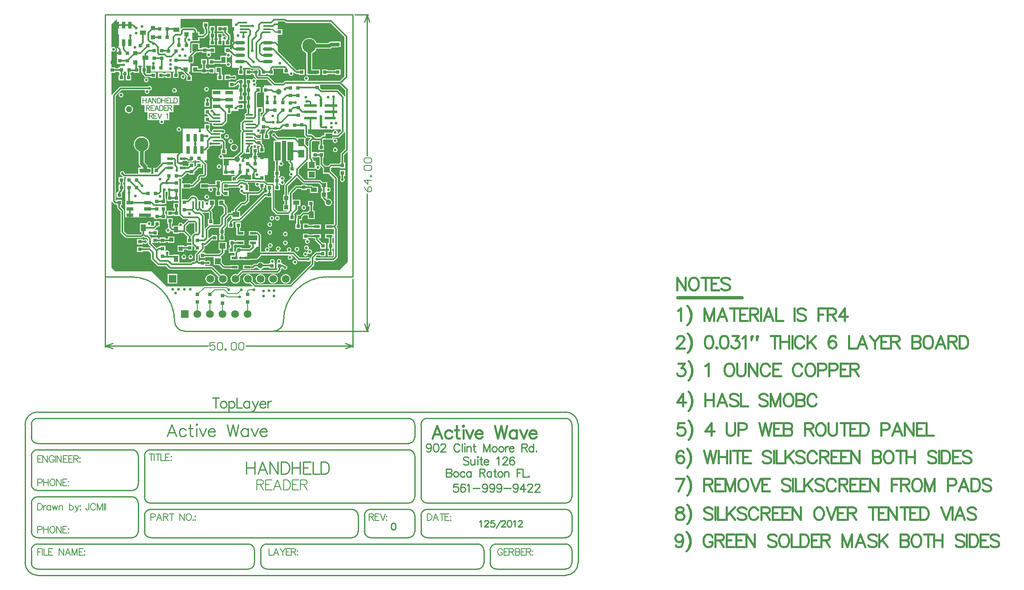
<source format=gtl>
%FSLAX23Y23*%
%MOIN*%
G70*
G01*
G75*
G04 Layer_Physical_Order=1*
G04 Layer_Color=255*
%ADD10R,0.050X0.020*%
%ADD11R,0.030X0.030*%
%ADD12R,0.030X0.030*%
%ADD13R,0.059X0.031*%
%ADD14R,0.040X0.055*%
%ADD15R,0.050X0.036*%
%ADD16R,0.036X0.036*%
%ADD17R,0.050X0.150*%
%ADD18R,0.030X0.020*%
%ADD19R,0.024X0.024*%
%ADD20O,0.080X0.024*%
%ADD21O,0.060X0.016*%
%ADD22R,0.024X0.090*%
%ADD23R,0.100X0.024*%
%ADD24R,0.024X0.070*%
%ADD25R,0.090X0.024*%
%ADD26R,0.025X0.055*%
%ADD27R,0.025X0.095*%
%ADD28O,0.060X0.016*%
%ADD29R,0.020X0.039*%
%ADD30R,0.039X0.039*%
%ADD31R,0.047X0.047*%
%ADD32C,0.050*%
%ADD33R,0.031X0.059*%
%ADD34R,0.055X0.040*%
%ADD35R,0.036X0.036*%
%ADD36R,0.036X0.050*%
%ADD37R,0.095X0.025*%
%ADD38R,0.055X0.025*%
%ADD39R,0.047X0.047*%
%ADD40O,0.016X0.060*%
%ADD41R,0.050X0.060*%
%ADD42C,0.008*%
%ADD43C,0.014*%
%ADD44C,0.012*%
%ADD45C,0.030*%
%ADD46C,0.010*%
%ADD47C,0.020*%
%ADD48C,0.006*%
%ADD49C,0.009*%
%ADD50C,0.005*%
%ADD51C,0.015*%
%ADD52C,0.025*%
%ADD53R,0.062X0.062*%
%ADD54C,0.062*%
%ADD55C,0.110*%
%ADD56C,0.045*%
%ADD57C,0.022*%
G36*
X-57Y1487D02*
Y1452D01*
X-64D01*
Y1408D01*
X-64D01*
Y1406D01*
X-71Y1405D01*
X-77Y1401D01*
X-81Y1395D01*
X-82Y1388D01*
X-81Y1381D01*
X-77Y1375D01*
X-71Y1371D01*
X-64Y1369D01*
X-57Y1371D01*
X-55Y1372D01*
X-50Y1370D01*
Y1313D01*
X-48D01*
Y1289D01*
X-48D01*
Y1245D01*
X-48D01*
Y1243D01*
X47D01*
X49Y1239D01*
X44Y1233D01*
X20D01*
Y1196D01*
X-46D01*
X-51Y1195D01*
X-55Y1193D01*
X-59Y1188D01*
X-64Y1190D01*
Y1199D01*
X-108D01*
Y1169D01*
X-161D01*
Y1175D01*
X-230D01*
Y1136D01*
X-169D01*
X-163Y1132D01*
X-164Y1125D01*
X-163Y1118D01*
X-159Y1112D01*
X-153Y1108D01*
X-146Y1106D01*
X-139Y1108D01*
X-133Y1112D01*
X-129Y1118D01*
X-128Y1125D01*
X-129Y1132D01*
X-133Y1138D01*
X-132Y1141D01*
X-107D01*
Y1135D01*
X-100D01*
Y1119D01*
X-107D01*
Y1075D01*
X-63D01*
Y1094D01*
X-59Y1096D01*
X-51Y1088D01*
X-48Y1087D01*
X-47Y1086D01*
Y1075D01*
X-3D01*
Y1119D01*
X-43D01*
Y1135D01*
X-3D01*
Y1143D01*
X68D01*
X68Y1143D01*
X74Y1144D01*
X75Y1145D01*
X80Y1143D01*
X80Y1142D01*
X84Y1136D01*
X90Y1132D01*
X90Y1132D01*
X89Y1128D01*
X89Y1128D01*
X89D01*
X85Y1122D01*
X83Y1115D01*
X85Y1108D01*
X89Y1102D01*
X95Y1098D01*
X99Y1097D01*
X108Y1088D01*
X108Y1088D01*
X113Y1085D01*
Y1085D01*
X113Y1085D01*
D01*
D01*
D01*
X113D01*
Y1085D01*
D01*
X113Y1085D01*
X113Y1085D01*
X118Y1084D01*
X118Y1084D01*
X134D01*
Y1045D01*
X119Y1029D01*
X102D01*
X102Y1029D01*
X96Y1028D01*
X92Y1025D01*
X92Y1025D01*
X44Y977D01*
X41Y973D01*
X39Y967D01*
X39Y967D01*
Y956D01*
X19D01*
Y943D01*
X2D01*
X-4Y942D01*
X-6Y941D01*
X-8Y939D01*
X-13Y942D01*
Y988D01*
X-13Y988D01*
X-14Y994D01*
X-17Y998D01*
X-17Y998D01*
X-36Y1017D01*
Y1047D01*
X-86D01*
Y997D01*
X-56D01*
X-42Y982D01*
Y939D01*
X-65Y915D01*
X-68Y911D01*
X-70Y905D01*
X-70Y905D01*
Y859D01*
X-79Y849D01*
X-124D01*
Y850D01*
X-124D01*
Y894D01*
X-133D01*
Y947D01*
X-134Y952D01*
X-137Y956D01*
X-144Y963D01*
X-126Y981D01*
X-126Y981D01*
X-123Y986D01*
X-122Y991D01*
X-122Y991D01*
Y997D01*
X-111D01*
Y1047D01*
X-161D01*
Y1032D01*
X-166Y1030D01*
X-170Y1033D01*
X-177Y1034D01*
X-184Y1033D01*
X-190Y1029D01*
X-190Y1029D01*
X-195Y1032D01*
X-195Y1035D01*
X-199Y1040D01*
X-204Y1043D01*
X-210Y1044D01*
X-215Y1043D01*
X-220Y1040D01*
X-224D01*
X-229Y1043D01*
X-235Y1044D01*
X-241Y1043D01*
X-242Y1042D01*
X-246Y1045D01*
Y1052D01*
X-246Y1052D01*
X-248Y1057D01*
X-251Y1062D01*
X-263Y1074D01*
X-268Y1077D01*
X-273Y1078D01*
X-273Y1078D01*
X-296D01*
X-296Y1078D01*
X-302Y1077D01*
X-304Y1076D01*
X-306Y1074D01*
X-306Y1074D01*
X-333Y1047D01*
X-335D01*
Y1048D01*
X-375D01*
Y1136D01*
X-370D01*
Y1136D01*
X-301D01*
Y1141D01*
X-290D01*
X-290Y1141D01*
X-285Y1142D01*
X-280Y1145D01*
X-230Y1195D01*
X-230Y1195D01*
X-227Y1200D01*
X-226Y1205D01*
X-226Y1205D01*
Y1219D01*
X-224Y1221D01*
X-200D01*
X-200Y1221D01*
X-195Y1222D01*
X-190Y1225D01*
X-180Y1235D01*
X-180Y1235D01*
X-178Y1238D01*
X-177Y1240D01*
X-176Y1245D01*
Y1327D01*
X-176Y1327D01*
X-177Y1333D01*
X-180Y1337D01*
X-180Y1337D01*
X-199Y1356D01*
X-197Y1360D01*
X-177D01*
Y1439D01*
X-161Y1455D01*
X-158Y1460D01*
X-157Y1465D01*
D01*
D01*
D01*
D01*
D01*
X-157D01*
D01*
D01*
D01*
D01*
Y1465D01*
X-157D01*
D01*
Y1465D01*
D01*
D01*
D01*
D01*
D01*
D01*
D01*
D01*
D01*
D01*
D01*
D01*
Y1465D01*
D01*
X-157D01*
D01*
D01*
D01*
D01*
X-157Y1465D01*
Y1472D01*
X-153Y1474D01*
X-153Y1474D01*
X-146Y1473D01*
X-139Y1474D01*
X-133Y1478D01*
X-127D01*
X-126Y1477D01*
X-120Y1476D01*
X-76D01*
X-70Y1477D01*
X-65Y1480D01*
X-62Y1485D01*
X-62Y1488D01*
X-57Y1487D01*
D02*
G37*
G36*
X456Y1516D02*
X456D01*
Y1352D01*
X474D01*
Y1345D01*
X474Y1345D01*
X475Y1340D01*
X478Y1335D01*
X487Y1326D01*
Y1315D01*
X480D01*
Y1271D01*
X487D01*
X489Y1266D01*
X483Y1263D01*
X479Y1257D01*
X478Y1250D01*
X479Y1243D01*
X483Y1237D01*
X489Y1233D01*
X496Y1231D01*
X500Y1232D01*
X502Y1228D01*
X445Y1170D01*
X442Y1166D01*
X441Y1160D01*
X441Y1160D01*
Y1085D01*
X430D01*
Y1035D01*
X441D01*
Y1010D01*
X430D01*
Y960D01*
X463D01*
X464Y959D01*
X461Y954D01*
X391D01*
X365Y980D01*
X362Y982D01*
Y1121D01*
X403D01*
Y1165D01*
X395D01*
Y1177D01*
X402D01*
X406Y1174D01*
X406Y1174D01*
X410Y1168D01*
X416Y1164D01*
X423Y1162D01*
X430Y1164D01*
X436Y1168D01*
X440Y1174D01*
X441Y1181D01*
X440Y1188D01*
X436Y1194D01*
X430Y1198D01*
X430D01*
D01*
D01*
X436Y1202D01*
X436Y1202D01*
Y1202D01*
X436Y1202D01*
X436Y1202D01*
X436Y1202D01*
X436Y1202D01*
D01*
X440Y1208D01*
X441Y1215D01*
X440Y1222D01*
X436Y1228D01*
X430Y1232D01*
X423Y1233D01*
X416Y1232D01*
X410Y1228D01*
X406Y1222D01*
X406Y1221D01*
X403D01*
X403D01*
X402Y1221D01*
Y1221D01*
D01*
X402D01*
Y1221D01*
D01*
X395D01*
Y1233D01*
X403D01*
Y1277D01*
X395D01*
Y1318D01*
X400Y1319D01*
X400Y1319D01*
X406Y1315D01*
X413Y1313D01*
X420Y1315D01*
X426Y1319D01*
X430Y1325D01*
X431Y1332D01*
X430Y1339D01*
X426Y1345D01*
X420Y1349D01*
X413Y1350D01*
X415Y1352D01*
X420D01*
Y1516D01*
D01*
Y1516D01*
X421Y1517D01*
X456D01*
Y1516D01*
D02*
G37*
G36*
X712Y1382D02*
X720D01*
Y1330D01*
X720Y1330D01*
X721Y1324D01*
X724Y1320D01*
X748Y1296D01*
Y1254D01*
X790D01*
X836Y1209D01*
Y853D01*
X831Y848D01*
X830Y848D01*
Y848D01*
X830Y848D01*
X766D01*
Y814D01*
X830D01*
X830Y814D01*
Y814D01*
X831Y815D01*
X836Y809D01*
Y596D01*
X833Y593D01*
X831Y594D01*
X831D01*
X828Y595D01*
X828D01*
D01*
D01*
Y639D01*
X822D01*
Y657D01*
X830D01*
Y701D01*
X822D01*
Y739D01*
X830D01*
Y773D01*
X766D01*
Y739D01*
X793D01*
Y701D01*
X786D01*
Y657D01*
X793D01*
Y639D01*
X784D01*
Y595D01*
X826D01*
X828Y594D01*
X829Y591D01*
X830Y590D01*
X825Y585D01*
X709D01*
X705Y588D01*
X698Y589D01*
X692Y588D01*
X690Y592D01*
X699Y602D01*
X724D01*
Y595D01*
X768D01*
Y639D01*
X724D01*
Y631D01*
X695D01*
X690Y630D01*
X685Y627D01*
X682Y622D01*
X656Y596D01*
X653Y592D01*
X652Y587D01*
Y579D01*
X647Y578D01*
X647D01*
X643Y584D01*
X637Y588D01*
X630Y589D01*
X623Y588D01*
X619Y585D01*
X564D01*
X520Y629D01*
X515Y632D01*
X510Y633D01*
X510Y633D01*
X494D01*
X492Y637D01*
X495Y642D01*
X496Y649D01*
X495Y656D01*
X491Y662D01*
X485Y666D01*
X478Y667D01*
X471Y666D01*
X465Y662D01*
X461Y656D01*
X460Y649D01*
X461Y642D01*
X464Y637D01*
X462Y633D01*
X400D01*
X399Y638D01*
X405Y642D01*
X409Y648D01*
X410Y655D01*
X409Y662D01*
X405Y668D01*
X399Y672D01*
X392Y673D01*
X385Y672D01*
X379Y668D01*
X375Y662D01*
X374Y655D01*
X375Y648D01*
X379Y642D01*
X385Y638D01*
X384Y633D01*
X320D01*
X318Y637D01*
X321Y642D01*
X322Y649D01*
X321Y656D01*
X317Y662D01*
X311Y666D01*
X304Y667D01*
X297Y666D01*
X291Y662D01*
X287Y656D01*
X286Y649D01*
X287Y642D01*
X290Y637D01*
X288Y633D01*
X254D01*
Y763D01*
X254Y763D01*
X253Y769D01*
X250Y773D01*
X250Y773D01*
X245Y779D01*
X245Y779D01*
X238Y785D01*
X238Y785D01*
X235Y789D01*
X230Y792D01*
X224Y793D01*
D01*
D01*
D01*
X224Y793D01*
D01*
X222Y796D01*
Y796D01*
X158D01*
Y762D01*
X221D01*
X225Y758D01*
X225Y758D01*
X226Y757D01*
Y721D01*
X222D01*
Y721D01*
X158D01*
Y687D01*
X175D01*
Y673D01*
X162Y659D01*
X101D01*
Y667D01*
X57D01*
Y643D01*
X48Y634D01*
X45Y631D01*
X41Y632D01*
Y667D01*
X38D01*
Y682D01*
X46D01*
Y690D01*
X58D01*
Y687D01*
X122D01*
Y721D01*
X58D01*
Y718D01*
X46D01*
Y726D01*
X2D01*
Y682D01*
X9D01*
Y667D01*
X-3D01*
Y623D01*
X40D01*
X43Y620D01*
Y601D01*
X12D01*
Y567D01*
X76D01*
Y567D01*
X80Y570D01*
X84Y567D01*
X91Y566D01*
X98Y567D01*
X102Y570D01*
X112D01*
Y567D01*
X176D01*
Y570D01*
X218D01*
X218Y570D01*
X223Y571D01*
X228Y574D01*
X250Y596D01*
X250Y596D01*
X253Y601D01*
D01*
D01*
D01*
Y601D01*
X253D01*
D01*
D01*
D01*
D01*
X253D01*
D01*
D01*
D01*
D01*
Y601D01*
X253D01*
D01*
Y601D01*
D01*
D01*
D01*
D01*
D01*
D01*
D01*
D01*
D01*
D01*
D01*
D01*
Y601D01*
D01*
X253D01*
D01*
D01*
D01*
D01*
X253Y601D01*
X254Y604D01*
X470D01*
X473Y600D01*
X469Y594D01*
X468Y587D01*
X469Y580D01*
X473Y574D01*
X479Y570D01*
X486Y568D01*
X493Y570D01*
X499Y574D01*
X503Y580D01*
X504Y587D01*
X503Y594D01*
X499Y600D01*
X494Y603D01*
Y603D01*
X494D01*
X493Y604D01*
Y604D01*
X493Y604D01*
X504D01*
X548Y561D01*
X548Y561D01*
X553Y557D01*
X558Y556D01*
X558Y556D01*
X619D01*
X623Y554D01*
X630Y552D01*
X637Y554D01*
X643Y558D01*
X647Y564D01*
X647D01*
X652Y562D01*
Y537D01*
X486Y371D01*
X214D01*
X185Y401D01*
X187Y407D01*
X188Y417D01*
X187Y427D01*
X183Y436D01*
X177Y444D01*
X169Y450D01*
X160Y454D01*
X150Y455D01*
X140Y454D01*
X131Y450D01*
X123Y444D01*
X117Y436D01*
X113Y427D01*
X112Y417D01*
X113Y407D01*
X117Y397D01*
X123Y390D01*
X131Y383D01*
X140Y380D01*
X150Y378D01*
X160Y380D01*
X166Y382D01*
X188Y360D01*
X186Y356D01*
X-12D01*
X-15Y357D01*
X-19Y358D01*
X-19Y358D01*
X-197D01*
X-201Y357D01*
X-204Y356D01*
X-495D01*
X-615Y476D01*
X-905D01*
X-935Y506D01*
Y1028D01*
X-930Y1029D01*
X-927Y1025D01*
X-915Y1013D01*
X-915Y1013D01*
X-910Y1010D01*
X-905Y1009D01*
X-905Y1009D01*
X-895D01*
Y1001D01*
X-888D01*
Y983D01*
X-888Y983D01*
X-887Y977D01*
X-884Y973D01*
X-863Y952D01*
Y790D01*
X-863Y790D01*
X-862Y784D01*
X-859Y779D01*
X-824Y745D01*
X-824Y745D01*
X-820Y742D01*
Y742D01*
X-820Y742D01*
D01*
D01*
D01*
X-820D01*
Y742D01*
D01*
X-820Y742D01*
X-820Y742D01*
X-814Y741D01*
X-814Y741D01*
X-697D01*
X-697Y741D01*
X-692Y742D01*
X-687Y745D01*
X-681Y751D01*
X-674Y745D01*
X-674Y745D01*
X-670Y742D01*
X-664Y741D01*
X-664Y741D01*
X-655D01*
X-644Y730D01*
Y722D01*
X-649Y720D01*
X-652Y726D01*
X-658Y730D01*
X-665Y731D01*
X-672Y730D01*
X-676Y727D01*
X-687D01*
Y734D01*
X-731D01*
Y690D01*
X-687D01*
Y698D01*
X-676D01*
X-672Y696D01*
X-665Y694D01*
X-658Y696D01*
X-652Y700D01*
X-649Y705D01*
X-644Y703D01*
Y695D01*
X-644Y695D01*
X-643Y689D01*
X-640Y685D01*
X-625Y669D01*
X-627Y665D01*
X-632Y666D01*
X-632Y666D01*
X-687D01*
Y674D01*
X-731D01*
Y630D01*
X-687D01*
Y637D01*
X-638D01*
X-621Y620D01*
Y575D01*
X-621Y575D01*
X-619Y569D01*
X-616Y565D01*
X-573Y521D01*
X-573Y521D01*
X-568Y518D01*
X-563Y517D01*
X-563Y517D01*
X-502D01*
X-479Y494D01*
X-479Y494D01*
X-474Y491D01*
X-469Y490D01*
X-469Y490D01*
X-143D01*
X-85Y431D01*
X-87Y427D01*
X-88Y417D01*
X-87Y407D01*
X-83Y397D01*
X-77Y390D01*
X-69Y383D01*
X-60Y380D01*
X-50Y378D01*
X-40Y380D01*
X-31Y383D01*
X-23Y390D01*
X-17Y397D01*
X-13Y407D01*
X-12Y417D01*
X-13Y427D01*
X-17Y436D01*
X-23Y444D01*
X-31Y450D01*
X-40Y454D01*
X-50Y455D01*
X-60Y454D01*
X-65Y452D01*
X-127Y514D01*
X-132Y517D01*
X-137Y518D01*
X-137Y518D01*
X-189D01*
Y521D01*
X-189D01*
Y529D01*
X-177D01*
X-173Y526D01*
X-166Y525D01*
X-159Y526D01*
X-153Y530D01*
X-149Y536D01*
X-148Y543D01*
X-149Y550D01*
X-153Y556D01*
X-159Y560D01*
X-166Y561D01*
X-173Y560D01*
X-178Y557D01*
X-189D01*
Y565D01*
X-233D01*
Y557D01*
X-238D01*
X-243Y562D01*
Y603D01*
X-238Y608D01*
X-233Y606D01*
Y581D01*
X-189D01*
Y589D01*
X-124D01*
X-121Y585D01*
Y525D01*
X-80D01*
X-53Y499D01*
X-53Y499D01*
X-51Y497D01*
X-49Y496D01*
X-43Y495D01*
X-43Y495D01*
X12D01*
Y492D01*
X76D01*
Y526D01*
X12D01*
Y523D01*
X-37D01*
X-60Y546D01*
Y587D01*
X-64D01*
X-65Y591D01*
X-64Y593D01*
X-41Y615D01*
X-41Y615D01*
X-38Y620D01*
X-37Y625D01*
X-37Y625D01*
Y647D01*
X-20D01*
Y709D01*
X-82D01*
Y647D01*
X-65D01*
Y631D01*
X-80Y617D01*
X-189D01*
Y625D01*
X-215D01*
X-217Y629D01*
X-199Y647D01*
X-199Y647D01*
X-196Y652D01*
X-195Y657D01*
X-195Y657D01*
Y677D01*
X-189D01*
X-189Y677D01*
X-184Y678D01*
X-179Y681D01*
X-139Y721D01*
X-95D01*
Y765D01*
X-139D01*
Y757D01*
X-143Y756D01*
X-147Y753D01*
X-159Y741D01*
X-164Y743D01*
Y803D01*
X-146Y821D01*
X-75D01*
X-74Y820D01*
X-76Y815D01*
X-77Y815D01*
X-79D01*
Y771D01*
X-72D01*
Y765D01*
X-79D01*
Y721D01*
X-35D01*
Y765D01*
X-43D01*
Y771D01*
X-35D01*
Y815D01*
X-35Y815D01*
X-35D01*
X-36Y817D01*
X-20Y833D01*
X-20Y833D01*
X-17Y838D01*
X-16Y843D01*
X-16Y843D01*
Y891D01*
X8Y915D01*
X19D01*
Y902D01*
X20D01*
X22Y897D01*
X22Y897D01*
X22Y897D01*
X4Y879D01*
X1Y875D01*
X-1Y869D01*
X-1Y869D01*
Y865D01*
X-8D01*
Y821D01*
X36D01*
Y865D01*
X36Y865D01*
X36D01*
X34Y869D01*
X38Y873D01*
X84D01*
X84Y873D01*
X89Y874D01*
X94Y877D01*
X290Y1073D01*
X299D01*
Y1065D01*
X338D01*
Y975D01*
X338Y975D01*
X338D01*
X339Y970D01*
X341Y966D01*
X341Y966D01*
X342Y965D01*
X345Y960D01*
X375Y930D01*
X375Y930D01*
X379Y927D01*
X385Y926D01*
X385Y926D01*
X470D01*
X470Y926D01*
X474Y927D01*
X477Y924D01*
X478Y923D01*
Y883D01*
X522D01*
Y927D01*
X519D01*
X517Y932D01*
X545Y960D01*
X545Y960D01*
X548Y965D01*
D01*
D01*
D01*
Y965D01*
X548D01*
D01*
D01*
D01*
D01*
X548D01*
D01*
D01*
D01*
D01*
Y965D01*
X548D01*
D01*
Y965D01*
D01*
D01*
D01*
D01*
D01*
D01*
D01*
D01*
D01*
D01*
D01*
D01*
Y965D01*
D01*
X548D01*
D01*
D01*
D01*
D01*
X548Y965D01*
X549Y970D01*
X549Y970D01*
Y997D01*
X567D01*
Y1047D01*
X504D01*
Y1094D01*
X541Y1131D01*
X573D01*
Y1123D01*
X617D01*
Y1131D01*
X643D01*
Y1100D01*
X707D01*
Y1150D01*
X670D01*
X665Y1155D01*
X660Y1158D01*
X655Y1159D01*
X655Y1159D01*
X617D01*
Y1167D01*
X573D01*
Y1159D01*
X535D01*
X535Y1159D01*
X529Y1158D01*
X525Y1155D01*
X525Y1155D01*
X480Y1110D01*
X477Y1106D01*
X476Y1100D01*
X476Y1100D01*
Y1085D01*
X469D01*
Y1154D01*
X540Y1225D01*
X585Y1180D01*
X585Y1180D01*
X588Y1178D01*
X589Y1177D01*
X595Y1176D01*
X714D01*
X730Y1160D01*
Y1137D01*
X741D01*
Y1112D01*
X730D01*
Y1062D01*
X731D01*
X741Y1060D01*
X742Y1055D01*
X745Y1050D01*
X761Y1033D01*
X761Y1033D01*
X760Y1025D01*
X761Y1017D01*
X764Y1010D01*
X769Y1004D01*
X775Y999D01*
X782Y996D01*
X790Y995D01*
X798Y996D01*
X805Y999D01*
X811Y1004D01*
X816Y1010D01*
X819Y1017D01*
X820Y1025D01*
X819Y1033D01*
X816Y1040D01*
X811Y1046D01*
X805Y1051D01*
X798Y1054D01*
X790Y1055D01*
X782Y1054D01*
X782Y1054D01*
X778Y1057D01*
X780Y1062D01*
X780D01*
Y1106D01*
X784Y1109D01*
X791Y1107D01*
X798Y1109D01*
X804Y1113D01*
X808Y1119D01*
X809Y1126D01*
X808Y1133D01*
X804Y1139D01*
X798Y1143D01*
X791Y1144D01*
X784Y1143D01*
X780Y1145D01*
Y1187D01*
X743D01*
X730Y1200D01*
X725Y1203D01*
X720Y1204D01*
X720Y1204D01*
X601D01*
X554Y1251D01*
Y1284D01*
X622Y1352D01*
X626Y1350D01*
Y1294D01*
X688D01*
Y1300D01*
X688Y1300D01*
X692Y1295D01*
Y1295D01*
D01*
D01*
D01*
X692Y1295D01*
X696Y1289D01*
X702Y1285D01*
X709Y1283D01*
X716Y1285D01*
X722Y1289D01*
X726Y1295D01*
X727Y1302D01*
X726Y1309D01*
X722Y1315D01*
X716Y1319D01*
X709Y1320D01*
X702Y1319D01*
X696Y1315D01*
X695Y1314D01*
X691Y1315D01*
X688Y1355D01*
Y1355D01*
X671D01*
Y1363D01*
D01*
D01*
D01*
D01*
X671D01*
D01*
D01*
D01*
D01*
D01*
X671D01*
Y1363D01*
D01*
D01*
Y1363D01*
D01*
D01*
D01*
D01*
D01*
D01*
D01*
D01*
D01*
D01*
D01*
D01*
Y1363D01*
D01*
X671D01*
D01*
D01*
D01*
D01*
D01*
D01*
D01*
X671Y1363D01*
D01*
D01*
D01*
D01*
D01*
D01*
D01*
D01*
X670Y1369D01*
X669Y1370D01*
X667Y1373D01*
X667Y1373D01*
X659Y1381D01*
Y1382D01*
X661D01*
Y1382D01*
X705D01*
Y1390D01*
X712D01*
Y1382D01*
D02*
G37*
G36*
X184Y1476D02*
X184Y1476D01*
D01*
X187Y1472D01*
X187Y1470D01*
X188Y1463D01*
X189Y1462D01*
X186Y1457D01*
X185D01*
Y1413D01*
X192D01*
Y1404D01*
X185D01*
Y1383D01*
X91D01*
X91Y1385D01*
X88Y1388D01*
X117Y1417D01*
X120Y1422D01*
X125Y1421D01*
Y1413D01*
X169D01*
Y1457D01*
X168D01*
X167Y1462D01*
X172Y1467D01*
X175Y1472D01*
X176Y1476D01*
X184D01*
D01*
D02*
G37*
G36*
X890Y1594D02*
X866Y1570D01*
X861Y1571D01*
X860Y1572D01*
X863Y1576D01*
X864Y1583D01*
X863Y1590D01*
X859Y1596D01*
X853Y1600D01*
X846Y1601D01*
X839Y1600D01*
X833Y1596D01*
X829Y1590D01*
X828Y1583D01*
X815Y1580D01*
X758D01*
Y1559D01*
X749D01*
X744Y1558D01*
X742Y1556D01*
X739Y1555D01*
X739Y1555D01*
X725Y1541D01*
X689D01*
X666Y1564D01*
X662Y1567D01*
X656Y1568D01*
X656Y1568D01*
X628D01*
X627Y1568D01*
Y1606D01*
X808D01*
X809Y1606D01*
X816Y1604D01*
X823Y1606D01*
X824Y1606D01*
X890D01*
Y1594D01*
D02*
G37*
G36*
X217Y2007D02*
Y2007D01*
X218Y2006D01*
X218Y2006D01*
X221Y2004D01*
X223Y2003D01*
X228Y2001D01*
X228Y2001D01*
X301D01*
X342Y1961D01*
X340Y1956D01*
X278D01*
Y1942D01*
X268D01*
Y1898D01*
X278D01*
Y1739D01*
X264Y1725D01*
X261Y1720D01*
X259Y1715D01*
X259Y1715D01*
Y1709D01*
X252D01*
Y1738D01*
X267D01*
Y1782D01*
X223D01*
D01*
X223D01*
X222Y1783D01*
Y1892D01*
X228Y1898D01*
X252D01*
Y1942D01*
X213D01*
X212Y1947D01*
X213Y1948D01*
X217Y1954D01*
X218Y1961D01*
X217Y1968D01*
X213Y1974D01*
X212Y1974D01*
Y1979D01*
X212Y1980D01*
X216Y1986D01*
X217Y1993D01*
X216Y2000D01*
X213Y2003D01*
X217Y2007D01*
D01*
D02*
G37*
G36*
X923Y1582D02*
Y1449D01*
X892Y1418D01*
X889Y1414D01*
X888Y1408D01*
X888Y1408D01*
Y1341D01*
X880D01*
Y1333D01*
X812D01*
X812Y1333D01*
X807Y1332D01*
X805Y1331D01*
X802Y1329D01*
X802Y1329D01*
X789Y1316D01*
X769D01*
X749Y1336D01*
Y1382D01*
X756D01*
Y1426D01*
X712D01*
Y1419D01*
X705D01*
Y1426D01*
X661D01*
D01*
X661D01*
X659Y1429D01*
Y1506D01*
X667Y1514D01*
X677D01*
X678Y1513D01*
X683Y1512D01*
X683Y1512D01*
X720D01*
Y1486D01*
X712D01*
Y1442D01*
X756D01*
Y1486D01*
X749D01*
Y1523D01*
X749Y1524D01*
X754Y1529D01*
X758Y1527D01*
Y1526D01*
X825D01*
X827Y1522D01*
X827Y1522D01*
X826Y1515D01*
X827Y1508D01*
X831Y1502D01*
X837Y1498D01*
X844Y1496D01*
X851Y1498D01*
X857Y1502D01*
X861Y1508D01*
X862Y1515D01*
X861Y1522D01*
X857Y1528D01*
X851Y1532D01*
X844Y1533D01*
X837Y1532D01*
X832Y1528D01*
X827Y1530D01*
Y1539D01*
X869D01*
X869Y1539D01*
X875Y1540D01*
X879Y1543D01*
X915Y1578D01*
X915Y1578D01*
X918Y1583D01*
X923Y1582D01*
D02*
G37*
G36*
X599Y1562D02*
X599Y1562D01*
X600Y1557D01*
X603Y1552D01*
X612Y1543D01*
X612Y1543D01*
X615Y1541D01*
X617Y1540D01*
X622Y1539D01*
X645D01*
X647Y1535D01*
X635Y1522D01*
X632Y1517D01*
X631Y1512D01*
X631Y1512D01*
Y1473D01*
X626Y1471D01*
X607Y1490D01*
Y1539D01*
X543D01*
Y1538D01*
X538Y1537D01*
X533Y1542D01*
X528Y1545D01*
X523Y1546D01*
X523Y1546D01*
X392D01*
X374Y1564D01*
X373Y1569D01*
X369Y1575D01*
X363Y1579D01*
X356Y1580D01*
X349Y1579D01*
X343Y1575D01*
X339Y1569D01*
X337Y1562D01*
X339Y1555D01*
X343Y1549D01*
X349Y1545D01*
X353Y1544D01*
X376Y1522D01*
X376Y1522D01*
X377Y1521D01*
X376Y1516D01*
X356D01*
Y1352D01*
X366D01*
Y1277D01*
X359D01*
Y1233D01*
X366D01*
Y1221D01*
X359D01*
Y1180D01*
X354Y1178D01*
X354Y1179D01*
X350Y1181D01*
X345Y1182D01*
X305D01*
X289Y1199D01*
X285Y1201D01*
Y1201D01*
X285D01*
D01*
D01*
D01*
D01*
X285D01*
Y1201D01*
D01*
D01*
D01*
D01*
X283Y1203D01*
Y1242D01*
D01*
Y1242D01*
X284Y1243D01*
X312D01*
Y1383D01*
X229D01*
Y1404D01*
X221D01*
Y1413D01*
X229D01*
Y1457D01*
X224D01*
X221Y1462D01*
X222Y1463D01*
X223Y1470D01*
X222Y1477D01*
X222Y1477D01*
X240D01*
X245Y1471D01*
Y1465D01*
X238D01*
Y1421D01*
X282D01*
Y1465D01*
X274D01*
Y1477D01*
X274Y1477D01*
X273Y1483D01*
X270Y1487D01*
X260Y1497D01*
Y1521D01*
X216D01*
X210Y1527D01*
X206Y1530D01*
X200Y1531D01*
X200Y1531D01*
X199D01*
X197Y1535D01*
X198Y1536D01*
X199Y1542D01*
X199Y1543D01*
X203Y1545D01*
X209Y1540D01*
X209Y1540D01*
X213Y1537D01*
X216Y1536D01*
Y1528D01*
X260D01*
Y1572D01*
X239D01*
X238Y1577D01*
X241Y1578D01*
X247Y1582D01*
X251Y1588D01*
X252Y1595D01*
X251Y1601D01*
X252Y1602D01*
X256Y1605D01*
X290D01*
X292Y1600D01*
X288Y1596D01*
X285Y1591D01*
X283Y1586D01*
X283Y1586D01*
Y1572D01*
X276D01*
Y1528D01*
X320D01*
Y1572D01*
X312D01*
Y1580D01*
X331Y1599D01*
X351D01*
Y1594D01*
X388D01*
Y1599D01*
X403D01*
X403Y1599D01*
X408Y1600D01*
X413Y1603D01*
X417Y1606D01*
X599D01*
Y1562D01*
D02*
G37*
G36*
X-261Y1354D02*
X-237D01*
X-230Y1347D01*
X-232Y1342D01*
X-261D01*
Y1319D01*
X-272Y1308D01*
X-277Y1310D01*
Y1342D01*
X-321D01*
Y1319D01*
X-328Y1312D01*
X-337D01*
Y1315D01*
X-369D01*
Y1356D01*
X-338D01*
X-335Y1353D01*
X-330Y1350D01*
X-324Y1349D01*
X-324Y1349D01*
X-299D01*
X-293Y1350D01*
X-289Y1353D01*
X-288Y1354D01*
X-277D01*
Y1360D01*
X-261D01*
Y1354D01*
D02*
G37*
G36*
X-160Y941D02*
Y894D01*
X-168D01*
Y850D01*
X-164D01*
X-162Y845D01*
X-162Y845D01*
X-162Y845D01*
X-188Y819D01*
X-189Y818D01*
X-194Y819D01*
Y842D01*
X-195Y847D01*
Y916D01*
X-196Y922D01*
X-198Y924D01*
X-199Y926D01*
X-199Y926D01*
X-213Y940D01*
X-213Y941D01*
X-213Y941D01*
X-172D01*
X-172Y941D01*
X-167Y942D01*
X-164Y944D01*
X-160Y941D01*
D02*
G37*
G36*
X291Y1161D02*
X295Y1159D01*
X299Y1158D01*
Y1121D01*
X306D01*
Y1109D01*
X299D01*
Y1101D01*
X284D01*
X284Y1101D01*
X278Y1100D01*
X277Y1099D01*
X274Y1097D01*
X274Y1097D01*
X93Y916D01*
X88Y918D01*
Y956D01*
X68D01*
Y961D01*
X108Y1001D01*
X124D01*
X124Y1001D01*
X130Y1002D01*
X135Y1005D01*
X158Y1029D01*
X158Y1029D01*
X161Y1033D01*
X162Y1039D01*
X162Y1039D01*
Y1084D01*
X236D01*
X236Y1084D01*
X242Y1085D01*
X246Y1088D01*
X272Y1114D01*
X272Y1114D01*
X274Y1117D01*
X275Y1118D01*
X276Y1124D01*
Y1138D01*
X283D01*
Y1163D01*
X287Y1165D01*
X291Y1161D01*
D02*
G37*
G36*
X240Y608D02*
X213Y581D01*
X143D01*
Y627D01*
X176D01*
X222Y673D01*
X240D01*
Y608D01*
D02*
G37*
G36*
X-275Y857D02*
Y847D01*
X-276Y842D01*
Y798D01*
X-275Y792D01*
X-272Y787D01*
X-272Y787D01*
X-275Y782D01*
X-275Y782D01*
X-280Y779D01*
X-294Y765D01*
X-297Y761D01*
X-297Y761D01*
X-302Y760D01*
X-303Y762D01*
X-303Y762D01*
X-342Y801D01*
Y832D01*
X-315Y859D01*
X-277D01*
X-275Y857D01*
D02*
G37*
G36*
X-204Y1321D02*
Y1251D01*
X-206Y1249D01*
X-230D01*
X-236Y1248D01*
X-237Y1247D01*
X-240Y1245D01*
X-240Y1245D01*
X-250Y1235D01*
X-253Y1231D01*
X-254Y1225D01*
X-254Y1225D01*
Y1211D01*
X-296Y1169D01*
X-301D01*
Y1175D01*
X-370D01*
Y1175D01*
X-372D01*
X-375Y1178D01*
Y1192D01*
X-371Y1197D01*
X-370Y1204D01*
X-371Y1211D01*
X-375Y1217D01*
X-376Y1217D01*
X-375Y1221D01*
X-370Y1222D01*
X-365Y1225D01*
X-335Y1255D01*
X-321D01*
Y1247D01*
X-277D01*
Y1263D01*
X-242Y1298D01*
X-217D01*
Y1327D01*
X-212Y1329D01*
X-204Y1321D01*
D02*
G37*
G36*
X945Y1424D02*
Y551D01*
X885Y491D01*
Y486D01*
X645D01*
X643Y490D01*
X674Y522D01*
X677Y526D01*
X678Y531D01*
Y559D01*
X683Y561D01*
X685Y558D01*
X691Y554D01*
X698Y553D01*
X705Y554D01*
X709Y557D01*
X831D01*
X831Y557D01*
X836Y558D01*
X841Y561D01*
X860Y580D01*
X860Y580D01*
X862Y583D01*
X864Y585D01*
X865Y591D01*
Y815D01*
X865Y815D01*
X864Y820D01*
X860Y825D01*
X860Y825D01*
X854Y831D01*
X860Y837D01*
X860Y837D01*
X864Y842D01*
X865Y847D01*
X865Y847D01*
Y1215D01*
D01*
D01*
D01*
D01*
X865D01*
D01*
D01*
D01*
D01*
D01*
X865D01*
Y1215D01*
D01*
D01*
Y1215D01*
D01*
D01*
D01*
D01*
D01*
D01*
D01*
D01*
D01*
D01*
D01*
D01*
Y1215D01*
D01*
X865D01*
D01*
D01*
D01*
D01*
D01*
D01*
D01*
X865Y1215D01*
D01*
D01*
D01*
D01*
D01*
D01*
D01*
D01*
X864Y1220D01*
X862Y1222D01*
X860Y1225D01*
X860Y1225D01*
X810Y1276D01*
Y1296D01*
X818Y1304D01*
X880D01*
Y1297D01*
X924D01*
Y1341D01*
X916D01*
Y1402D01*
X940Y1426D01*
X945Y1424D01*
D02*
G37*
G36*
X209Y1177D02*
X208Y1176D01*
X207Y1169D01*
X208Y1162D01*
X212Y1156D01*
X218Y1152D01*
X225Y1150D01*
X232Y1152D01*
X234Y1153D01*
X239Y1151D01*
Y1138D01*
X247D01*
Y1130D01*
X230Y1113D01*
X159D01*
Y1117D01*
X159D01*
Y1170D01*
X154D01*
X152Y1173D01*
X152Y1173D01*
X148Y1177D01*
X150Y1181D01*
X207D01*
X209Y1177D01*
D02*
G37*
G36*
X176Y1206D02*
X128D01*
X124Y1210D01*
X120Y1213D01*
X115Y1214D01*
X84D01*
X79Y1213D01*
X75Y1210D01*
X68Y1204D01*
X64Y1206D01*
Y1213D01*
X94Y1243D01*
X176D01*
Y1206D01*
D02*
G37*
G36*
X-891Y2478D02*
Y2114D01*
X-865D01*
Y2101D01*
X-879D01*
Y2092D01*
X-907D01*
Y2100D01*
X-935D01*
Y2227D01*
X-931Y2229D01*
X-927Y2227D01*
X-920Y2225D01*
X-913Y2227D01*
X-907Y2231D01*
X-903Y2237D01*
X-902Y2244D01*
X-903Y2251D01*
X-907Y2257D01*
X-913Y2261D01*
X-920Y2262D01*
X-927Y2261D01*
X-931Y2258D01*
X-935Y2261D01*
Y2441D01*
X-896Y2480D01*
X-891Y2478D01*
D02*
G37*
G36*
X23Y2242D02*
X18Y2241D01*
X12Y2247D01*
X9Y2249D01*
Y2259D01*
X-35D01*
Y2215D01*
X-35D01*
X-17Y2213D01*
X-16Y2209D01*
X-17Y2208D01*
X-21Y2202D01*
X-22Y2195D01*
X-25Y2191D01*
X-70D01*
Y2158D01*
X-117D01*
Y2166D01*
X-161D01*
Y2122D01*
X-117D01*
Y2130D01*
X-70D01*
Y2127D01*
X-25D01*
X-22Y2123D01*
X-22Y2123D01*
X-21Y2116D01*
X-17Y2110D01*
X-11Y2106D01*
X-4Y2104D01*
X3Y2106D01*
X9Y2110D01*
X13Y2116D01*
X14Y2123D01*
X13Y2130D01*
X9Y2136D01*
X3Y2140D01*
X-4Y2141D01*
X-11Y2140D01*
X-16Y2136D01*
X-20Y2139D01*
Y2179D01*
X-16Y2181D01*
X-11Y2178D01*
X-4Y2176D01*
X3Y2178D01*
X9Y2182D01*
X13Y2188D01*
X14Y2195D01*
X14Y2198D01*
X18Y2200D01*
X23Y2196D01*
Y2095D01*
X78D01*
X80Y2091D01*
Y2083D01*
X71D01*
Y2039D01*
X115D01*
Y2083D01*
X109D01*
Y2091D01*
X111Y2095D01*
X167D01*
X168Y2094D01*
X168Y2094D01*
X173Y2091D01*
X178Y2090D01*
X178Y2090D01*
X237D01*
X251Y2075D01*
Y2039D01*
X295D01*
Y2046D01*
X311D01*
Y2039D01*
X355D01*
Y2083D01*
X350D01*
X348Y2087D01*
X348Y2088D01*
X432D01*
Y2052D01*
X466D01*
X474Y2050D01*
X476Y2048D01*
X477Y2043D01*
X481Y2037D01*
X487Y2033D01*
X494Y2031D01*
X501Y2033D01*
X507Y2037D01*
X511Y2043D01*
X512Y2050D01*
X511Y2057D01*
X515Y2059D01*
X523Y2052D01*
X523Y2052D01*
X527Y2048D01*
Y2048D01*
X527Y2048D01*
D01*
D01*
D01*
X527D01*
Y2048D01*
D01*
X527Y2048D01*
X527Y2048D01*
X533Y2047D01*
X533Y2047D01*
X556D01*
Y2040D01*
X600D01*
Y2084D01*
X556D01*
Y2076D01*
X539D01*
X502Y2112D01*
X502Y2112D01*
X496Y2119D01*
X496Y2119D01*
X387Y2228D01*
Y2359D01*
X423D01*
Y2403D01*
X387D01*
Y2466D01*
X439D01*
X447Y2458D01*
X447Y2458D01*
X451Y2455D01*
X457Y2454D01*
X457Y2454D01*
X805D01*
X919Y2341D01*
Y2030D01*
X880Y1991D01*
X626D01*
X624Y1995D01*
X629Y1999D01*
X633Y2005D01*
X634Y2012D01*
X633Y2019D01*
X629Y2025D01*
X623Y2029D01*
X616Y2030D01*
X609Y2029D01*
X603Y2025D01*
X599Y2019D01*
X598Y2012D01*
X599Y2005D01*
X603Y1999D01*
X608Y1995D01*
X606Y1991D01*
X449D01*
X443Y1990D01*
X442Y1988D01*
X439Y1986D01*
X439Y1986D01*
X427Y1975D01*
X368D01*
X317Y2026D01*
X313Y2029D01*
X307Y2030D01*
X307Y2030D01*
X234D01*
X227Y2037D01*
Y2039D01*
X235D01*
Y2083D01*
X191D01*
Y2075D01*
X175D01*
Y2083D01*
X131D01*
Y2039D01*
X175D01*
Y2046D01*
X191D01*
Y2039D01*
X199D01*
Y2031D01*
X199Y2031D01*
X200Y2026D01*
X203Y2021D01*
X213Y2011D01*
X210Y2007D01*
X206Y2010D01*
X199Y2011D01*
X192Y2010D01*
X186Y2006D01*
X182Y2000D01*
X182Y1999D01*
X177Y1999D01*
Y2007D01*
X133D01*
Y1963D01*
X141D01*
Y1942D01*
X133D01*
Y1898D01*
X141D01*
Y1877D01*
X133D01*
Y1833D01*
X141D01*
Y1812D01*
X133D01*
Y1768D01*
X141D01*
Y1743D01*
Y1737D01*
X140D01*
X134Y1736D01*
X129Y1732D01*
X126Y1727D01*
X124Y1721D01*
X126Y1716D01*
X129Y1711D01*
Y1707D01*
X126Y1702D01*
X124Y1696D01*
X126Y1690D01*
X126Y1689D01*
X124Y1685D01*
X120D01*
X114Y1683D01*
X113Y1682D01*
X110Y1680D01*
X110Y1680D01*
X97Y1667D01*
X94Y1663D01*
X92Y1657D01*
X92Y1657D01*
Y1607D01*
X92Y1607D01*
X94Y1602D01*
X97Y1597D01*
X98Y1596D01*
Y1591D01*
X97Y1590D01*
X94Y1585D01*
X92Y1580D01*
X92Y1580D01*
Y1433D01*
X58Y1399D01*
X57Y1399D01*
X50Y1396D01*
X44Y1391D01*
X39Y1385D01*
X38Y1383D01*
X-43D01*
X-46Y1387D01*
X-46Y1388D01*
X-47Y1395D01*
X-51Y1401D01*
X-57Y1405D01*
X-64Y1406D01*
X-62Y1408D01*
X-20D01*
Y1452D01*
X-28D01*
Y1506D01*
X-28Y1506D01*
X-29Y1512D01*
X-29D01*
D01*
D01*
X-29Y1512D01*
D01*
D01*
D01*
D01*
X-29Y1512D01*
D01*
D01*
Y1512D01*
D01*
X-29D01*
D01*
D01*
X-29D01*
D01*
D01*
X-32Y1516D01*
X-32Y1516D01*
X-43Y1527D01*
X-47Y1530D01*
X-53Y1531D01*
X-53Y1531D01*
X-60D01*
X-63Y1535D01*
X-62Y1536D01*
X-61Y1542D01*
X-62Y1548D01*
X-65Y1553D01*
Y1557D01*
X-62Y1562D01*
X-61Y1568D01*
X-61Y1569D01*
X-57Y1572D01*
X-57Y1572D01*
X-50Y1570D01*
X-43Y1572D01*
X-37Y1575D01*
X-33Y1581D01*
X-31Y1588D01*
X-33Y1595D01*
X-37Y1601D01*
X-43Y1605D01*
X-50Y1607D01*
X-50Y1607D01*
X-55Y1608D01*
X-71D01*
X-76Y1609D01*
X-120D01*
X-126Y1608D01*
X-131Y1604D01*
X-134Y1599D01*
X-135Y1593D01*
X-134Y1588D01*
X-139Y1586D01*
X-154Y1601D01*
X-152Y1605D01*
X-151D01*
Y1649D01*
X-195D01*
Y1612D01*
X-368D01*
Y1417D01*
X-542D01*
Y1337D01*
X-578Y1300D01*
X-602D01*
Y1256D01*
D01*
Y1256D01*
X-605Y1254D01*
X-618D01*
Y1254D01*
Y1256D01*
X-618Y1257D01*
X-618D01*
D01*
Y1257D01*
X-618D01*
D01*
Y1276D01*
X-618Y1278D01*
X-618Y1281D01*
Y1300D01*
X-638D01*
X-640Y1301D01*
X-648Y1301D01*
Y1310D01*
X-649Y1319D01*
X-654Y1326D01*
Y1326D01*
X-654D01*
D01*
D01*
D01*
D01*
D01*
D01*
X-654Y1326D01*
D01*
X-654Y1326D01*
D01*
D01*
X-654D01*
D01*
D01*
Y1326D01*
D01*
X-673Y1344D01*
X-673Y1429D01*
X-671Y1430D01*
X-661Y1436D01*
X-651Y1443D01*
X-643Y1453D01*
X-638Y1464D01*
X-634Y1475D01*
X-633Y1487D01*
X-634Y1500D01*
X-638Y1511D01*
X-643Y1522D01*
X-651Y1531D01*
X-661Y1539D01*
X-671Y1545D01*
X-683Y1549D01*
X-695Y1550D01*
X-707Y1549D01*
X-719Y1545D01*
X-730Y1539D01*
X-739Y1531D01*
X-747Y1522D01*
X-753Y1511D01*
X-756Y1500D01*
X-758Y1487D01*
X-756Y1475D01*
X-753Y1464D01*
X-747Y1453D01*
X-739Y1443D01*
X-730Y1436D01*
X-719Y1430D01*
X-718Y1429D01*
X-718Y1335D01*
X-717Y1331D01*
X-716Y1327D01*
X-716Y1327D01*
X-716Y1327D01*
X-713Y1323D01*
X-711Y1319D01*
X-698Y1306D01*
X-700Y1301D01*
X-700Y1301D01*
X-702Y1301D01*
X-722D01*
Y1281D01*
X-723Y1279D01*
X-722Y1277D01*
Y1257D01*
X-722Y1257D01*
X-722D01*
X-722Y1257D01*
X-725Y1254D01*
X-828D01*
X-832Y1258D01*
X-833Y1263D01*
X-837Y1269D01*
X-843Y1273D01*
X-850Y1274D01*
X-857Y1273D01*
X-863Y1269D01*
X-867Y1263D01*
X-869Y1256D01*
X-867Y1249D01*
X-863Y1243D01*
X-857Y1239D01*
X-853Y1238D01*
X-844Y1230D01*
X-844Y1229D01*
X-847Y1225D01*
X-878D01*
Y1181D01*
X-870D01*
Y1165D01*
X-878D01*
Y1121D01*
X-878Y1121D01*
X-878D01*
X-877Y1120D01*
X-883Y1114D01*
X-886Y1109D01*
X-887Y1105D01*
X-895D01*
Y1061D01*
X-851D01*
Y1105D01*
X-851Y1105D01*
X-851D01*
X-851Y1105D01*
X-846Y1111D01*
X-846Y1111D01*
X-844Y1114D01*
X-843Y1116D01*
X-842Y1121D01*
X-834D01*
Y1165D01*
X-842D01*
Y1181D01*
X-834D01*
Y1225D01*
D01*
Y1225D01*
X-833Y1225D01*
X-818D01*
Y1225D01*
X-818D01*
Y1213D01*
X-827D01*
Y905D01*
X-595D01*
Y891D01*
X-551D01*
Y898D01*
X-544D01*
Y891D01*
X-500D01*
Y935D01*
X-509D01*
Y951D01*
X-500D01*
Y995D01*
X-514D01*
Y1011D01*
X-500D01*
Y1055D01*
X-505D01*
Y1108D01*
X-495D01*
Y1108D01*
X-495D01*
X-495Y1108D01*
X-494D01*
D01*
X-489Y1108D01*
Y1080D01*
X-493D01*
Y1059D01*
X-493Y1058D01*
X-493Y1057D01*
Y1036D01*
X-449D01*
Y1044D01*
X-441D01*
Y1036D01*
X-402D01*
Y1020D01*
X-441D01*
Y976D01*
X-433D01*
Y960D01*
X-441D01*
Y952D01*
X-448D01*
Y960D01*
X-492D01*
Y944D01*
X-492Y943D01*
X-493Y938D01*
X-492Y933D01*
X-492Y932D01*
Y916D01*
X-448D01*
Y924D01*
X-441D01*
Y916D01*
X-397D01*
X-397Y916D01*
Y916D01*
X-393Y918D01*
X-371Y896D01*
X-367Y893D01*
X-362Y892D01*
X-322D01*
X-322Y887D01*
X-327Y886D01*
X-331Y883D01*
X-331Y883D01*
X-362Y853D01*
X-367Y852D01*
X-368Y852D01*
X-372Y858D01*
X-378Y862D01*
X-385Y863D01*
X-392Y862D01*
X-398Y858D01*
X-402Y852D01*
X-403Y845D01*
X-403Y844D01*
X-406Y840D01*
X-446D01*
Y830D01*
X-450Y828D01*
X-456Y833D01*
Y856D01*
X-448D01*
Y900D01*
X-492D01*
Y856D01*
X-484D01*
Y827D01*
X-484Y827D01*
X-483Y824D01*
X-486Y820D01*
X-493Y818D01*
X-499Y814D01*
X-503Y808D01*
X-504Y801D01*
X-503Y794D01*
X-499Y788D01*
X-493Y784D01*
X-486Y783D01*
X-479Y784D01*
X-473Y788D01*
X-469Y794D01*
X-468Y799D01*
X-463Y800D01*
X-461Y798D01*
X-461Y798D01*
X-456Y795D01*
Y795D01*
X-456Y795D01*
D01*
D01*
D01*
X-456D01*
Y795D01*
D01*
X-456Y795D01*
X-456Y795D01*
X-451Y794D01*
X-451Y794D01*
X-446D01*
Y776D01*
X-396D01*
Y781D01*
X-362D01*
X-331Y750D01*
X-333Y745D01*
X-335D01*
Y701D01*
X-298D01*
Y694D01*
X-297Y689D01*
X-299Y685D01*
X-335D01*
Y676D01*
X-359D01*
Y682D01*
X-409D01*
Y632D01*
X-359D01*
Y650D01*
X-335D01*
Y641D01*
X-291D01*
Y676D01*
X-287Y678D01*
X-275Y666D01*
Y641D01*
X-252D01*
X-250Y636D01*
X-267Y619D01*
X-270Y615D01*
X-272Y609D01*
X-272Y609D01*
Y562D01*
X-277Y557D01*
X-289D01*
X-289Y557D01*
X-294Y556D01*
X-299Y553D01*
X-299Y553D01*
X-305Y546D01*
X-397D01*
Y609D01*
X-447D01*
Y606D01*
X-480D01*
Y612D01*
X-476Y617D01*
X-475Y624D01*
X-476Y631D01*
X-480Y637D01*
X-486Y641D01*
X-493Y642D01*
X-500Y641D01*
X-503Y639D01*
X-507Y642D01*
Y679D01*
X-551D01*
Y671D01*
X-560D01*
X-560Y671D01*
X-566Y670D01*
X-568Y669D01*
X-570Y667D01*
X-570Y667D01*
X-576Y661D01*
X-611Y696D01*
Y701D01*
X-611Y701D01*
Y701D01*
X-611D01*
X-611D01*
Y701D01*
D01*
D01*
Y701D01*
D01*
D01*
D01*
D01*
X-567D01*
Y709D01*
X-551D01*
Y701D01*
X-507D01*
Y709D01*
X-484D01*
Y703D01*
X-434D01*
Y753D01*
X-484D01*
Y737D01*
X-507D01*
Y745D01*
X-551D01*
Y737D01*
X-567D01*
Y745D01*
X-611D01*
Y738D01*
X-616Y737D01*
X-617Y742D01*
X-620Y746D01*
X-620Y746D01*
X-635Y761D01*
X-632Y766D01*
X-628Y765D01*
X-621Y766D01*
X-617Y769D01*
X-611D01*
Y761D01*
X-567D01*
Y805D01*
X-593D01*
X-593Y810D01*
X-589Y811D01*
X-584Y814D01*
X-568Y831D01*
X-551D01*
Y875D01*
X-595D01*
Y844D01*
X-600Y838D01*
X-620D01*
X-623Y843D01*
X-623Y843D01*
X-619Y849D01*
X-618Y856D01*
X-619Y863D01*
X-623Y869D01*
X-629Y873D01*
X-636Y874D01*
X-643Y873D01*
X-649Y869D01*
X-653Y863D01*
X-654Y858D01*
X-654Y858D01*
X-654Y858D01*
X-654Y858D01*
X-708D01*
Y789D01*
X-695D01*
Y777D01*
X-703Y769D01*
X-808D01*
X-834Y795D01*
Y958D01*
X-836Y963D01*
X-839Y968D01*
X-839Y968D01*
X-860Y989D01*
Y1001D01*
X-851D01*
Y1045D01*
X-895D01*
Y1040D01*
X-900Y1038D01*
X-903Y1041D01*
Y1870D01*
X-855Y1918D01*
X-671D01*
X-669Y1914D01*
X-669Y1914D01*
X-670Y1907D01*
X-669Y1900D01*
X-665Y1894D01*
X-659Y1890D01*
X-652Y1888D01*
X-645Y1890D01*
X-639Y1894D01*
X-635Y1900D01*
X-634Y1907D01*
X-634Y1909D01*
X-633Y1915D01*
X-626Y1917D01*
X-620Y1921D01*
X-616Y1927D01*
X-615Y1934D01*
X-616Y1941D01*
X-620Y1947D01*
X-626Y1951D01*
X-633Y1952D01*
X-640Y1951D01*
X-646Y1947D01*
X-861D01*
X-861Y1947D01*
X-866Y1946D01*
X-871Y1943D01*
X-871Y1943D01*
X-927Y1886D01*
X-930Y1882D01*
X-935Y1884D01*
Y2056D01*
X-907D01*
Y2064D01*
X-879D01*
Y2057D01*
X-872D01*
Y2040D01*
X-879D01*
Y1996D01*
X-835D01*
Y2040D01*
X-843D01*
Y2057D01*
X-835D01*
Y2067D01*
X-819D01*
Y2057D01*
X-814D01*
Y2040D01*
X-822D01*
Y1996D01*
X-778D01*
Y2040D01*
X-786D01*
Y2057D01*
X-775D01*
Y2062D01*
X-759D01*
Y2057D01*
X-715D01*
Y2101D01*
X-726D01*
Y2112D01*
X-691D01*
Y2101D01*
X-699D01*
Y2057D01*
X-691D01*
Y2051D01*
X-691Y2051D01*
X-690Y2045D01*
X-687Y2041D01*
X-673Y2027D01*
X-673Y2027D01*
X-668Y2024D01*
X-663Y2023D01*
X-663Y2023D01*
X-625D01*
Y2015D01*
X-581D01*
Y2059D01*
X-625D01*
Y2051D01*
X-657D01*
X-663Y2057D01*
Y2057D01*
X-655D01*
Y2101D01*
X-663D01*
Y2112D01*
X-622D01*
Y2067D01*
X-437D01*
Y2059D01*
X-445D01*
Y2015D01*
X-401D01*
Y2059D01*
X-409D01*
Y2067D01*
X-369D01*
Y2059D01*
X-358D01*
X-357Y2055D01*
X-354Y2050D01*
X-340Y2036D01*
Y1992D01*
X-296D01*
Y2036D01*
X-304D01*
X-304Y2040D01*
X-307Y2044D01*
X-307Y2044D01*
X-320Y2056D01*
X-319Y2059D01*
X-319D01*
X-319Y2059D01*
Y2067D01*
X-309D01*
Y2132D01*
X-281D01*
Y2195D01*
X-257Y2218D01*
X-257Y2218D01*
X-256Y2220D01*
X-236D01*
Y2223D01*
X-215D01*
Y2215D01*
X-177D01*
X-175Y2211D01*
X-178Y2206D01*
X-179Y2199D01*
X-178Y2192D01*
X-174Y2186D01*
X-168Y2182D01*
X-161Y2180D01*
X-154Y2182D01*
X-148Y2186D01*
X-144Y2192D01*
X-143Y2199D01*
X-144Y2206D01*
X-148Y2212D01*
X-147Y2215D01*
X-111D01*
Y2259D01*
X-155D01*
Y2251D01*
X-171D01*
Y2259D01*
X-215D01*
Y2251D01*
X-236D01*
Y2294D01*
X-300D01*
Y2220D01*
X-300Y2220D01*
X-300D01*
X-299Y2218D01*
X-305Y2212D01*
X-309Y2214D01*
Y2304D01*
X-305Y2307D01*
X-303Y2310D01*
X-300Y2310D01*
Y2310D01*
X-236D01*
Y2333D01*
X-204D01*
X-204Y2333D01*
X-198Y2334D01*
X-194Y2337D01*
X-170Y2361D01*
X-170Y2361D01*
X-167Y2365D01*
D01*
D01*
D01*
Y2365D01*
X-167D01*
D01*
D01*
D01*
D01*
X-167D01*
D01*
D01*
D01*
D01*
Y2365D01*
X-167D01*
D01*
Y2365D01*
D01*
D01*
D01*
D01*
D01*
D01*
D01*
D01*
D01*
D01*
D01*
D01*
Y2365D01*
D01*
X-167D01*
D01*
D01*
D01*
D01*
X-167Y2365D01*
X-166Y2371D01*
X-166Y2371D01*
Y2401D01*
X-166Y2401D01*
X-167Y2406D01*
X-167D01*
D01*
D01*
X-167Y2406D01*
D01*
D01*
D01*
D01*
X-167Y2406D01*
D01*
D01*
Y2406D01*
D01*
X-167D01*
D01*
D01*
X-167D01*
D01*
D01*
X-170Y2411D01*
X-170Y2411D01*
X-173Y2413D01*
Y2415D01*
X-165D01*
Y2459D01*
X-209D01*
Y2415D01*
X-201D01*
Y2407D01*
X-201Y2407D01*
X-200Y2402D01*
X-197Y2397D01*
X-194Y2395D01*
Y2377D01*
X-210Y2361D01*
X-236D01*
Y2384D01*
X-253D01*
Y2390D01*
X-253Y2390D01*
X-254Y2395D01*
X-257Y2400D01*
X-257Y2400D01*
X-269Y2412D01*
X-274Y2415D01*
X-280Y2416D01*
X-280Y2416D01*
X-366D01*
X-366Y2416D01*
X-372Y2415D01*
X-376Y2412D01*
X-376Y2412D01*
X-380Y2407D01*
X-385Y2409D01*
X-385Y2486D01*
X23D01*
Y2242D01*
D02*
G37*
G36*
X923Y1919D02*
Y1870D01*
X918Y1869D01*
X915Y1874D01*
X915Y1874D01*
X870Y1919D01*
X865Y1922D01*
X860Y1923D01*
X860Y1923D01*
X737D01*
X723Y1937D01*
Y1960D01*
D01*
Y1960D01*
X724Y1962D01*
X880D01*
X923Y1919D01*
D02*
G37*
%LPC*%
G36*
X324Y803D02*
X317Y802D01*
X311Y798D01*
X307Y792D01*
X306Y785D01*
X307Y778D01*
X311Y772D01*
X317Y768D01*
X324Y766D01*
X331Y768D01*
X337Y772D01*
X341Y778D01*
X342Y785D01*
X341Y792D01*
X337Y798D01*
X331Y802D01*
X324Y803D01*
D02*
G37*
G36*
X449Y720D02*
X442Y719D01*
X436Y715D01*
X432Y709D01*
X431Y702D01*
X432Y695D01*
X436Y689D01*
X442Y685D01*
X449Y683D01*
X456Y685D01*
X462Y689D01*
X466Y695D01*
X467Y702D01*
X466Y709D01*
X462Y715D01*
X456Y719D01*
X449Y720D01*
D02*
G37*
G36*
X96Y865D02*
X52D01*
Y821D01*
X59D01*
Y796D01*
X58D01*
Y762D01*
X122D01*
Y796D01*
X88D01*
Y821D01*
X96D01*
Y865D01*
D02*
G37*
G36*
X-10Y2429D02*
X-95D01*
Y2385D01*
X-47D01*
Y2380D01*
X-47Y2380D01*
X-46Y2374D01*
X-43Y2370D01*
X-18Y2345D01*
X-19Y2340D01*
X-21Y2339D01*
X-24Y2344D01*
X-30Y2348D01*
X-37Y2349D01*
X-44Y2348D01*
X-47Y2346D01*
X-51Y2348D01*
Y2373D01*
X-95D01*
Y2329D01*
X-88D01*
Y2319D01*
X-95D01*
Y2275D01*
X-51D01*
Y2313D01*
X-46Y2315D01*
X-44Y2314D01*
X-37Y2312D01*
X-35Y2310D01*
Y2275D01*
X9D01*
Y2316D01*
X10Y2316D01*
X11Y2318D01*
X12Y2324D01*
X12Y2324D01*
Y2349D01*
X12Y2349D01*
X11Y2355D01*
X11D01*
D01*
D01*
X11Y2355D01*
D01*
D01*
D01*
D01*
X11Y2355D01*
D01*
D01*
Y2355D01*
D01*
X11D01*
D01*
D01*
X11D01*
D01*
D01*
X8Y2359D01*
X8Y2359D01*
X-13Y2381D01*
X-11Y2385D01*
X-10D01*
Y2429D01*
D02*
G37*
G36*
X448Y792D02*
X441Y791D01*
X435Y787D01*
X431Y781D01*
X430Y774D01*
X431Y767D01*
X435Y761D01*
X441Y757D01*
X448Y755D01*
X455Y757D01*
X461Y761D01*
X465Y767D01*
X466Y774D01*
X465Y781D01*
X461Y787D01*
X455Y791D01*
X448Y792D01*
D02*
G37*
G36*
X384Y916D02*
X377Y915D01*
X371Y911D01*
X367Y905D01*
X366Y898D01*
X367Y891D01*
X371Y885D01*
X377Y881D01*
X384Y879D01*
X391Y881D01*
X397Y885D01*
X401Y891D01*
X402Y898D01*
X401Y905D01*
X397Y911D01*
X391Y915D01*
X384Y916D01*
D02*
G37*
G36*
X-111Y2429D02*
X-155D01*
Y2385D01*
X-148D01*
Y2373D01*
X-155D01*
Y2329D01*
X-148D01*
Y2319D01*
X-155D01*
Y2275D01*
X-111D01*
Y2319D01*
X-119D01*
Y2329D01*
X-111D01*
Y2373D01*
X-119D01*
Y2385D01*
X-111D01*
Y2429D01*
D02*
G37*
G36*
X672Y1037D02*
X628D01*
Y993D01*
X641D01*
Y960D01*
X628D01*
Y949D01*
X590D01*
X590Y949D01*
X584Y948D01*
X580Y945D01*
X580Y945D01*
X562Y927D01*
X538D01*
Y902D01*
X537Y901D01*
X536Y895D01*
X536Y895D01*
Y857D01*
X528D01*
Y813D01*
X572D01*
Y857D01*
X564D01*
Y883D01*
X582D01*
Y907D01*
X596Y921D01*
X628D01*
Y891D01*
X682D01*
Y960D01*
X669D01*
Y993D01*
X672D01*
Y1037D01*
D02*
G37*
G36*
X632Y857D02*
X588D01*
Y813D01*
X632D01*
Y817D01*
X666D01*
Y814D01*
X730D01*
Y848D01*
X666D01*
Y845D01*
X632D01*
Y857D01*
D02*
G37*
G36*
X324Y866D02*
X317Y865D01*
X311Y861D01*
X307Y855D01*
X306Y848D01*
X307Y841D01*
X311Y835D01*
X317Y831D01*
X324Y829D01*
X331Y831D01*
X337Y835D01*
X341Y841D01*
X342Y848D01*
X341Y855D01*
X337Y861D01*
X331Y865D01*
X324Y866D01*
D02*
G37*
G36*
X342Y916D02*
X335Y915D01*
X329Y911D01*
X325Y905D01*
X324Y898D01*
X325Y891D01*
X329Y885D01*
X335Y881D01*
X342Y879D01*
X349Y881D01*
X355Y885D01*
X359Y891D01*
X360Y898D01*
X359Y905D01*
X355Y911D01*
X349Y915D01*
X342Y916D01*
D02*
G37*
G36*
X329Y700D02*
X322Y699D01*
X316Y695D01*
X312Y689D01*
X311Y682D01*
X312Y675D01*
X316Y669D01*
X322Y665D01*
X329Y663D01*
X336Y665D01*
X342Y669D01*
X346Y675D01*
X347Y682D01*
X346Y689D01*
X342Y695D01*
X336Y699D01*
X329Y700D01*
D02*
G37*
G36*
X450Y455D02*
X440Y454D01*
X431Y450D01*
X423Y444D01*
X417Y436D01*
X413Y427D01*
X412Y417D01*
X413Y407D01*
X417Y397D01*
X423Y390D01*
X431Y383D01*
X440Y380D01*
X450Y378D01*
X460Y380D01*
X469Y383D01*
X477Y390D01*
X483Y397D01*
X487Y407D01*
X488Y417D01*
X487Y427D01*
X483Y436D01*
X477Y444D01*
X469Y450D01*
X460Y454D01*
X450Y455D01*
D02*
G37*
G36*
X-412Y455D02*
X-488D01*
Y379D01*
X-412D01*
Y455D01*
D02*
G37*
G36*
X398Y574D02*
X391Y573D01*
X385Y569D01*
X381Y563D01*
X380Y556D01*
X381Y549D01*
X383Y546D01*
X380Y542D01*
X379D01*
Y498D01*
X384D01*
X386Y493D01*
X380Y487D01*
X257D01*
X257Y492D01*
X257Y492D01*
X264Y495D01*
X270Y500D01*
X275Y506D01*
X275Y506D01*
X319D01*
Y498D01*
X363D01*
Y542D01*
X363D01*
X360Y546D01*
X362Y549D01*
X363Y556D01*
X362Y563D01*
X358Y569D01*
X352Y573D01*
X345Y574D01*
X338Y573D01*
X332Y569D01*
X328Y563D01*
X327Y556D01*
X328Y549D01*
X330Y546D01*
X327Y542D01*
X319D01*
Y535D01*
X275D01*
X275Y536D01*
X270Y542D01*
X264Y546D01*
X257Y549D01*
X249Y550D01*
X241Y549D01*
X234Y546D01*
X228Y542D01*
X223Y536D01*
X223Y535D01*
X202D01*
X202Y535D01*
X196Y534D01*
X194Y533D01*
X192Y531D01*
X192Y531D01*
X184Y523D01*
X176D01*
Y526D01*
X112D01*
Y492D01*
X176D01*
Y495D01*
X190D01*
X190Y495D01*
X196Y496D01*
X200Y499D01*
X208Y506D01*
X223D01*
X223Y506D01*
X228Y500D01*
X234Y495D01*
X241Y492D01*
X241Y492D01*
X241Y487D01*
X107D01*
X102Y486D01*
X98Y483D01*
X66Y451D01*
X60Y454D01*
X50Y455D01*
X40Y454D01*
X31Y450D01*
X23Y444D01*
X17Y436D01*
X13Y427D01*
X12Y417D01*
X13Y407D01*
X17Y397D01*
X23Y390D01*
X31Y383D01*
X40Y380D01*
X50Y378D01*
X60Y380D01*
X69Y383D01*
X77Y390D01*
X83Y397D01*
X87Y407D01*
X88Y417D01*
X87Y427D01*
X85Y432D01*
X112Y460D01*
X385D01*
X390Y461D01*
X394Y464D01*
X410Y480D01*
Y480D01*
X410D01*
X410D01*
D01*
Y480D01*
X410D01*
D01*
D01*
Y480D01*
D01*
D01*
D01*
D01*
D01*
D01*
D01*
D01*
D01*
Y480D01*
X410D01*
D01*
D01*
D01*
X413Y485D01*
X414Y490D01*
Y498D01*
X423D01*
Y499D01*
X428Y500D01*
X428Y500D01*
X432Y494D01*
X438Y490D01*
X445Y488D01*
X452Y490D01*
X458Y494D01*
X462Y500D01*
X463Y507D01*
X462Y514D01*
X458Y520D01*
X452Y524D01*
X445Y525D01*
X441Y529D01*
X437Y532D01*
X432Y533D01*
X423D01*
Y542D01*
X416D01*
X413Y546D01*
X415Y549D01*
X416Y556D01*
X415Y563D01*
X411Y569D01*
X405Y573D01*
X398Y574D01*
D02*
G37*
G36*
X-150Y455D02*
X-160Y454D01*
X-169Y450D01*
X-177Y444D01*
X-183Y436D01*
X-187Y427D01*
X-188Y417D01*
X-187Y407D01*
X-183Y397D01*
X-177Y390D01*
X-169Y383D01*
X-160Y380D01*
X-150Y378D01*
X-140Y380D01*
X-131Y383D01*
X-123Y390D01*
X-117Y397D01*
X-113Y407D01*
X-112Y417D01*
X-113Y427D01*
X-117Y436D01*
X-123Y444D01*
X-131Y450D01*
X-140Y454D01*
X-150Y455D01*
D02*
G37*
G36*
X250D02*
X240Y454D01*
X231Y450D01*
X223Y444D01*
X217Y436D01*
X213Y427D01*
X212Y417D01*
X213Y407D01*
X217Y397D01*
X223Y390D01*
X231Y383D01*
X240Y380D01*
X250Y378D01*
X260Y380D01*
X269Y383D01*
X277Y390D01*
X283Y397D01*
X287Y407D01*
X288Y417D01*
X287Y427D01*
X283Y436D01*
X277Y444D01*
X269Y450D01*
X260Y454D01*
X250Y455D01*
D02*
G37*
G36*
X350D02*
X340Y454D01*
X331Y450D01*
X323Y444D01*
X317Y436D01*
X313Y427D01*
X312Y417D01*
X313Y407D01*
X317Y397D01*
X323Y390D01*
X331Y383D01*
X340Y380D01*
X350Y378D01*
X360Y380D01*
X369Y383D01*
X377Y390D01*
X383Y397D01*
X387Y407D01*
X388Y417D01*
X387Y427D01*
X383Y436D01*
X377Y444D01*
X369Y450D01*
X360Y454D01*
X350Y455D01*
D02*
G37*
G36*
X616Y682D02*
X609Y681D01*
X603Y677D01*
X599Y671D01*
X598Y664D01*
X599Y657D01*
X603Y651D01*
X609Y647D01*
X616Y645D01*
X623Y647D01*
X624Y648D01*
X628Y644D01*
X625Y640D01*
X624Y633D01*
X625Y628D01*
X620Y625D01*
X615Y629D01*
X608Y630D01*
X601Y629D01*
X595Y625D01*
X591Y619D01*
X590Y612D01*
X591Y605D01*
X595Y599D01*
X601Y595D01*
X608Y593D01*
X615Y595D01*
X621Y599D01*
X625Y605D01*
X626Y612D01*
X625Y617D01*
X630Y619D01*
X635Y616D01*
X642Y614D01*
X649Y616D01*
X655Y620D01*
X659Y626D01*
X660Y633D01*
X659Y640D01*
X655Y646D01*
X649Y650D01*
X642Y651D01*
X635Y650D01*
X634Y649D01*
X630Y652D01*
X633Y657D01*
X634Y664D01*
X633Y671D01*
X629Y677D01*
X623Y681D01*
X616Y682D01*
D02*
G37*
G36*
X540Y670D02*
X533Y669D01*
X527Y665D01*
X523Y659D01*
X522Y652D01*
X523Y645D01*
X527Y639D01*
X533Y635D01*
X540Y633D01*
X547Y635D01*
X553Y639D01*
X557Y645D01*
X558Y652D01*
X557Y659D01*
X553Y665D01*
X547Y669D01*
X540Y670D01*
D02*
G37*
G36*
X632Y777D02*
X588D01*
Y733D01*
X611D01*
X613Y728D01*
X610Y727D01*
X606Y721D01*
X605Y714D01*
X606Y707D01*
X610Y701D01*
X616Y697D01*
X623Y695D01*
X630Y697D01*
X636Y701D01*
X640Y707D01*
X641Y714D01*
X640Y721D01*
X636Y727D01*
X633Y729D01*
X632Y733D01*
Y733D01*
X632Y734D01*
X632D01*
D01*
Y734D01*
X632D01*
Y742D01*
X666D01*
Y739D01*
X683D01*
Y729D01*
X683Y729D01*
X685Y724D01*
X688Y719D01*
X726Y681D01*
Y657D01*
X770D01*
Y701D01*
X746D01*
X712Y735D01*
Y739D01*
X730D01*
Y773D01*
X666D01*
Y770D01*
X632D01*
Y777D01*
D02*
G37*
G36*
X524Y567D02*
X517Y566D01*
X511Y562D01*
X507Y556D01*
X506Y549D01*
X507Y542D01*
X511Y536D01*
X517Y532D01*
X524Y530D01*
X531Y532D01*
X537Y536D01*
X541Y542D01*
X542Y549D01*
X541Y556D01*
X537Y562D01*
X531Y566D01*
X524Y567D01*
D02*
G37*
G36*
X-360Y609D02*
X-367Y608D01*
X-373Y604D01*
X-377Y598D01*
X-378Y591D01*
X-377Y584D01*
X-373Y578D01*
X-367Y574D01*
X-360Y572D01*
X-353Y574D01*
X-347Y578D01*
X-343Y584D01*
X-342Y591D01*
X-343Y598D01*
X-347Y604D01*
X-353Y608D01*
X-360Y609D01*
D02*
G37*
G36*
X-305D02*
X-312Y608D01*
X-318Y604D01*
X-322Y598D01*
X-323Y591D01*
X-322Y584D01*
X-318Y578D01*
X-312Y574D01*
X-305Y572D01*
X-298Y574D01*
X-292Y578D01*
X-288Y584D01*
X-287Y591D01*
X-288Y598D01*
X-292Y604D01*
X-298Y608D01*
X-305Y609D01*
D02*
G37*
G36*
X-659Y2016D02*
X-666Y2015D01*
X-672Y2011D01*
X-676Y2005D01*
X-677Y1998D01*
X-676Y1991D01*
X-672Y1985D01*
X-666Y1981D01*
X-659Y1979D01*
X-652Y1981D01*
X-646Y1985D01*
X-642Y1991D01*
X-641Y1998D01*
X-642Y2005D01*
X-646Y2011D01*
X-652Y2015D01*
X-659Y2016D01*
D02*
G37*
G36*
X-19Y1569D02*
X-26Y1568D01*
X-32Y1564D01*
X-36Y1558D01*
X-37Y1551D01*
X-36Y1544D01*
X-32Y1538D01*
X-26Y1534D01*
X-19Y1533D01*
X-19D01*
D01*
X-12Y1534D01*
X-6Y1538D01*
X-2Y1544D01*
X-1Y1551D01*
X-2Y1558D01*
X-6Y1564D01*
X-12Y1568D01*
X-19Y1569D01*
D02*
G37*
G36*
X-398Y1625D02*
X-405Y1624D01*
X-411Y1620D01*
X-415Y1614D01*
X-416Y1607D01*
X-415Y1600D01*
X-411Y1594D01*
X-405Y1590D01*
X-398Y1588D01*
X-391Y1590D01*
X-385Y1594D01*
X-381Y1600D01*
X-380Y1607D01*
X-381Y1614D01*
X-385Y1620D01*
X-391Y1624D01*
X-398Y1625D01*
D02*
G37*
G36*
X40Y1490D02*
X32Y1489D01*
X25Y1486D01*
X19Y1482D01*
X14Y1476D01*
X11Y1468D01*
X10Y1461D01*
X11Y1453D01*
X14Y1446D01*
X19Y1440D01*
X25Y1435D01*
X32Y1432D01*
X40Y1431D01*
X48Y1432D01*
X55Y1435D01*
X61Y1440D01*
X66Y1446D01*
X69Y1453D01*
X70Y1461D01*
X69Y1468D01*
X66Y1476D01*
X61Y1482D01*
X55Y1486D01*
X48Y1489D01*
X40Y1490D01*
D02*
G37*
G36*
X117Y2007D02*
X73D01*
Y1999D01*
X72D01*
X66Y1998D01*
X64Y1997D01*
X62Y1995D01*
X62Y1995D01*
X48Y1981D01*
X43Y1983D01*
Y1985D01*
X-1D01*
Y1941D01*
X43D01*
Y1948D01*
X49D01*
X49Y1948D01*
X55Y1949D01*
X59Y1953D01*
X71Y1964D01*
X73Y1963D01*
Y1963D01*
X73Y1963D01*
X81D01*
Y1942D01*
X73D01*
Y1922D01*
X-136D01*
Y1770D01*
X-137Y1769D01*
X-144Y1768D01*
X-147Y1766D01*
X-151Y1769D01*
Y1769D01*
X-195D01*
Y1725D01*
X-174D01*
X-163Y1714D01*
X-165Y1709D01*
X-195D01*
Y1665D01*
X-170D01*
X-166Y1661D01*
X-166D01*
X-166Y1661D01*
X-166D01*
X-166Y1661D01*
Y1661D01*
X-166Y1661D01*
Y1661D01*
X-161Y1658D01*
X-156Y1657D01*
X-135D01*
X-135Y1657D01*
X-133Y1652D01*
X-134Y1651D01*
X-135Y1645D01*
X-134Y1639D01*
X-131Y1634D01*
X-126Y1631D01*
X-120Y1629D01*
X-76D01*
X-71Y1630D01*
X-56D01*
X-56Y1630D01*
X-51Y1631D01*
X-46Y1635D01*
X-20Y1661D01*
X-17Y1665D01*
X-16Y1671D01*
X-16Y1671D01*
Y1687D01*
Y1729D01*
X-11Y1731D01*
X-7Y1728D01*
X0Y1727D01*
X7Y1728D01*
X13Y1732D01*
X17Y1738D01*
X19Y1745D01*
X18Y1748D01*
X21Y1751D01*
X73D01*
Y1768D01*
X117D01*
Y1780D01*
Y1812D01*
X73D01*
Y1833D01*
X117D01*
Y1877D01*
X109D01*
Y1898D01*
X117D01*
Y1942D01*
X109D01*
Y1963D01*
X117D01*
Y2007D01*
D02*
G37*
G36*
X13Y1530D02*
X6Y1529D01*
X0Y1525D01*
X-4Y1519D01*
X-5Y1512D01*
X-4Y1505D01*
X0Y1499D01*
X6Y1495D01*
X13Y1494D01*
X20Y1495D01*
X26Y1499D01*
X30Y1505D01*
X31Y1512D01*
X30Y1519D01*
X26Y1525D01*
X20Y1529D01*
X13Y1530D01*
D02*
G37*
G36*
X-859Y1897D02*
X-866Y1896D01*
X-872Y1892D01*
X-876Y1886D01*
X-877Y1879D01*
X-876Y1872D01*
X-872Y1866D01*
X-866Y1862D01*
X-859Y1860D01*
X-852Y1862D01*
X-846Y1866D01*
X-842Y1872D01*
X-841Y1879D01*
X-842Y1886D01*
X-846Y1892D01*
X-852Y1896D01*
X-859Y1897D01*
D02*
G37*
G36*
X-797Y1799D02*
X-805Y1798D01*
X-813Y1795D01*
X-820Y1789D01*
X-825Y1783D01*
X-828Y1775D01*
X-829Y1767D01*
X-828Y1758D01*
X-825Y1750D01*
X-820Y1744D01*
X-813Y1739D01*
X-805Y1735D01*
X-797Y1734D01*
X-789Y1735D01*
X-781Y1739D01*
X-774Y1744D01*
X-769Y1750D01*
X-766Y1758D01*
X-765Y1767D01*
X-766Y1775D01*
X-769Y1783D01*
X-774Y1789D01*
X-781Y1795D01*
X-789Y1798D01*
X-797Y1799D01*
D02*
G37*
G36*
X-173Y1862D02*
X-180Y1861D01*
X-186Y1857D01*
X-190Y1851D01*
X-191Y1844D01*
X-190Y1837D01*
X-188Y1834D01*
X-190Y1829D01*
X-195D01*
Y1785D01*
X-151D01*
Y1829D01*
X-156D01*
X-159Y1834D01*
X-156Y1837D01*
X-155Y1844D01*
X-156Y1851D01*
X-160Y1857D01*
X-166Y1861D01*
X-173Y1862D01*
D02*
G37*
G36*
X-180Y1943D02*
X-187Y1942D01*
X-193Y1938D01*
X-197Y1932D01*
X-198Y1925D01*
X-197Y1918D01*
X-193Y1912D01*
X-187Y1908D01*
X-180Y1906D01*
X-173Y1908D01*
X-167Y1912D01*
X-163Y1918D01*
X-162Y1925D01*
X-163Y1932D01*
X-167Y1938D01*
X-173Y1942D01*
X-180Y1943D01*
D02*
G37*
G36*
X-434Y1935D02*
X-441Y1934D01*
X-447Y1930D01*
X-451Y1924D01*
X-452Y1917D01*
X-451Y1910D01*
X-447Y1904D01*
X-441Y1900D01*
X-434Y1898D01*
X-427Y1900D01*
X-421Y1904D01*
X-417Y1910D01*
X-416Y1917D01*
X-417Y1924D01*
X-421Y1930D01*
X-427Y1934D01*
X-434Y1935D01*
D02*
G37*
G36*
X-396Y1870D02*
X-700D01*
Y1800D01*
X-672D01*
Y1741D01*
X-649D01*
Y1678D01*
X-555D01*
X-553Y1674D01*
X-554Y1667D01*
X-553Y1660D01*
X-549Y1654D01*
X-543Y1650D01*
X-536Y1648D01*
X-529Y1650D01*
X-523Y1654D01*
X-519Y1660D01*
X-518Y1667D01*
X-519Y1674D01*
X-517Y1678D01*
X-475D01*
Y1741D01*
X-442D01*
Y1800D01*
X-396D01*
Y1870D01*
D02*
G37*
G36*
X845Y1462D02*
X838Y1461D01*
X832Y1457D01*
X828Y1451D01*
X827Y1444D01*
X828Y1437D01*
X832Y1431D01*
X838Y1427D01*
X845Y1425D01*
X852Y1427D01*
X858Y1431D01*
X862Y1437D01*
X863Y1444D01*
X862Y1451D01*
X858Y1457D01*
X852Y1461D01*
X845Y1462D01*
D02*
G37*
G36*
X924Y1281D02*
X880D01*
Y1237D01*
X888D01*
Y1217D01*
X885Y1213D01*
X884Y1206D01*
X885Y1199D01*
X889Y1193D01*
X895Y1189D01*
X902Y1187D01*
X909Y1189D01*
X915Y1193D01*
X919Y1199D01*
X920Y1206D01*
X919Y1213D01*
X916Y1217D01*
Y1237D01*
X924D01*
Y1281D01*
D02*
G37*
G36*
X-177Y2166D02*
X-221D01*
Y2122D01*
X-213D01*
Y2096D01*
X-220D01*
Y2088D01*
X-244D01*
Y2109D01*
X-294D01*
Y2059D01*
X-244D01*
Y2060D01*
X-220D01*
Y2052D01*
X-176D01*
Y2060D01*
X-160D01*
Y2052D01*
X-116D01*
Y2096D01*
X-160D01*
Y2088D01*
X-176D01*
Y2096D01*
X-184D01*
Y2122D01*
X-177D01*
Y2166D01*
D02*
G37*
G36*
X688Y1276D02*
X626D01*
Y1215D01*
X688D01*
Y1276D01*
D02*
G37*
G36*
X594Y1001D02*
X587Y1000D01*
X581Y996D01*
X577Y990D01*
X576Y983D01*
X577Y976D01*
X581Y970D01*
X587Y966D01*
X594Y964D01*
X601Y966D01*
X607Y970D01*
X611Y976D01*
X612Y983D01*
X611Y990D01*
X607Y996D01*
X601Y1000D01*
X594Y1001D01*
D02*
G37*
G36*
X-177Y1087D02*
X-184Y1086D01*
X-190Y1082D01*
X-194Y1076D01*
X-195Y1069D01*
X-194Y1062D01*
X-190Y1056D01*
X-184Y1052D01*
X-177Y1050D01*
X-170Y1052D01*
X-164Y1056D01*
X-160Y1062D01*
X-159Y1069D01*
X-160Y1076D01*
X-164Y1082D01*
X-170Y1086D01*
X-177Y1087D01*
D02*
G37*
G36*
X638Y2333D02*
X626Y2332D01*
X614Y2328D01*
X603Y2322D01*
X594Y2315D01*
X586Y2305D01*
X580Y2294D01*
X577Y2283D01*
X576Y2271D01*
X577Y2258D01*
X580Y2247D01*
X586Y2236D01*
X594Y2227D01*
X603Y2219D01*
X614Y2213D01*
X616Y2213D01*
Y2062D01*
X616Y2059D01*
Y2040D01*
X632D01*
X639Y2038D01*
X702D01*
X704Y2039D01*
X724D01*
Y2058D01*
X724Y2061D01*
X724Y2063D01*
Y2083D01*
X704D01*
X702Y2083D01*
X660D01*
Y2213D01*
X662Y2213D01*
X673Y2219D01*
X682Y2227D01*
X690Y2236D01*
X696Y2247D01*
X696Y2248D01*
X799D01*
X808Y2250D01*
X815Y2255D01*
Y2255D01*
X815D01*
D01*
D01*
D01*
D01*
D01*
D01*
X815D01*
D01*
X815D01*
Y2255D01*
D01*
D01*
D01*
D01*
Y2255D01*
D01*
D01*
D01*
D01*
D01*
D01*
Y2255D01*
D01*
D01*
X815D01*
D01*
D01*
D01*
X820Y2260D01*
X866D01*
X868Y2261D01*
X888D01*
Y2280D01*
X888Y2283D01*
X888Y2285D01*
Y2305D01*
X868D01*
X866Y2305D01*
X811D01*
X802Y2303D01*
X795Y2298D01*
X790Y2293D01*
X696D01*
X696Y2294D01*
X690Y2305D01*
X682Y2315D01*
X678Y2318D01*
X675Y2322D01*
X668Y2327D01*
X659Y2329D01*
X659Y2329D01*
X650Y2332D01*
X638Y2333D01*
D02*
G37*
G36*
X-366Y2044D02*
X-373Y2043D01*
X-379Y2039D01*
X-383Y2033D01*
X-384Y2026D01*
X-383Y2019D01*
X-379Y2013D01*
X-373Y2009D01*
X-366Y2007D01*
X-359Y2009D01*
X-353Y2013D01*
X-349Y2019D01*
X-348Y2026D01*
X-349Y2033D01*
X-353Y2039D01*
X-359Y2043D01*
X-366Y2044D01*
D02*
G37*
G36*
X10Y2042D02*
X-34D01*
Y1998D01*
X10D01*
Y2006D01*
X27D01*
X33Y2003D01*
X40Y2001D01*
X47Y2003D01*
X53Y2007D01*
X57Y2013D01*
X58Y2020D01*
X57Y2027D01*
X53Y2033D01*
X47Y2037D01*
X40Y2038D01*
X33Y2037D01*
X27Y2033D01*
X10D01*
Y2042D01*
D02*
G37*
G36*
X-58Y2104D02*
X-108D01*
Y2054D01*
X-86D01*
Y2042D01*
X-94D01*
Y1998D01*
X-50D01*
Y2042D01*
X-58D01*
Y2068D01*
X-58Y2068D01*
X-58Y2071D01*
Y2104D01*
D02*
G37*
G36*
X888Y2083D02*
X844D01*
Y2075D01*
X784D01*
Y2083D01*
X740D01*
Y2039D01*
X784D01*
Y2046D01*
X844D01*
Y2039D01*
X888D01*
Y2083D01*
D02*
G37*
G36*
X-80Y1328D02*
X-87Y1327D01*
X-93Y1323D01*
X-97Y1317D01*
X-98Y1310D01*
X-97Y1303D01*
X-93Y1297D01*
X-87Y1293D01*
X-80Y1291D01*
X-73Y1293D01*
X-67Y1297D01*
X-63Y1303D01*
X-62Y1310D01*
X-63Y1317D01*
X-67Y1323D01*
X-73Y1327D01*
X-80Y1328D01*
D02*
G37*
G36*
X-461Y2059D02*
X-505D01*
Y2051D01*
X-521D01*
Y2059D01*
X-565D01*
Y2015D01*
X-521D01*
Y2023D01*
X-505D01*
Y2015D01*
X-461D01*
Y2059D01*
D02*
G37*
%LPD*%
D10*
X-469Y1335D02*
D03*
Y1298D02*
D03*
X-369D02*
D03*
X-469Y1373D02*
D03*
X-369Y1335D02*
D03*
Y1373D02*
D03*
X44Y509D02*
D03*
Y547D02*
D03*
X144Y509D02*
D03*
X44Y584D02*
D03*
X144D02*
D03*
X190Y779D02*
D03*
X90D02*
D03*
X190Y704D02*
D03*
X90Y742D02*
D03*
Y704D02*
D03*
X798Y831D02*
D03*
X698D02*
D03*
X798Y756D02*
D03*
X698Y794D02*
D03*
Y756D02*
D03*
D11*
X748Y679D02*
D03*
X808D02*
D03*
X-483Y2229D02*
D03*
X-423D02*
D03*
X-647Y1097D02*
D03*
X-587D02*
D03*
X273Y2061D02*
D03*
X213D02*
D03*
X333D02*
D03*
X393D02*
D03*
X290Y1920D02*
D03*
X230D02*
D03*
X702Y2061D02*
D03*
X762D02*
D03*
X-856Y1143D02*
D03*
X-796D02*
D03*
X147Y1435D02*
D03*
X207D02*
D03*
X-102Y1430D02*
D03*
X-42D02*
D03*
X-117Y793D02*
D03*
X-57D02*
D03*
X-26Y1267D02*
D03*
X-86D02*
D03*
X701Y1938D02*
D03*
X761D02*
D03*
X-247Y2437D02*
D03*
X-187D02*
D03*
X-146Y872D02*
D03*
X-86D02*
D03*
X-18Y1211D02*
D03*
X42D02*
D03*
X321Y1143D02*
D03*
X381D02*
D03*
X321Y1255D02*
D03*
X381D02*
D03*
X442Y1293D02*
D03*
X502D02*
D03*
X560Y905D02*
D03*
X500D02*
D03*
X-857Y2079D02*
D03*
X-797D02*
D03*
X-543Y2097D02*
D03*
X-603D02*
D03*
X-857Y2018D02*
D03*
X-917D02*
D03*
X-25Y1157D02*
D03*
X-85D02*
D03*
X-299Y1376D02*
D03*
X-239D02*
D03*
X-580Y1278D02*
D03*
X-640D02*
D03*
X79Y645D02*
D03*
X19D02*
D03*
X550Y755D02*
D03*
X610D02*
D03*
X321Y1087D02*
D03*
X381D02*
D03*
X14Y843D02*
D03*
X74D02*
D03*
X-318Y2014D02*
D03*
X-258D02*
D03*
X610Y835D02*
D03*
X550D02*
D03*
X-72Y2020D02*
D03*
X-12D02*
D03*
X-677Y2079D02*
D03*
X-737D02*
D03*
X-492Y2338D02*
D03*
X-552D02*
D03*
X-85Y1097D02*
D03*
X-25D02*
D03*
X-57Y743D02*
D03*
X-117D02*
D03*
X-796Y1203D02*
D03*
X-856D02*
D03*
X-133Y2407D02*
D03*
X-73D02*
D03*
X207Y1331D02*
D03*
X147D02*
D03*
X93Y2061D02*
D03*
X153D02*
D03*
X-32Y2407D02*
D03*
X28D02*
D03*
X-700Y1279D02*
D03*
X-760D02*
D03*
X-492Y2407D02*
D03*
X-552D02*
D03*
X-338Y2275D02*
D03*
X-398D02*
D03*
X-253Y723D02*
D03*
X-313D02*
D03*
X207Y1382D02*
D03*
X147D02*
D03*
X-299Y1269D02*
D03*
X-239D02*
D03*
X-483Y2037D02*
D03*
X-423D02*
D03*
X-603D02*
D03*
X-543D02*
D03*
X-418Y1235D02*
D03*
X-478D02*
D03*
X381Y1199D02*
D03*
X321D02*
D03*
X147Y1280D02*
D03*
X207D02*
D03*
X87Y1267D02*
D03*
X27D02*
D03*
X-239Y1320D02*
D03*
X-299D02*
D03*
X-73Y2351D02*
D03*
X-133D02*
D03*
X-707Y2274D02*
D03*
X-647D02*
D03*
X-199Y2144D02*
D03*
X-139D02*
D03*
X-800Y2018D02*
D03*
X-740D02*
D03*
X341Y520D02*
D03*
X401D02*
D03*
X746Y617D02*
D03*
X806D02*
D03*
X155Y1790D02*
D03*
X95D02*
D03*
Y1985D02*
D03*
X155D02*
D03*
X21Y1963D02*
D03*
X-39D02*
D03*
X95Y1855D02*
D03*
X155D02*
D03*
X95Y1920D02*
D03*
X155D02*
D03*
X578Y2062D02*
D03*
X638D02*
D03*
X-313Y663D02*
D03*
X-253D02*
D03*
X710Y1015D02*
D03*
X650D02*
D03*
X238Y1499D02*
D03*
X298D02*
D03*
Y1550D02*
D03*
X238D02*
D03*
X522Y1639D02*
D03*
X462D02*
D03*
X-233Y1807D02*
D03*
X-173D02*
D03*
X-233Y1747D02*
D03*
X-173D02*
D03*
Y1687D02*
D03*
X-233D02*
D03*
Y1627D02*
D03*
X-173D02*
D03*
D12*
X148Y293D02*
D03*
Y233D02*
D03*
X-151Y293D02*
D03*
Y233D02*
D03*
X-251D02*
D03*
Y293D02*
D03*
X454Y2074D02*
D03*
Y2014D02*
D03*
X866Y2283D02*
D03*
Y2223D02*
D03*
X401Y2441D02*
D03*
Y2381D02*
D03*
X274Y1687D02*
D03*
Y1627D02*
D03*
X-419Y1058D02*
D03*
Y998D02*
D03*
X866Y2121D02*
D03*
Y2061D02*
D03*
X-193Y2297D02*
D03*
Y2237D02*
D03*
X-595Y2174D02*
D03*
Y2234D02*
D03*
X550Y1718D02*
D03*
Y1778D02*
D03*
X-809Y2213D02*
D03*
Y2153D02*
D03*
X-198Y2014D02*
D03*
Y2074D02*
D03*
X-575Y974D02*
D03*
Y1034D02*
D03*
X-419Y878D02*
D03*
Y938D02*
D03*
X245Y1820D02*
D03*
Y1760D02*
D03*
X902Y1319D02*
D03*
Y1259D02*
D03*
X260Y1443D02*
D03*
Y1383D02*
D03*
X24Y704D02*
D03*
Y764D02*
D03*
X-357Y966D02*
D03*
Y1026D02*
D03*
X-529Y597D02*
D03*
Y657D02*
D03*
X-211Y543D02*
D03*
Y603D02*
D03*
X261Y1220D02*
D03*
Y1160D02*
D03*
X-929Y2138D02*
D03*
Y2078D02*
D03*
X305Y1760D02*
D03*
Y1820D02*
D03*
X-535Y2174D02*
D03*
Y2234D02*
D03*
X-873Y1083D02*
D03*
Y1023D02*
D03*
X-419Y1118D02*
D03*
Y1178D02*
D03*
X-869Y2213D02*
D03*
Y2153D02*
D03*
X-529Y783D02*
D03*
Y723D02*
D03*
X579Y1641D02*
D03*
Y1581D02*
D03*
X-737Y1202D02*
D03*
Y1142D02*
D03*
X489Y1936D02*
D03*
Y1876D02*
D03*
X-522Y913D02*
D03*
Y853D02*
D03*
X-13Y2297D02*
D03*
Y2237D02*
D03*
X428Y1758D02*
D03*
Y1818D02*
D03*
X-522Y973D02*
D03*
Y1033D02*
D03*
X-589Y783D02*
D03*
Y723D02*
D03*
X-423Y2157D02*
D03*
Y2097D02*
D03*
X365Y1820D02*
D03*
Y1760D02*
D03*
X-73Y2297D02*
D03*
Y2237D02*
D03*
X-138Y2074D02*
D03*
Y2014D02*
D03*
X-471Y1058D02*
D03*
Y998D02*
D03*
X-133Y2237D02*
D03*
Y2297D02*
D03*
X549Y1936D02*
D03*
Y1876D02*
D03*
X-573Y913D02*
D03*
Y853D02*
D03*
X-470Y878D02*
D03*
Y938D02*
D03*
X489Y1757D02*
D03*
Y1817D02*
D03*
X595Y1085D02*
D03*
Y1145D02*
D03*
X-709Y712D02*
D03*
Y652D02*
D03*
X-51Y223D02*
D03*
Y283D02*
D03*
X683Y1404D02*
D03*
Y1464D02*
D03*
X734D02*
D03*
Y1404D02*
D03*
D13*
X-98Y1844D02*
D03*
Y1899D02*
D03*
Y1789D02*
D03*
X0Y1844D02*
D03*
Y1899D02*
D03*
Y1789D02*
D03*
D14*
X-811Y824D02*
D03*
X-681D02*
D03*
X655Y925D02*
D03*
X785D02*
D03*
X-23Y1347D02*
D03*
X-153D02*
D03*
D15*
X675Y1125D02*
D03*
X-665Y2176D02*
D03*
X535Y1022D02*
D03*
X-418Y2399D02*
D03*
X-686Y2376D02*
D03*
D16*
X755Y1162D02*
D03*
Y1087D02*
D03*
X-745Y2139D02*
D03*
Y2214D02*
D03*
X455Y1060D02*
D03*
Y985D02*
D03*
X-338Y2361D02*
D03*
Y2436D02*
D03*
X-606Y2338D02*
D03*
Y2413D02*
D03*
D17*
X388Y1434D02*
D03*
X488D02*
D03*
D18*
X-86Y1182D02*
D03*
Y1240D02*
D03*
D19*
X-475Y1127D02*
D03*
X-514D02*
D03*
X-495Y1178D02*
D03*
X369Y1613D02*
D03*
X389Y1664D02*
D03*
X350D02*
D03*
D20*
X88Y2145D02*
D03*
X308Y2245D02*
D03*
Y2145D02*
D03*
Y2195D02*
D03*
Y2295D02*
D03*
X88Y2195D02*
D03*
Y2245D02*
D03*
Y2295D02*
D03*
D21*
X115Y2379D02*
D03*
X302Y2404D02*
D03*
Y2430D02*
D03*
Y2379D02*
D03*
X115Y2456D02*
D03*
Y2430D02*
D03*
X302Y2456D02*
D03*
X115Y2404D02*
D03*
D22*
X732Y1677D02*
D03*
D23*
X649Y1696D02*
D03*
Y1746D02*
D03*
X648Y1795D02*
D03*
X811Y1796D02*
D03*
Y1746D02*
D03*
D24*
X732Y1819D02*
D03*
D25*
X806Y1696D02*
D03*
D26*
X-888Y2437D02*
D03*
X-788D02*
D03*
X-838D02*
D03*
X-788Y2297D02*
D03*
X-838D02*
D03*
D27*
X-888Y2317D02*
D03*
D28*
X-98Y1491D02*
D03*
X-98Y1645D02*
D03*
Y1670D02*
D03*
Y1696D02*
D03*
Y1721D02*
D03*
X162D02*
D03*
Y1670D02*
D03*
Y1645D02*
D03*
Y1619D02*
D03*
Y1593D02*
D03*
Y1568D02*
D03*
Y1542D02*
D03*
Y1517D02*
D03*
Y1491D02*
D03*
X-98Y1619D02*
D03*
Y1542D02*
D03*
Y1568D02*
D03*
Y1593D02*
D03*
Y1517D02*
D03*
X162Y1696D02*
D03*
D29*
X193Y1230D02*
D03*
X142D02*
D03*
Y1144D02*
D03*
D30*
X187D02*
D03*
D31*
X657Y1324D02*
D03*
Y1246D02*
D03*
X779Y1285D02*
D03*
D32*
X-797Y1767D02*
D03*
D33*
X-214Y1539D02*
D03*
X-324D02*
D03*
X-269D02*
D03*
X-214Y1441D02*
D03*
X-324D02*
D03*
X-269D02*
D03*
D34*
X54Y1059D02*
D03*
Y929D02*
D03*
X793Y1423D02*
D03*
Y1553D02*
D03*
D35*
X-136Y1022D02*
D03*
X-61D02*
D03*
X-384Y657D02*
D03*
X-459D02*
D03*
X-459Y728D02*
D03*
X-384D02*
D03*
X-344Y2084D02*
D03*
X-269D02*
D03*
X-83Y2079D02*
D03*
X-8D02*
D03*
D36*
X-99Y942D02*
D03*
X-422Y577D02*
D03*
X-421Y808D02*
D03*
X-306Y2164D02*
D03*
X-45Y2159D02*
D03*
D37*
X-216Y1105D02*
D03*
X-670Y923D02*
D03*
D38*
X-196Y1155D02*
D03*
Y1205D02*
D03*
X-336Y1155D02*
D03*
Y1205D02*
D03*
Y1105D02*
D03*
X-650Y973D02*
D03*
Y1023D02*
D03*
X-790Y973D02*
D03*
Y1023D02*
D03*
Y923D02*
D03*
D39*
X-90Y556D02*
D03*
X-130Y678D02*
D03*
X-51D02*
D03*
D40*
X-235Y820D02*
D03*
X-286Y1007D02*
D03*
X-261Y820D02*
D03*
X-286D02*
D03*
X-210Y1007D02*
D03*
X-261D02*
D03*
X-235D02*
D03*
X-210Y820D02*
D03*
D41*
X-268Y2257D02*
D03*
Y2347D02*
D03*
X575Y1502D02*
D03*
Y1412D02*
D03*
D42*
X-51Y283D02*
X-24D01*
X-14Y273D01*
X83D01*
X-51Y137D02*
Y223D01*
X148Y233D02*
X149Y232D01*
Y137D02*
Y232D01*
X148Y293D02*
Y319D01*
X159Y330D01*
X198D01*
X-19Y347D02*
X-2Y330D01*
X-197Y347D02*
X-19D01*
X-251Y293D02*
X-197Y347D01*
X68Y300D02*
X98Y330D01*
X-9Y300D02*
X68D01*
X-37Y328D02*
X-9Y300D01*
X-116Y328D02*
X-37D01*
X-151Y293D02*
X-116Y328D01*
X-151Y137D02*
Y233D01*
X-251Y137D02*
Y233D01*
X-685Y1855D02*
Y1815D01*
X-658Y1855D02*
Y1815D01*
X-685Y1836D02*
X-658D01*
X-617Y1815D02*
X-632Y1855D01*
X-647Y1815D01*
X-642Y1828D02*
X-623D01*
X-608Y1855D02*
Y1815D01*
Y1855D02*
X-581Y1815D01*
Y1855D02*
Y1815D01*
X-570Y1855D02*
Y1815D01*
Y1855D02*
X-556D01*
X-551Y1853D01*
X-547Y1849D01*
X-545Y1845D01*
X-543Y1840D01*
Y1830D01*
X-545Y1824D01*
X-547Y1821D01*
X-551Y1817D01*
X-556Y1815D01*
X-570D01*
X-534Y1855D02*
Y1815D01*
X-508Y1855D02*
Y1815D01*
X-534Y1836D02*
X-508D01*
X-472Y1855D02*
X-497D01*
Y1815D01*
X-472D01*
X-497Y1836D02*
X-481D01*
X-465Y1855D02*
Y1815D01*
X-442D01*
X-438Y1855D02*
Y1815D01*
Y1855D02*
X-425D01*
X-419Y1853D01*
X-415Y1849D01*
X-413Y1845D01*
X-411Y1840D01*
Y1830D01*
X-413Y1824D01*
X-415Y1821D01*
X-419Y1817D01*
X-425Y1815D01*
X-438D01*
X-657Y1796D02*
Y1756D01*
Y1796D02*
X-640D01*
X-635Y1794D01*
X-633Y1792D01*
X-631Y1788D01*
Y1784D01*
X-633Y1781D01*
X-635Y1779D01*
X-640Y1777D01*
X-657D01*
X-644D02*
X-631Y1756D01*
X-597Y1796D02*
X-622D01*
Y1756D01*
X-597D01*
X-622Y1777D02*
X-607D01*
X-560Y1756D02*
X-575Y1796D01*
X-590Y1756D01*
X-585Y1769D02*
X-566D01*
X-551Y1796D02*
Y1756D01*
Y1796D02*
X-537D01*
X-532Y1794D01*
X-528Y1790D01*
X-526Y1786D01*
X-524Y1781D01*
Y1771D01*
X-526Y1765D01*
X-528Y1762D01*
X-532Y1758D01*
X-537Y1756D01*
X-551D01*
X-490Y1796D02*
X-515D01*
Y1756D01*
X-490D01*
X-515Y1777D02*
X-500D01*
X-484Y1796D02*
Y1756D01*
Y1796D02*
X-466D01*
X-461Y1794D01*
X-459Y1792D01*
X-457Y1788D01*
Y1784D01*
X-459Y1781D01*
X-461Y1779D01*
X-466Y1777D01*
X-484D01*
X-470D02*
X-457Y1756D01*
X-634Y1733D02*
Y1693D01*
Y1733D02*
X-617D01*
X-611Y1731D01*
X-609Y1729D01*
X-607Y1725D01*
Y1721D01*
X-609Y1718D01*
X-611Y1716D01*
X-617Y1714D01*
X-634D01*
X-621D02*
X-607Y1693D01*
X-573Y1733D02*
X-598D01*
Y1693D01*
X-573D01*
X-598Y1714D02*
X-583D01*
X-567Y1733D02*
X-552Y1693D01*
X-536Y1733D02*
X-552Y1693D01*
X-500Y1725D02*
X-496Y1727D01*
X-490Y1733D01*
Y1693D01*
X-1115Y-1372D02*
Y-1412D01*
X-1117Y-1420D01*
X-1120Y-1422D01*
X-1125Y-1425D01*
X-1130D01*
X-1135Y-1422D01*
X-1137Y-1420D01*
X-1140Y-1412D01*
Y-1407D01*
X-1063Y-1384D02*
X-1065Y-1379D01*
X-1070Y-1374D01*
X-1076Y-1372D01*
X-1086D01*
X-1091Y-1374D01*
X-1096Y-1379D01*
X-1098Y-1384D01*
X-1101Y-1392D01*
Y-1405D01*
X-1098Y-1412D01*
X-1096Y-1417D01*
X-1091Y-1422D01*
X-1086Y-1425D01*
X-1076D01*
X-1070Y-1422D01*
X-1065Y-1417D01*
X-1063Y-1412D01*
X-1048Y-1372D02*
Y-1425D01*
Y-1372D02*
X-1028Y-1425D01*
X-1007Y-1372D02*
X-1028Y-1425D01*
X-1007Y-1372D02*
Y-1425D01*
X-992Y-1372D02*
Y-1425D01*
X-981Y-1372D02*
Y-1425D01*
X220Y-1184D02*
Y-1264D01*
Y-1184D02*
X254D01*
X266Y-1188D01*
X270Y-1192D01*
X273Y-1200D01*
Y-1207D01*
X270Y-1215D01*
X266Y-1219D01*
X254Y-1222D01*
X220D01*
X247D02*
X273Y-1264D01*
X341Y-1184D02*
X291D01*
Y-1264D01*
X341D01*
X291Y-1222D02*
X322D01*
X415Y-1264D02*
X385Y-1184D01*
X354Y-1264D01*
X365Y-1238D02*
X404D01*
X434Y-1184D02*
Y-1264D01*
Y-1184D02*
X460D01*
X472Y-1188D01*
X479Y-1196D01*
X483Y-1203D01*
X487Y-1215D01*
Y-1234D01*
X483Y-1245D01*
X479Y-1253D01*
X472Y-1261D01*
X460Y-1264D01*
X434D01*
X554Y-1184D02*
X505D01*
Y-1264D01*
X554D01*
X505Y-1222D02*
X535D01*
X568Y-1184D02*
Y-1264D01*
Y-1184D02*
X602D01*
X613Y-1188D01*
X617Y-1192D01*
X621Y-1200D01*
Y-1207D01*
X617Y-1215D01*
X613Y-1219D01*
X602Y-1222D01*
X568D01*
X594D02*
X621Y-1264D01*
D43*
X635Y1828D02*
X641D01*
X617D02*
X635D01*
X648Y1795D02*
Y1821D01*
X641Y1828D02*
X648Y1821D01*
X193Y1230D02*
X210Y1214D01*
X255D01*
X261Y1220D01*
X-826Y1240D02*
X-812D01*
X-834D02*
X-812D01*
X-850Y1256D02*
X-834Y1240D01*
X-505Y1298D02*
X-469D01*
X-668Y1097D02*
X-647D01*
X-677D02*
X-668D01*
X-796Y1203D02*
X-689Y1097D01*
X-668D01*
X-650Y889D02*
Y921D01*
X-790Y889D02*
X-650D01*
X492Y2102D02*
X533Y2062D01*
X578D01*
X485Y2109D02*
X492Y2102D01*
X350Y2245D02*
X485Y2109D01*
X393Y2004D02*
Y2061D01*
X441Y2006D02*
X453Y2018D01*
X395Y2006D02*
X441D01*
X240Y606D02*
Y763D01*
X695Y617D02*
X746D01*
X834Y831D02*
X850Y815D01*
Y591D02*
Y815D01*
X831Y571D02*
X850Y591D01*
X698Y571D02*
X831D01*
X-469Y504D02*
X-159D01*
X-137D02*
X-50Y417D01*
X-159Y504D02*
X-137D01*
X902Y1206D02*
Y1259D01*
X115Y2430D02*
X187D01*
X256Y2456D02*
X302D01*
X238Y2438D02*
X256Y2456D01*
X213Y2375D02*
X238Y2401D01*
Y2438D01*
X213Y2346D02*
Y2375D01*
X478Y2186D02*
X493Y2171D01*
X369Y2295D02*
X478Y2186D01*
X493Y2171D02*
X538D01*
X481Y2386D02*
X496Y2371D01*
X426Y2441D02*
X481Y2386D01*
X496Y2371D02*
X538D01*
X820Y2121D02*
X866D01*
X788D02*
X820D01*
X738Y2186D02*
X755D01*
X738Y2171D02*
X788Y2121D01*
X-917Y1876D02*
X-861Y1933D01*
X902Y1408D02*
X937Y1443D01*
X902Y1319D02*
Y1408D01*
X812Y1319D02*
X902D01*
X779Y1285D02*
X812Y1319D01*
X811Y2469D02*
X933Y2346D01*
X457Y2469D02*
X811D01*
X933Y2024D02*
Y2346D01*
X866Y2196D02*
Y2223D01*
X856Y2186D02*
X866Y2196D01*
X755Y2186D02*
X856D01*
X-73Y2237D02*
Y2237D01*
X-42Y2268D01*
X-193Y2296D02*
Y2297D01*
X550Y755D02*
X551Y754D01*
X-398Y2275D02*
X-398Y2275D01*
Y2327D01*
X-386Y2358D02*
X-374Y2370D01*
X228Y775D02*
X235Y768D01*
X240Y763D01*
X224Y779D02*
X235Y768D01*
X190Y779D02*
X224D01*
X218Y584D02*
X240Y606D01*
X144Y584D02*
X218D01*
X102Y1115D02*
X118Y1098D01*
X236D02*
X262Y1124D01*
X84Y887D02*
X284Y1087D01*
X321D01*
X780Y1285D02*
X850Y1215D01*
Y847D02*
Y1215D01*
X834Y831D02*
X850Y847D01*
X798Y831D02*
X834D01*
X492Y1718D02*
X550D01*
X483D02*
X492D01*
X470D02*
X483D01*
X416Y1664D02*
X470Y1718D01*
X389Y1664D02*
X416D01*
X389Y1719D02*
X428Y1758D01*
X389Y1664D02*
Y1719D01*
X428Y1818D02*
Y1845D01*
X459Y1876D01*
X489D01*
X-138Y1965D02*
Y2014D01*
X-197Y1965D02*
Y2013D01*
X-275Y1905D02*
Y1957D01*
X-258Y1975D01*
Y2014D01*
X-247Y2428D02*
Y2437D01*
Y2428D02*
X-213Y2394D01*
Y2382D02*
Y2394D01*
X-764Y2437D02*
X-740Y2413D01*
X-788Y2437D02*
X-764D01*
X886Y1976D02*
X933Y2024D01*
X290Y1920D02*
X339D01*
X353Y1906D01*
X395D01*
X154Y2181D02*
X193Y2142D01*
X178Y2104D02*
X242D01*
X273Y2074D01*
X138Y2145D02*
X178Y2104D01*
X88Y2145D02*
X138D01*
X185Y2319D02*
X213Y2346D01*
X185Y2232D02*
Y2319D01*
X254Y2333D02*
Y2364D01*
X269Y2379D01*
X217Y2295D02*
X254Y2333D01*
X217Y2173D02*
Y2295D01*
X154Y2343D02*
X169Y2358D01*
Y2394D01*
X154Y2181D02*
Y2343D01*
X-423Y2157D02*
X-306D01*
Y2164D02*
Y2191D01*
X-268Y2229D01*
Y2257D01*
X445Y2480D02*
X457Y2469D01*
X358Y2480D02*
X445D01*
X334Y2456D02*
X358Y2480D01*
X302Y2456D02*
X334D01*
X401Y2441D02*
X426D01*
X308Y2245D02*
X350D01*
X449Y1976D02*
X886D01*
X937Y1925D01*
X456Y1936D02*
X489D01*
X445Y1925D02*
X456Y1936D01*
X937Y1443D02*
Y1925D01*
X433Y1961D02*
X449Y1976D01*
X362Y1961D02*
X433D01*
X213Y2031D02*
Y2061D01*
X762Y2061D02*
X864D01*
X115Y2343D02*
Y2379D01*
X31Y2331D02*
Y2366D01*
X28Y2370D02*
X31Y2366D01*
X28Y2370D02*
Y2407D01*
X31Y2306D02*
Y2331D01*
Y2306D02*
X43Y2295D01*
X93Y2061D02*
X94Y2062D01*
Y2102D01*
X159Y2404D02*
X169Y2394D01*
X115Y2404D02*
X159D01*
X43Y2245D02*
X88D01*
X28Y2260D02*
X43Y2245D01*
X28Y2260D02*
Y2280D01*
X43Y2295D01*
X88D01*
X-280Y2402D02*
X-268Y2390D01*
Y2347D02*
Y2390D01*
X-338Y2437D02*
X-247D01*
X-902Y1976D02*
X-839D01*
X-917Y1992D02*
X-902Y1976D01*
X-917Y1992D02*
Y2018D01*
X-929Y2138D02*
X-910D01*
X-890Y2118D01*
X-839D01*
X-814Y755D02*
X-697D01*
X202Y521D02*
X249D01*
X190Y509D02*
X202Y521D01*
X144Y509D02*
X190D01*
X249Y521D02*
X340D01*
X806Y617D02*
X808Y618D01*
Y679D01*
X-496Y531D02*
X-469Y504D01*
X-709Y652D02*
X-632D01*
X-606Y626D01*
Y575D02*
Y626D01*
Y575D02*
X-563Y531D01*
X-496D01*
X-484Y559D02*
X-457Y532D01*
X-576Y587D02*
X-549Y559D01*
X-576Y587D02*
Y641D01*
X-549Y559D02*
X-484D01*
X-457Y532D02*
X-299D01*
X-709Y712D02*
X-708Y713D01*
X-665D01*
X-681Y772D02*
X-664Y755D01*
X-649D01*
X-630Y736D01*
Y695D02*
Y736D01*
X-917Y2017D02*
X-917Y2018D01*
X-740D02*
X-738Y2020D01*
X-697D01*
X-602Y2097D02*
Y2134D01*
X-929Y2138D02*
Y2213D01*
X-870D01*
X-787Y2297D02*
Y2354D01*
X-425Y2407D02*
X-418Y2399D01*
X-492Y2407D02*
X-425D01*
X800Y830D02*
X805D01*
X274Y1687D02*
X297Y1664D01*
X-13Y1367D02*
X62D01*
X65Y1370D01*
Y1385D01*
X107Y1427D01*
X325Y1613D02*
X369D01*
X732Y1626D02*
X735Y1623D01*
X732Y1626D02*
Y1650D01*
X735Y1623D02*
X770D01*
X-107Y1721D02*
X-98D01*
X-98Y1789D02*
X-78D01*
X489Y1817D02*
X491Y1819D01*
X528D01*
X489Y1876D02*
X549D01*
X489Y1757D02*
X510Y1778D01*
X550D01*
X683Y1404D02*
X734D01*
X-419Y878D02*
X-374D01*
X0Y1745D02*
Y1789D01*
X-30Y1671D02*
Y1741D01*
X-78Y1789D02*
X-30Y1741D01*
X-334Y1373D02*
X-324Y1363D01*
X-369Y1373D02*
X-334D01*
X297Y1664D02*
X350D01*
X381Y1427D02*
X388Y1434D01*
X488D02*
X541D01*
X563Y1412D01*
X488Y1345D02*
Y1434D01*
Y1345D02*
X502Y1332D01*
Y1293D02*
Y1332D01*
X-336Y1205D02*
Y1235D01*
X-216Y1071D02*
Y1105D01*
X-196Y1155D02*
X-87D01*
X-56Y1645D02*
X-30Y1671D01*
X-98Y1645D02*
X-56D01*
X-650Y973D02*
X-573D01*
X-86Y1267D02*
X-85Y1266D01*
Y1241D02*
Y1266D01*
X298Y1586D02*
X325Y1613D01*
X298Y1550D02*
Y1586D01*
X311Y1627D02*
X325Y1613D01*
X274Y1627D02*
X311D01*
X761Y1938D02*
X814D01*
X801Y1552D02*
X811D01*
X622Y1553D02*
X656D01*
X613Y1562D02*
X622Y1553D01*
X681Y1584D02*
X683Y1586D01*
X801Y1546D02*
Y1552D01*
Y1546D02*
X803Y1544D01*
X731Y1526D02*
X749Y1544D01*
X683Y1526D02*
X731D01*
X734Y1523D01*
Y1464D02*
Y1523D01*
X800Y1423D02*
Y1473D01*
Y1423D02*
X801Y1422D01*
X-98Y1619D02*
X-35Y1619D01*
X-98Y1593D02*
X-55D01*
X-135Y1430D02*
X-102D01*
X-153Y1412D02*
X-135Y1430D01*
X-98Y1517D02*
X-53D01*
X-42Y1506D01*
Y1430D02*
Y1506D01*
X-130Y1670D02*
X-98D01*
X442Y1257D02*
Y1293D01*
X321Y1087D02*
Y1143D01*
X381Y1087D02*
X414D01*
X-475Y1127D02*
X-472Y1124D01*
X-425D01*
X-419Y1118D01*
X-796Y1203D02*
X-796Y1203D01*
X-797Y1142D02*
X-796Y1143D01*
X-419Y1058D02*
Y1118D01*
X-475Y1062D02*
Y1127D01*
X-419Y938D02*
Y998D01*
X-464Y723D02*
X-459Y728D01*
X-589Y783D02*
X-587Y785D01*
X-575Y1034D02*
X-525D01*
X-519Y1122D02*
X-514Y1127D01*
X-519Y1034D02*
Y1122D01*
X-873Y1104D02*
X-856Y1121D01*
X-523Y913D02*
Y973D01*
X-573Y913D02*
X-523D01*
X-470Y827D02*
Y878D01*
X-451Y808D02*
X-421D01*
X-470Y827D02*
X-451Y808D01*
X162Y1619D02*
X209D01*
X120Y1670D02*
X162D01*
X107Y1657D02*
X120Y1670D01*
X107Y1607D02*
Y1657D01*
Y1607D02*
X120Y1593D01*
X162D01*
X107Y1580D02*
X120Y1593D01*
X107Y1427D02*
Y1580D01*
X-150Y1345D02*
X-110D01*
X-23Y1347D02*
Y1357D01*
X-13Y1367D01*
X-133Y1267D02*
X-86D01*
X-26D02*
Y1344D01*
X-23Y1347D01*
X-26Y1267D02*
X27D01*
X-19Y1212D02*
X-18Y1211D01*
X-63Y1212D02*
X-19D01*
X42Y1211D02*
X87Y1256D01*
X261Y1160D02*
X262Y1159D01*
X191Y1136D02*
X226D01*
X193Y1221D02*
X194Y1220D01*
X142Y1276D02*
X147Y1280D01*
X193Y1254D02*
X202Y1262D01*
Y1275D01*
X207Y1280D01*
X204D02*
X207D01*
X153Y1331D02*
X204Y1280D01*
X147Y1331D02*
X153D01*
X162Y1477D02*
Y1491D01*
X147Y1462D02*
X162Y1477D01*
X147Y1435D02*
Y1462D01*
X219Y1550D02*
X238D01*
X201Y1568D02*
X219Y1550D01*
X162Y1568D02*
X201D01*
X-173Y1627D02*
X-173Y1627D01*
X683Y1464D02*
Y1487D01*
X-874Y983D02*
X-849Y958D01*
Y790D02*
Y958D01*
X-421Y795D02*
X-421Y796D01*
Y808D01*
X-320Y820D02*
X-286D01*
X-357Y966D02*
X-297D01*
X-286Y977D01*
X-273Y1064D02*
X-261Y1052D01*
X-296Y1064D02*
X-273D01*
X-327Y1033D02*
X-296Y1064D01*
X-350Y1033D02*
X-327D01*
X-357Y1026D02*
X-350Y1033D01*
X-261Y977D02*
X-248Y964D01*
X-235Y977D01*
X-99Y942D02*
X-62D01*
X-136Y991D02*
Y1022D01*
X-235Y977D02*
X-213Y955D01*
X-90Y876D02*
X-86Y872D01*
X-90Y876D02*
Y933D01*
X-99Y942D02*
X-90Y933D01*
X-261Y820D02*
Y863D01*
X-271Y873D02*
X-261Y863D01*
X-321Y873D02*
X-271D01*
X-356Y838D02*
X-321Y873D01*
X-356Y795D02*
Y838D01*
X-313Y723D02*
Y752D01*
X-356Y795D02*
X-313Y752D01*
X-681Y824D02*
X-594D01*
X-573Y846D01*
Y852D01*
X-811Y869D02*
X-790Y889D01*
X-811Y824D02*
Y869D01*
X-849Y790D02*
X-814Y755D01*
X-697D02*
X-681Y772D01*
Y824D01*
X-213Y955D02*
X-172D01*
X-231Y938D02*
X-210Y916D01*
X-269Y938D02*
X-231D01*
X-297Y966D02*
X-269Y938D01*
X-628Y783D02*
X-589D01*
X-589Y783D01*
X-61Y1022D02*
X-27Y988D01*
X-560Y657D02*
X-529D01*
X-576Y641D02*
X-560Y657D01*
X-630Y695D02*
X-576Y641D01*
X262Y1124D02*
Y1159D01*
X-299Y532D02*
X-289Y543D01*
X-253Y723D02*
X-196D01*
X-178Y741D02*
Y809D01*
X-152Y835D01*
X-196Y723D02*
X-178Y741D01*
X-137Y743D02*
X-117D01*
X-189Y691D02*
X-137Y743D01*
X-209Y691D02*
X-189D01*
X-209Y657D02*
Y691D01*
X-257Y609D02*
X-209Y657D01*
X-289Y543D02*
X-271D01*
X-257Y556D02*
X-244Y543D01*
X-271D02*
X-257Y556D01*
Y609D01*
X-152Y793D02*
X-117D01*
X-142Y666D02*
X-130Y678D01*
X-171Y666D02*
X-142D01*
X-11Y764D02*
X24D01*
X46Y742D02*
X90D01*
X24Y764D02*
X46Y742D01*
X74Y780D02*
Y843D01*
Y780D02*
X75Y779D01*
X90D01*
X24Y704D02*
X90D01*
X24Y650D02*
Y704D01*
X19Y645D02*
X24Y650D01*
X-55Y853D02*
Y905D01*
X-27Y933D01*
X-73Y835D02*
X-55Y853D01*
X-152Y835D02*
X-73D01*
X-27Y933D02*
Y988D01*
X-57Y816D02*
X-30Y843D01*
Y897D01*
X2Y929D01*
X54D01*
X-211Y603D02*
X-74D01*
X-51Y625D01*
Y678D01*
X-43Y509D02*
X44D01*
X-90Y556D02*
X-43Y509D01*
X-10Y547D02*
X44D01*
X58Y624D02*
X79Y645D01*
X44Y584D02*
X58D01*
X190Y667D02*
Y704D01*
X168Y645D02*
X190Y667D01*
X79Y645D02*
X168D01*
X54Y929D02*
Y967D01*
X102Y1015D01*
X110Y1230D02*
X110Y1230D01*
X14Y843D02*
Y869D01*
X32Y887D01*
X316Y1082D02*
X321Y1087D01*
X-167Y543D02*
X-166Y543D01*
X162Y1517D02*
X200D01*
X218Y1499D01*
X238D01*
X298D02*
X332D01*
X260Y1443D02*
Y1477D01*
X238Y1499D02*
X260Y1477D01*
Y1383D02*
X334D01*
X162Y1645D02*
X209D01*
X793Y1553D02*
X869D01*
X558Y1938D02*
X701D01*
X731Y1908D01*
X860D01*
X905Y1588D02*
Y1863D01*
X869Y1553D02*
X905Y1588D01*
X860Y1908D02*
X905Y1863D01*
X582Y1746D02*
X635D01*
X550Y1778D02*
X582Y1746D01*
X-580Y1278D02*
X-524Y1335D01*
X-469D01*
X-196Y1205D02*
X-165D01*
X-153Y1217D01*
X-190Y1245D02*
Y1327D01*
X-200Y1235D02*
X-190Y1245D01*
X-239Y1376D02*
X-190Y1327D01*
X-369Y1298D02*
X-322D01*
X-299Y1321D01*
X-291Y1269D02*
X-239Y1321D01*
X-246Y1269D02*
X-239D01*
X-310Y1205D02*
X-246Y1269D01*
X-336Y1205D02*
X-310D01*
X-375Y1235D02*
X-341Y1269D01*
X-418Y1235D02*
X-375D01*
X-290Y1155D02*
X-240Y1205D01*
Y1225D01*
X-230Y1235D01*
X-336Y1155D02*
X-290D01*
X-230Y1235D02*
X-200D01*
X-137Y1751D02*
X-107Y1721D01*
X305Y1746D02*
Y1760D01*
X274Y1715D02*
X305Y1746D01*
X274Y1687D02*
Y1715D01*
X305Y1760D02*
X365D01*
X238Y1648D02*
Y1753D01*
X245Y1760D01*
X-155Y1879D02*
X-120Y1844D01*
X-171Y1879D02*
X-155D01*
X162Y1696D02*
X197D01*
X208Y1707D01*
Y1898D01*
X230Y1920D01*
X155Y1728D02*
X162Y1721D01*
X245Y1820D02*
Y1866D01*
X305Y1820D02*
Y1866D01*
X365Y1820D02*
Y1866D01*
X54Y1776D02*
X68Y1790D01*
X95D01*
X-87Y1965D02*
X-40D01*
X732Y1827D02*
Y1859D01*
X713Y1878D02*
X732Y1859D01*
X690Y1878D02*
X713D01*
X698Y729D02*
Y756D01*
Y729D02*
X748Y679D01*
X798Y756D02*
X808Y746D01*
X611Y756D02*
X698D01*
X610Y755D02*
X611Y756D01*
X614Y831D02*
X698D01*
X610Y835D02*
X614Y831D01*
X535Y970D02*
Y1022D01*
X500Y935D02*
X535Y970D01*
X500Y905D02*
Y935D01*
X550Y835D02*
Y895D01*
X655Y1145D02*
X675Y1125D01*
X455Y1160D02*
X540Y1245D01*
Y1290D01*
X650Y1015D02*
X655Y1010D01*
X755Y1060D02*
X790Y1025D01*
X490Y1100D02*
X535Y1145D01*
X490Y960D02*
Y1100D01*
X470Y940D02*
X490Y960D01*
X385Y940D02*
X470D01*
X355Y970D02*
X385Y940D01*
X748Y1162D02*
X755D01*
X720Y1190D02*
X748Y1162D01*
X595Y1190D02*
X720D01*
X540Y1245D02*
X595Y1190D01*
X683Y1404D02*
X685Y1403D01*
X563Y1412D02*
X575D01*
X620Y1370D02*
Y1457D01*
X540Y1290D02*
X620Y1370D01*
X734Y1330D02*
Y1404D01*
Y1330D02*
X779Y1285D01*
X780D01*
X657Y1324D02*
Y1363D01*
X645Y1375D02*
X657Y1363D01*
X645Y1375D02*
Y1512D01*
X661Y1528D01*
X95Y1855D02*
Y1920D01*
Y1985D01*
X155Y1728D02*
Y1790D01*
Y1855D01*
Y1920D01*
Y1985D01*
X-299Y1269D02*
X-291D01*
X-341D02*
X-299D01*
X-304Y1274D02*
X-299Y1269D01*
X808Y679D02*
Y746D01*
X-163Y964D02*
X-136Y991D01*
X-172Y955D02*
X-163Y964D01*
X-235Y977D02*
Y1007D01*
Y1017D01*
X-261Y977D02*
Y1007D01*
Y1052D01*
X-856Y1121D02*
Y1143D01*
Y1203D01*
X-529Y723D02*
X-464D01*
X-589D02*
X-529D01*
X-470Y938D02*
X-419D01*
X-479D02*
X-470D01*
X-471Y1058D02*
X-419D01*
X-479D02*
X-471D01*
X-479D02*
X-475Y1062D01*
X-421Y795D02*
X-356D01*
X-421D02*
X-421D01*
X-57Y743D02*
Y793D01*
Y816D01*
X87Y1256D02*
Y1267D01*
Y1322D01*
X-211Y543D02*
X-167D01*
X-244D02*
X-211D01*
X91Y584D02*
X144D01*
X-210Y755D02*
Y820D01*
Y916D01*
X-286Y977D02*
Y1007D01*
Y1017D01*
X793Y1544D02*
X803D01*
X661Y1528D02*
X682D01*
X683Y1526D01*
X656Y1553D02*
X682Y1528D01*
X193Y1221D02*
Y1230D01*
Y1254D01*
X207Y1331D02*
Y1382D01*
Y1435D01*
X755Y1060D02*
Y1087D01*
Y1162D01*
X455Y985D02*
Y1060D01*
Y1160D01*
X575Y1502D02*
X620Y1457D01*
X209Y1645D02*
X222Y1632D01*
X238Y1648D01*
X209Y1619D02*
X222Y1632D01*
X560Y905D02*
X590Y935D01*
X550Y895D02*
X560Y905D01*
X655Y935D02*
X660D01*
X590D02*
X655D01*
Y925D02*
Y935D01*
Y1010D01*
X381Y1143D02*
Y1199D01*
Y1255D01*
Y1427D01*
Y1434D02*
Y1437D01*
X-85Y1097D02*
Y1157D01*
Y1183D01*
X-87Y1155D02*
X-85Y1157D01*
X58Y584D02*
Y624D01*
X-383Y729D02*
X-383Y729D01*
X-384Y728D02*
X-383Y729D01*
Y764D01*
X-670Y923D02*
X-650D01*
X-790Y889D02*
Y948D01*
Y971D01*
X321Y1199D02*
Y1255D01*
X110Y1230D02*
X142D01*
Y1218D02*
Y1230D01*
Y1276D01*
X831Y1696D02*
Y1746D01*
Y1796D01*
Y1865D01*
X-153Y1287D02*
X-133Y1267D01*
X-790Y1023D02*
X-650D01*
X-797D02*
Y1142D01*
X-153Y1217D02*
Y1287D01*
Y1347D01*
Y1412D01*
X-98Y1844D02*
X0D01*
X-120D02*
X-98D01*
X-269Y1429D02*
Y1441D01*
Y1488D01*
Y1528D01*
X-233Y1591D02*
Y1627D01*
Y1687D01*
Y1747D01*
Y1807D01*
X-299Y1363D02*
X-299D01*
X-324D02*
X-299D01*
X595Y1145D02*
X655D01*
X535D02*
X595D01*
X-888Y2317D02*
Y2437D01*
X-838D01*
X-788D01*
X-838Y2242D02*
Y2297D01*
Y2242D02*
X-809Y2213D01*
X-888Y2262D02*
Y2317D01*
X-869Y2213D02*
Y2243D01*
X-888Y2262D02*
X-869Y2243D01*
Y2153D02*
X-809D01*
X-748Y2214D01*
X-745D02*
X-707D01*
X-748D02*
X-745D01*
X-707D02*
X-647Y2274D01*
X-707D02*
X-686Y2295D01*
Y2376D01*
X-929Y2078D02*
X-857D01*
Y2018D02*
Y2078D01*
X-800Y2018D02*
Y2076D01*
X-740D01*
Y2134D01*
X-745Y2139D02*
X-740Y2134D01*
X-663Y2037D02*
X-603D01*
X-677Y2051D02*
X-663Y2037D01*
X-677Y2164D02*
X-665Y2176D01*
Y2209D01*
X-640Y2234D01*
X-595D01*
X-677Y2051D02*
Y2079D01*
Y2164D01*
X-595Y2174D02*
X-535D01*
Y2105D02*
Y2174D01*
X-543Y2097D02*
X-535Y2105D01*
X-543Y2037D02*
X-483D01*
X-606Y2338D02*
X-552D01*
X-606Y2413D02*
X-600Y2407D01*
X-492Y2338D02*
Y2407D01*
X-248Y2237D02*
X-193D01*
X-133D01*
X-73Y2407D02*
X-32D01*
X-133Y2298D02*
Y2351D01*
Y2407D01*
X-73Y2298D02*
Y2351D01*
X-139Y2144D02*
X-60D01*
X-45Y2159D01*
X-199Y2075D02*
Y2144D01*
X-269Y2084D02*
X-259Y2074D01*
X-198D01*
X-138D01*
X-375Y2084D02*
X-344D01*
X-388Y2097D02*
X-375Y2084D01*
X-423Y2097D02*
X-388D01*
X-423Y2037D02*
Y2097D01*
X-318Y2014D02*
Y2034D01*
X-344Y2060D02*
X-318Y2034D01*
X-344Y2060D02*
Y2084D01*
X21Y1963D02*
X49D01*
X72Y1985D01*
X95D01*
X-72Y2020D02*
Y2068D01*
X-83Y2079D02*
X-72Y2068D01*
X308Y2295D02*
X369D01*
X262Y2195D02*
X308D01*
X244Y2213D02*
X262Y2195D01*
X244Y2213D02*
Y2276D01*
X263Y2295D01*
X308D01*
X269Y2379D02*
X302D01*
X217Y2173D02*
X245Y2145D01*
X308D01*
X302Y2430D02*
X351D01*
X362Y2441D01*
X401D01*
X153Y2061D02*
X213D01*
X273D02*
X333D01*
Y2093D01*
X343Y2102D01*
X445D01*
X453Y2094D01*
Y2081D02*
Y2094D01*
X273Y2061D02*
Y2074D01*
X-187Y2407D02*
Y2437D01*
X-366Y2402D02*
X-280D01*
X-374Y2394D02*
X-366Y2402D01*
X-374Y2370D02*
Y2394D01*
X-535Y2234D02*
X-530Y2229D01*
X-483Y2253D02*
X-442Y2294D01*
Y2341D01*
X-425Y2358D01*
X-386D01*
X-535Y2234D02*
X-488D01*
X-483Y2229D02*
Y2253D01*
X-600Y2407D02*
X-552D01*
X-423Y2223D02*
Y2229D01*
X-484Y2186D02*
X-460D01*
X-423Y2223D01*
X-374Y1434D02*
Y1448D01*
X321Y1296D02*
X351Y1327D01*
X321Y1255D02*
Y1292D01*
Y1296D01*
X148Y1098D02*
X236D01*
X54Y1059D02*
X108D01*
X115Y1066D01*
X32Y887D02*
X84D01*
X102Y1015D02*
X124D01*
X148Y1039D01*
Y1098D01*
X118D02*
X148D01*
X142Y1144D02*
Y1163D01*
X133Y1172D02*
X142Y1163D01*
X118Y1172D02*
X133D01*
X111Y1179D02*
X118Y1172D01*
X90Y1179D02*
X111D01*
X68Y1157D02*
X90Y1179D01*
X-25Y1157D02*
X68D01*
X123Y1382D02*
X147D01*
X112Y1371D02*
X123Y1382D01*
X112Y1357D02*
Y1371D01*
X-336Y1072D02*
Y1105D01*
X-344Y1064D02*
X-336Y1072D01*
X553Y1502D02*
X575D01*
X523Y1532D02*
X553Y1502D01*
X386Y1532D02*
X523D01*
X356Y1562D02*
X386Y1532D01*
X-8Y2079D02*
X25D01*
X41Y2063D01*
X-13Y2237D02*
X2D01*
X44Y2195D02*
X88D01*
X2Y2237D02*
X44Y2195D01*
X-268Y2347D02*
X-204D01*
X-187Y2407D02*
X-180Y2401D01*
X-204Y2347D02*
X-180Y2371D01*
Y2401D01*
X-193Y2297D02*
Y2306D01*
X-168Y2331D01*
X-13Y2297D02*
Y2313D01*
X-2Y2324D02*
Y2349D01*
X-32Y2380D02*
X-2Y2349D01*
X-32Y2380D02*
Y2407D01*
X-13Y2313D02*
X-2Y2324D01*
X-338Y2275D02*
Y2296D01*
X-349Y2307D02*
X-338Y2296D01*
X-349Y2307D02*
Y2329D01*
X-338Y2340D01*
Y2361D01*
X59Y2439D02*
X76Y2456D01*
X115D01*
X510Y619D02*
X558Y571D01*
X630D01*
X241Y619D02*
X510D01*
X-917Y1035D02*
X-905Y1023D01*
X-874D01*
X-873D01*
X-874Y983D02*
Y1023D01*
X-917Y1035D02*
Y1876D01*
X-861Y1933D02*
X-632D01*
X-873Y1083D02*
Y1104D01*
X307Y2016D02*
X362Y1961D01*
X213Y2031D02*
X228Y2016D01*
X307D01*
X369Y1613D02*
X403D01*
X429Y1639D01*
X462D01*
X522D02*
X581D01*
X582Y1640D01*
X649Y1588D02*
Y1696D01*
Y1588D02*
X652Y1584D01*
X681D01*
X613Y1562D02*
Y1632D01*
X583Y1639D02*
X606D01*
X582Y1640D02*
X583Y1639D01*
X606D02*
X613Y1632D01*
X749Y1544D02*
X793D01*
X-812Y1240D02*
X-563D01*
X-505Y1298D01*
X-409Y1399D02*
X-374Y1434D01*
X-400Y1335D02*
X-369D01*
X-409Y1344D02*
X-400Y1335D01*
X-409Y1344D02*
Y1387D01*
Y1399D01*
D44*
X-737Y1202D02*
X-690Y1156D01*
X-532Y1178D02*
X-495D01*
X-547Y1163D02*
X-532Y1178D01*
X-547Y1109D02*
Y1163D01*
X-559Y1097D02*
X-547Y1109D01*
X-587Y1097D02*
X-559D01*
X-650Y1023D02*
X-615D01*
X-596Y1004D01*
X-476D01*
X-471Y998D01*
X665Y587D02*
X695Y617D01*
X665Y531D02*
Y587D01*
X491Y358D02*
X665Y531D01*
X209Y358D02*
X491D01*
X150Y417D02*
X209Y358D01*
X385Y474D02*
X401Y490D01*
Y520D01*
X107Y474D02*
X385D01*
X50Y417D02*
X107Y474D01*
X-12Y2020D02*
X39D01*
X-494Y1198D02*
X-478Y1214D01*
X-494Y1178D02*
X-419D01*
X-478Y1214D02*
Y1235D01*
X-173Y1807D02*
Y1844D01*
Y1687D02*
X-156Y1670D01*
X-98D01*
X-214Y1539D02*
Y1547D01*
X-210Y1551D01*
X-174D01*
X-146Y1491D02*
X-98D01*
X-144Y1542D02*
X-98D01*
X-170Y1516D02*
X-144Y1542D01*
X-170Y1465D02*
Y1516D01*
X-194Y1441D02*
X-170Y1465D01*
X-214Y1441D02*
X-194D01*
X-173Y1601D02*
X-140Y1568D01*
X-173Y1601D02*
Y1627D01*
X-140Y1568D02*
X-98D01*
X-173Y1743D02*
Y1747D01*
Y1743D02*
X-126Y1696D01*
X-98D01*
X-247Y770D02*
X-235Y782D01*
X-270Y770D02*
X-247D01*
X-284Y756D02*
X-270Y770D01*
X-284Y694D02*
Y756D01*
Y694D02*
X-253Y663D01*
X-459Y657D02*
X-455D01*
X-384Y728D01*
X-529Y597D02*
X-525Y593D01*
X-422Y577D02*
Y591D01*
X-378Y663D02*
X-313D01*
X-384Y657D02*
X-378Y663D01*
X-388Y932D02*
Y1204D01*
X-146Y872D02*
Y947D01*
X-417Y1278D02*
Y1307D01*
X-430Y1320D02*
X-417Y1307D01*
X-235Y782D02*
Y820D01*
Y893D01*
X-493Y593D02*
X-424D01*
X-525D02*
X-493D01*
Y624D01*
X-163Y964D02*
X-146Y947D01*
X-494Y1178D02*
Y1198D01*
X-642Y2377D02*
X-606Y2413D01*
X-642Y2316D02*
Y2377D01*
Y2316D02*
X-630Y2304D01*
X-619D01*
X-603Y2288D01*
X-591D01*
X-565Y2262D01*
Y2211D02*
X-558Y2204D01*
X-513D01*
X-565Y2211D02*
Y2262D01*
X-513Y2204D02*
X-495Y2186D01*
X-484D01*
X-248Y905D02*
X-235Y893D01*
X-362Y905D02*
X-248D01*
X-388Y932D02*
X-362Y905D01*
X401Y520D02*
X432D01*
X445Y507D01*
X-430Y1320D02*
Y1365D01*
X-436Y1371D02*
X-430Y1365D01*
X-467Y1371D02*
X-436D01*
X-469Y1373D02*
X-467Y1371D01*
D45*
X811Y2283D02*
X866D01*
X799Y2271D02*
X811Y2283D01*
X638Y2271D02*
X799D01*
X638D02*
Y2286D01*
Y2062D02*
Y2271D01*
Y2286D02*
X659Y2307D01*
X-695Y1335D02*
X-670Y1310D01*
X-695Y1487D02*
X-695Y1335D01*
X-670Y1280D02*
Y1310D01*
X-700Y1279D02*
X-640Y1278D01*
X639Y2061D02*
X702D01*
D46*
X-55Y1110D02*
X-42Y1097D01*
X345Y1170D02*
X350Y1165D01*
X300Y1170D02*
X345D01*
X280Y1190D02*
X300Y1170D01*
X-55Y1175D02*
X-46Y1184D01*
X-55Y1110D02*
Y1175D01*
X-42Y1097D02*
X-25D01*
X350Y975D02*
X355Y970D01*
X350Y975D02*
Y1165D01*
X302Y2404D02*
X344D01*
X367Y2381D01*
X401D01*
X-46Y1184D02*
X66D01*
X84Y1202D01*
X115D01*
X123Y1194D01*
X237D01*
X241Y1190D02*
X280D01*
X237Y1194D02*
X241Y1190D01*
X-105Y-532D02*
Y-612D01*
X-132Y-532D02*
X-79D01*
X-50Y-559D02*
X-58Y-562D01*
X-65Y-570D01*
X-69Y-582D01*
Y-589D01*
X-65Y-601D01*
X-58Y-608D01*
X-50Y-612D01*
X-39D01*
X-31Y-608D01*
X-23Y-601D01*
X-20Y-589D01*
Y-582D01*
X-23Y-570D01*
X-31Y-562D01*
X-39Y-559D01*
X-50D01*
X-2D02*
Y-639D01*
Y-570D02*
X5Y-562D01*
X13Y-559D01*
X25D01*
X32Y-562D01*
X40Y-570D01*
X44Y-582D01*
Y-589D01*
X40Y-601D01*
X32Y-608D01*
X25Y-612D01*
X13D01*
X5Y-608D01*
X-2Y-601D01*
X61Y-532D02*
Y-612D01*
X106D01*
X161Y-559D02*
Y-612D01*
Y-570D02*
X153Y-562D01*
X146Y-559D01*
X134D01*
X127Y-562D01*
X119Y-570D01*
X115Y-582D01*
Y-589D01*
X119Y-601D01*
X127Y-608D01*
X134Y-612D01*
X146D01*
X153Y-608D01*
X161Y-601D01*
X186Y-559D02*
X209Y-612D01*
X232Y-559D02*
X209Y-612D01*
X201Y-627D01*
X194Y-635D01*
X186Y-639D01*
X182D01*
X245Y-582D02*
X291D01*
Y-574D01*
X287Y-566D01*
X283Y-562D01*
X276Y-559D01*
X264D01*
X256Y-562D01*
X249Y-570D01*
X245Y-582D01*
Y-589D01*
X249Y-601D01*
X256Y-608D01*
X264Y-612D01*
X276D01*
X283Y-608D01*
X291Y-601D01*
X308Y-559D02*
Y-612D01*
Y-582D02*
X312Y-570D01*
X319Y-562D01*
X327Y-559D01*
X338D01*
X984Y-126D02*
Y417D01*
X-984Y-126D02*
Y435D01*
X135Y-116D02*
X984D01*
X-984D02*
X-167D01*
X924Y-96D02*
X984Y-116D01*
X924Y-136D02*
X984Y-116D01*
X-984D02*
X-924Y-136D01*
X-984Y-116D02*
X-924Y-96D01*
X1000Y2520D02*
X1108D01*
X369Y-0D02*
X1108D01*
X1098Y1395D02*
Y2520D01*
Y-0D02*
Y1093D01*
X1078Y2460D02*
X1098Y2520D01*
X1118Y2460D01*
X1098Y-0D02*
X1118Y60D01*
X1078D02*
X1098Y-0D01*
X354D02*
G03*
X433Y79I0J79D01*
G01*
X-433D02*
G03*
X-354Y-0I79J0D01*
G01*
X787Y433D02*
G03*
X433Y79I0J-354D01*
G01*
X-433D02*
G03*
X-787Y433I-354J0D01*
G01*
X-985Y2520D02*
X985D01*
X984Y432D02*
Y2520D01*
X787Y433D02*
X985Y433D01*
X-354Y0D02*
X354D01*
X-985Y433D02*
Y2520D01*
Y433D02*
X-787D01*
X2727Y-1468D02*
G03*
X2678Y-1419I-49J0D01*
G01*
X1577D02*
G03*
X1527Y-1469I0J-50D01*
G01*
X2677Y-1369D02*
G03*
X2727Y-1319I0J50D01*
G01*
X1527D02*
G03*
X1577Y-1369I50J0D01*
G01*
X-1523Y-644D02*
G03*
X-1623Y-744I0J-100D01*
G01*
Y-1843D02*
G03*
X-1524Y-1944I101J0D01*
G01*
X2677Y-1944D02*
G03*
X2777Y-1844I0J100D01*
G01*
Y-744D02*
G03*
X2677Y-644I-100J0D01*
G01*
X2727Y-743D02*
G03*
X2676Y-694I-49J0D01*
G01*
X2677Y-1644D02*
G03*
X2727Y-1594I0J50D01*
G01*
X2727Y-1743D02*
G03*
X2677Y-1694I-50J-1D01*
G01*
Y-1894D02*
G03*
X2727Y-1844I0J50D01*
G01*
X1427Y-1644D02*
G03*
X1477Y-1594I0J50D01*
G01*
X1527Y-1595D02*
G03*
X1577Y-1644I49J0D01*
G01*
X1477Y-1468D02*
G03*
X1428Y-1419I-49J0D01*
G01*
X-1573Y-1844D02*
G03*
X-1524Y-1894I50J0D01*
G01*
X1428Y-1369D02*
G03*
X1477Y-1319I-1J50D01*
G01*
X-1523Y-1694D02*
G03*
X-1573Y-1744I0J-50D01*
G01*
X1477Y-994D02*
G03*
X1427Y-944I-50J0D01*
G01*
Y-894D02*
G03*
X1477Y-844I0J50D01*
G01*
X1577Y-694D02*
G03*
X1527Y-744I0J-50D01*
G01*
X1477D02*
G03*
X1427Y-694I-50J0D01*
G01*
X-1523D02*
G03*
X-1573Y-744I0J-50D01*
G01*
Y-844D02*
G03*
X-1523Y-894I50J0D01*
G01*
Y-944D02*
G03*
X-1573Y-994I0J-50D01*
G01*
Y-1219D02*
G03*
X-1523Y-1269I50J0D01*
G01*
Y-1319D02*
G03*
X-1573Y-1369I0J-50D01*
G01*
Y-1594D02*
G03*
X-1524Y-1644I50J0D01*
G01*
X-623Y-944D02*
G03*
X-673Y-994I0J-50D01*
G01*
X-623Y-1419D02*
G03*
X-673Y-1469I0J-50D01*
G01*
X1125Y-1419D02*
G03*
X1077Y-1469I0J-48D01*
G01*
X1077Y-1593D02*
G03*
X1127Y-1644I51J0D01*
G01*
X978Y-1644D02*
G03*
X1027Y-1594I0J49D01*
G01*
X1027Y-1468D02*
G03*
X978Y-1419I-49J0D01*
G01*
X-772Y-1644D02*
G03*
X-723Y-1595I0J49D01*
G01*
X-673D02*
G03*
X-624Y-1644I49J0D01*
G01*
X-673Y-1320D02*
G03*
X-624Y-1369I49J0D01*
G01*
X-723Y-1368D02*
G03*
X-774Y-1319I-49J0D01*
G01*
X-771Y-1269D02*
G03*
X-723Y-1221I0J48D01*
G01*
Y-993D02*
G03*
X-772Y-944I-49J0D01*
G01*
X2127Y-1694D02*
G03*
X2077Y-1744I0J-50D01*
G01*
Y-1845D02*
G03*
X2127Y-1894I49J0D01*
G01*
X1978Y-1894D02*
G03*
X2027Y-1844I1J48D01*
G01*
X2027Y-1744D02*
G03*
X1977Y-1694I-50J0D01*
G01*
X252Y-1844D02*
G03*
X301Y-1894I50J0D01*
G01*
X302Y-1694D02*
G03*
X252Y-1744I0J-50D01*
G01*
X153Y-1894D02*
G03*
X202Y-1844I1J48D01*
G01*
X202Y-1744D02*
G03*
X152Y-1694I-50J0D01*
G01*
X2727Y-1594D02*
Y-1468D01*
X1527Y-1594D02*
Y-1469D01*
X2727Y-1319D02*
Y-744D01*
X1527Y-1319D02*
Y-744D01*
X-1623Y-1844D02*
Y-744D01*
X-1573Y-1844D02*
Y-1744D01*
X2727Y-1844D02*
Y-1744D01*
X1477Y-1594D02*
Y-1469D01*
X1077Y-1594D02*
Y-1469D01*
X-673Y-1594D02*
Y-1469D01*
X1027Y-1594D02*
Y-1469D01*
X-673Y-1319D02*
Y-994D01*
X1477Y-1319D02*
Y-994D01*
Y-844D02*
Y-744D01*
X-1573Y-844D02*
Y-744D01*
X-723Y-1219D02*
Y-994D01*
X-1573Y-1219D02*
Y-994D01*
X-723Y-1594D02*
Y-1369D01*
X-1573Y-1594D02*
Y-1369D01*
X2777Y-1844D02*
Y-744D01*
X2077Y-1844D02*
Y-1744D01*
X2027Y-1844D02*
Y-1744D01*
X252Y-1844D02*
Y-1744D01*
X202Y-1844D02*
Y-1744D01*
X1577Y-1419D02*
X2677D01*
X1577Y-1369D02*
X2677D01*
X-623D02*
X1427D01*
X1577Y-694D02*
X2677D01*
X1577Y-1644D02*
X2677D01*
X1127Y-1419D02*
X1427D01*
X1127Y-1644D02*
X1427D01*
X-623D02*
X977D01*
X-623Y-1419D02*
X977D01*
X-623Y-944D02*
X1427D01*
X-1523Y-894D02*
X1427D01*
X-1523Y-944D02*
X-773D01*
X-1523Y-1269D02*
X-773D01*
X-1523Y-1319D02*
X-773D01*
X-1523Y-1644D02*
X-773D01*
X-1523Y-644D02*
X2677D01*
X-1523Y-1944D02*
X2677D01*
X-1523Y-694D02*
X1427D01*
X2127Y-1694D02*
X2677D01*
X2127Y-1894D02*
X2677D01*
X302Y-1694D02*
X1977D01*
X-1523D02*
X152D01*
X-1523Y-1894D02*
X152D01*
X302D02*
X1977D01*
X1728Y-1096D02*
Y-1160D01*
Y-1096D02*
X1756D01*
X1765Y-1099D01*
X1768Y-1102D01*
X1771Y-1108D01*
Y-1114D01*
X1768Y-1120D01*
X1765Y-1123D01*
X1756Y-1126D01*
X1728D02*
X1756D01*
X1765Y-1129D01*
X1768Y-1132D01*
X1771Y-1138D01*
Y-1148D01*
X1768Y-1154D01*
X1765Y-1157D01*
X1756Y-1160D01*
X1728D01*
X1800Y-1117D02*
X1794Y-1120D01*
X1788Y-1126D01*
X1785Y-1135D01*
Y-1141D01*
X1788Y-1151D01*
X1794Y-1157D01*
X1800Y-1160D01*
X1809D01*
X1816Y-1157D01*
X1822Y-1151D01*
X1825Y-1141D01*
Y-1135D01*
X1822Y-1126D01*
X1816Y-1120D01*
X1809Y-1117D01*
X1800D01*
X1875Y-1126D02*
X1869Y-1120D01*
X1863Y-1117D01*
X1854D01*
X1848Y-1120D01*
X1842Y-1126D01*
X1839Y-1135D01*
Y-1141D01*
X1842Y-1151D01*
X1848Y-1157D01*
X1854Y-1160D01*
X1863D01*
X1869Y-1157D01*
X1875Y-1151D01*
X1926Y-1117D02*
Y-1160D01*
Y-1126D02*
X1919Y-1120D01*
X1913Y-1117D01*
X1904D01*
X1898Y-1120D01*
X1892Y-1126D01*
X1889Y-1135D01*
Y-1141D01*
X1892Y-1151D01*
X1898Y-1157D01*
X1904Y-1160D01*
X1913D01*
X1919Y-1157D01*
X1926Y-1151D01*
X1993Y-1096D02*
Y-1160D01*
Y-1096D02*
X2020D01*
X2029Y-1099D01*
X2032Y-1102D01*
X2036Y-1108D01*
Y-1114D01*
X2032Y-1120D01*
X2029Y-1123D01*
X2020Y-1126D01*
X1993D01*
X2014D02*
X2036Y-1160D01*
X2086Y-1117D02*
Y-1160D01*
Y-1126D02*
X2080Y-1120D01*
X2074Y-1117D01*
X2065D01*
X2059Y-1120D01*
X2053Y-1126D01*
X2050Y-1135D01*
Y-1141D01*
X2053Y-1151D01*
X2059Y-1157D01*
X2065Y-1160D01*
X2074D01*
X2080Y-1157D01*
X2086Y-1151D01*
X2113Y-1096D02*
Y-1148D01*
X2116Y-1157D01*
X2122Y-1160D01*
X2128D01*
X2103Y-1117D02*
X2125D01*
X2152D02*
X2146Y-1120D01*
X2140Y-1126D01*
X2137Y-1135D01*
Y-1141D01*
X2140Y-1151D01*
X2146Y-1157D01*
X2152Y-1160D01*
X2161D01*
X2167Y-1157D01*
X2174Y-1151D01*
X2177Y-1141D01*
Y-1135D01*
X2174Y-1126D01*
X2167Y-1120D01*
X2161Y-1117D01*
X2152D01*
X2191D02*
Y-1160D01*
Y-1129D02*
X2200Y-1120D01*
X2206Y-1117D01*
X2215D01*
X2221Y-1120D01*
X2224Y-1129D01*
Y-1160D01*
X2291Y-1096D02*
Y-1160D01*
Y-1096D02*
X2331D01*
X2291Y-1126D02*
X2316D01*
X2338Y-1096D02*
Y-1160D01*
X2375D01*
X2385Y-1154D02*
X2382Y-1157D01*
X2385Y-1160D01*
X2388Y-1157D01*
X2385Y-1154D01*
X1608Y-917D02*
X1605Y-926D01*
X1599Y-932D01*
X1589Y-935D01*
X1586D01*
X1577Y-932D01*
X1571Y-926D01*
X1568Y-917D01*
Y-914D01*
X1571Y-905D01*
X1577Y-899D01*
X1586Y-896D01*
X1589D01*
X1599Y-899D01*
X1605Y-905D01*
X1608Y-917D01*
Y-932D01*
X1605Y-948D01*
X1599Y-957D01*
X1589Y-960D01*
X1583D01*
X1574Y-957D01*
X1571Y-951D01*
X1643Y-896D02*
X1634Y-899D01*
X1628Y-908D01*
X1625Y-923D01*
Y-932D01*
X1628Y-948D01*
X1634Y-957D01*
X1643Y-960D01*
X1649D01*
X1659Y-957D01*
X1665Y-948D01*
X1668Y-932D01*
Y-923D01*
X1665Y-908D01*
X1659Y-899D01*
X1649Y-896D01*
X1643D01*
X1685Y-911D02*
Y-908D01*
X1688Y-902D01*
X1691Y-899D01*
X1697Y-896D01*
X1709D01*
X1716Y-899D01*
X1719Y-902D01*
X1722Y-908D01*
Y-914D01*
X1719Y-920D01*
X1713Y-929D01*
X1682Y-960D01*
X1725D01*
X1835Y-911D02*
X1832Y-905D01*
X1826Y-899D01*
X1820Y-896D01*
X1808D01*
X1801Y-899D01*
X1795Y-905D01*
X1792Y-911D01*
X1789Y-920D01*
Y-935D01*
X1792Y-945D01*
X1795Y-951D01*
X1801Y-957D01*
X1808Y-960D01*
X1820D01*
X1826Y-957D01*
X1832Y-951D01*
X1835Y-945D01*
X1853Y-896D02*
Y-960D01*
X1872Y-896D02*
X1876Y-899D01*
X1879Y-896D01*
X1876Y-893D01*
X1872Y-896D01*
X1876Y-917D02*
Y-960D01*
X1890Y-917D02*
Y-960D01*
Y-929D02*
X1899Y-920D01*
X1905Y-917D01*
X1914D01*
X1920Y-920D01*
X1923Y-929D01*
Y-960D01*
X1949Y-896D02*
Y-948D01*
X1952Y-957D01*
X1958Y-960D01*
X1965D01*
X1940Y-917D02*
X1961D01*
X2024Y-896D02*
Y-960D01*
Y-896D02*
X2048Y-960D01*
X2073Y-896D02*
X2048Y-960D01*
X2073Y-896D02*
Y-960D01*
X2106Y-917D02*
X2100Y-920D01*
X2094Y-926D01*
X2091Y-935D01*
Y-941D01*
X2094Y-951D01*
X2100Y-957D01*
X2106Y-960D01*
X2115D01*
X2121Y-957D01*
X2128Y-951D01*
X2131Y-941D01*
Y-935D01*
X2128Y-926D01*
X2121Y-920D01*
X2115Y-917D01*
X2106D01*
X2160D02*
X2154Y-920D01*
X2148Y-926D01*
X2145Y-935D01*
Y-941D01*
X2148Y-951D01*
X2154Y-957D01*
X2160Y-960D01*
X2169D01*
X2175Y-957D01*
X2181Y-951D01*
X2184Y-941D01*
Y-935D01*
X2181Y-926D01*
X2175Y-920D01*
X2169Y-917D01*
X2160D01*
X2198D02*
Y-960D01*
Y-935D02*
X2201Y-926D01*
X2207Y-920D01*
X2213Y-917D01*
X2223D01*
X2228Y-935D02*
X2265D01*
Y-929D01*
X2262Y-923D01*
X2259Y-920D01*
X2253Y-917D01*
X2244D01*
X2238Y-920D01*
X2231Y-926D01*
X2228Y-935D01*
Y-941D01*
X2231Y-951D01*
X2238Y-957D01*
X2244Y-960D01*
X2253D01*
X2259Y-957D01*
X2265Y-951D01*
X2329Y-896D02*
Y-960D01*
Y-896D02*
X2356D01*
X2365Y-899D01*
X2369Y-902D01*
X2372Y-908D01*
Y-914D01*
X2369Y-920D01*
X2365Y-923D01*
X2356Y-926D01*
X2329D01*
X2350D02*
X2372Y-960D01*
X2422Y-896D02*
Y-960D01*
Y-926D02*
X2416Y-920D01*
X2410Y-917D01*
X2401D01*
X2395Y-920D01*
X2389Y-926D01*
X2386Y-935D01*
Y-941D01*
X2389Y-951D01*
X2395Y-957D01*
X2401Y-960D01*
X2410D01*
X2416Y-957D01*
X2422Y-951D01*
X2443Y-954D02*
X2440Y-957D01*
X2443Y-960D01*
X2446Y-957D01*
X2443Y-954D01*
X1820Y-1216D02*
X1789D01*
X1786Y-1243D01*
X1789Y-1240D01*
X1798Y-1237D01*
X1807D01*
X1817Y-1240D01*
X1823Y-1246D01*
X1826Y-1255D01*
Y-1261D01*
X1823Y-1271D01*
X1817Y-1277D01*
X1807Y-1280D01*
X1798D01*
X1789Y-1277D01*
X1786Y-1274D01*
X1783Y-1268D01*
X1877Y-1225D02*
X1874Y-1219D01*
X1864Y-1216D01*
X1858D01*
X1849Y-1219D01*
X1843Y-1228D01*
X1840Y-1243D01*
Y-1258D01*
X1843Y-1271D01*
X1849Y-1277D01*
X1858Y-1280D01*
X1861D01*
X1871Y-1277D01*
X1877Y-1271D01*
X1880Y-1261D01*
Y-1258D01*
X1877Y-1249D01*
X1871Y-1243D01*
X1861Y-1240D01*
X1858D01*
X1849Y-1243D01*
X1843Y-1249D01*
X1840Y-1258D01*
X1894Y-1228D02*
X1900Y-1225D01*
X1909Y-1216D01*
Y-1280D01*
X1941Y-1252D02*
X1995D01*
X2054Y-1237D02*
X2051Y-1246D01*
X2045Y-1252D01*
X2036Y-1255D01*
X2033D01*
X2023Y-1252D01*
X2017Y-1246D01*
X2014Y-1237D01*
Y-1234D01*
X2017Y-1225D01*
X2023Y-1219D01*
X2033Y-1216D01*
X2036D01*
X2045Y-1219D01*
X2051Y-1225D01*
X2054Y-1237D01*
Y-1252D01*
X2051Y-1268D01*
X2045Y-1277D01*
X2036Y-1280D01*
X2030D01*
X2020Y-1277D01*
X2017Y-1271D01*
X2111Y-1237D02*
X2108Y-1246D01*
X2102Y-1252D01*
X2093Y-1255D01*
X2090D01*
X2080Y-1252D01*
X2074Y-1246D01*
X2071Y-1237D01*
Y-1234D01*
X2074Y-1225D01*
X2080Y-1219D01*
X2090Y-1216D01*
X2093D01*
X2102Y-1219D01*
X2108Y-1225D01*
X2111Y-1237D01*
Y-1252D01*
X2108Y-1268D01*
X2102Y-1277D01*
X2093Y-1280D01*
X2087D01*
X2077Y-1277D01*
X2074Y-1271D01*
X2168Y-1237D02*
X2165Y-1246D01*
X2159Y-1252D01*
X2150Y-1255D01*
X2147D01*
X2137Y-1252D01*
X2131Y-1246D01*
X2128Y-1237D01*
Y-1234D01*
X2131Y-1225D01*
X2137Y-1219D01*
X2147Y-1216D01*
X2150D01*
X2159Y-1219D01*
X2165Y-1225D01*
X2168Y-1237D01*
Y-1252D01*
X2165Y-1268D01*
X2159Y-1277D01*
X2150Y-1280D01*
X2144D01*
X2134Y-1277D01*
X2131Y-1271D01*
X2185Y-1252D02*
X2240D01*
X2299Y-1237D02*
X2296Y-1246D01*
X2290Y-1252D01*
X2280Y-1255D01*
X2277D01*
X2268Y-1252D01*
X2262Y-1246D01*
X2259Y-1237D01*
Y-1234D01*
X2262Y-1225D01*
X2268Y-1219D01*
X2277Y-1216D01*
X2280D01*
X2290Y-1219D01*
X2296Y-1225D01*
X2299Y-1237D01*
Y-1252D01*
X2296Y-1268D01*
X2290Y-1277D01*
X2280Y-1280D01*
X2274D01*
X2265Y-1277D01*
X2262Y-1271D01*
X2346Y-1216D02*
X2316Y-1258D01*
X2362D01*
X2346Y-1216D02*
Y-1280D01*
X2376Y-1231D02*
Y-1228D01*
X2379Y-1222D01*
X2382Y-1219D01*
X2388Y-1216D01*
X2400D01*
X2407Y-1219D01*
X2410Y-1222D01*
X2413Y-1228D01*
Y-1234D01*
X2410Y-1240D01*
X2403Y-1249D01*
X2373Y-1280D01*
X2416D01*
X2433Y-1231D02*
Y-1228D01*
X2436Y-1222D01*
X2439Y-1219D01*
X2445Y-1216D01*
X2457D01*
X2463Y-1219D01*
X2467Y-1222D01*
X2470Y-1228D01*
Y-1234D01*
X2467Y-1240D01*
X2460Y-1249D01*
X2430Y-1280D01*
X2473D01*
X1906Y-1010D02*
X1900Y-1004D01*
X1891Y-1001D01*
X1878D01*
X1869Y-1004D01*
X1863Y-1010D01*
Y-1016D01*
X1866Y-1022D01*
X1869Y-1025D01*
X1875Y-1028D01*
X1894Y-1034D01*
X1900Y-1037D01*
X1903Y-1040D01*
X1906Y-1046D01*
Y-1056D01*
X1900Y-1062D01*
X1891Y-1065D01*
X1878D01*
X1869Y-1062D01*
X1863Y-1056D01*
X1920Y-1022D02*
Y-1053D01*
X1923Y-1062D01*
X1929Y-1065D01*
X1938D01*
X1944Y-1062D01*
X1954Y-1053D01*
Y-1022D02*
Y-1065D01*
X1976Y-1001D02*
X1979Y-1004D01*
X1983Y-1001D01*
X1979Y-998D01*
X1976Y-1001D01*
X1979Y-1022D02*
Y-1065D01*
X2003Y-1001D02*
Y-1053D01*
X2006Y-1062D01*
X2012Y-1065D01*
X2018D01*
X1994Y-1022D02*
X2015D01*
X2027Y-1040D02*
X2064D01*
Y-1034D01*
X2061Y-1028D01*
X2058Y-1025D01*
X2052Y-1022D01*
X2043D01*
X2036Y-1025D01*
X2030Y-1031D01*
X2027Y-1040D01*
Y-1046D01*
X2030Y-1056D01*
X2036Y-1062D01*
X2043Y-1065D01*
X2052D01*
X2058Y-1062D01*
X2064Y-1056D01*
X2128Y-1013D02*
X2134Y-1010D01*
X2143Y-1001D01*
Y-1065D01*
X2178Y-1016D02*
Y-1013D01*
X2181Y-1007D01*
X2184Y-1004D01*
X2190Y-1001D01*
X2202D01*
X2208Y-1004D01*
X2211Y-1007D01*
X2214Y-1013D01*
Y-1019D01*
X2211Y-1025D01*
X2205Y-1034D01*
X2175Y-1065D01*
X2217D01*
X2268Y-1010D02*
X2265Y-1004D01*
X2256Y-1001D01*
X2250D01*
X2241Y-1004D01*
X2235Y-1013D01*
X2232Y-1028D01*
Y-1043D01*
X2235Y-1056D01*
X2241Y-1062D01*
X2250Y-1065D01*
X2253D01*
X2262Y-1062D01*
X2268Y-1056D01*
X2271Y-1046D01*
Y-1043D01*
X2268Y-1034D01*
X2262Y-1028D01*
X2253Y-1025D01*
X2250D01*
X2241Y-1028D01*
X2235Y-1034D01*
X2232Y-1043D01*
D47*
X-35Y1619D02*
X-0D01*
D48*
X-111Y-92D02*
X-151D01*
Y-122D01*
X-131Y-112D01*
X-121D01*
X-111Y-122D01*
Y-142D01*
X-121Y-152D01*
X-141D01*
X-151Y-142D01*
X-91Y-102D02*
X-81Y-92D01*
X-61D01*
X-51Y-102D01*
Y-142D01*
X-61Y-152D01*
X-81D01*
X-91Y-142D01*
Y-102D01*
X-31Y-152D02*
Y-142D01*
X-21D01*
Y-152D01*
X-31D01*
X19Y-102D02*
X29Y-92D01*
X49D01*
X59Y-102D01*
Y-142D01*
X49Y-152D01*
X29D01*
X19Y-142D01*
Y-102D01*
X79D02*
X89Y-92D01*
X109D01*
X119Y-102D01*
Y-142D01*
X109Y-152D01*
X89D01*
X79Y-142D01*
Y-102D01*
X1074Y1149D02*
X1084Y1129D01*
X1104Y1109D01*
X1124D01*
X1134Y1119D01*
Y1139D01*
X1124Y1149D01*
X1114D01*
X1104Y1139D01*
Y1109D01*
X1134Y1199D02*
X1074D01*
X1104Y1169D01*
Y1209D01*
X1134Y1229D02*
X1124D01*
Y1239D01*
X1134D01*
Y1229D01*
X1084Y1279D02*
X1074Y1289D01*
Y1309D01*
X1084Y1319D01*
X1124D01*
X1134Y1309D01*
Y1289D01*
X1124Y1279D01*
X1084D01*
Y1339D02*
X1074Y1349D01*
Y1369D01*
X1084Y1379D01*
X1124D01*
X1134Y1369D01*
Y1349D01*
X1124Y1339D01*
X1084D01*
D49*
X1305Y-1528D02*
X1297Y-1531D01*
X1292Y-1538D01*
X1290Y-1551D01*
Y-1559D01*
X1292Y-1571D01*
X1297Y-1579D01*
X1305Y-1581D01*
X1310D01*
X1317Y-1579D01*
X1323Y-1571D01*
X1325Y-1559D01*
Y-1551D01*
X1323Y-1538D01*
X1317Y-1531D01*
X1310Y-1528D01*
X1305D01*
X139Y-1041D02*
Y-1137D01*
X203Y-1041D02*
Y-1137D01*
X139Y-1087D02*
X203D01*
X303Y-1137D02*
X266Y-1041D01*
X230Y-1137D01*
X243Y-1105D02*
X289D01*
X325Y-1041D02*
Y-1137D01*
Y-1041D02*
X389Y-1137D01*
Y-1041D02*
Y-1137D01*
X416Y-1041D02*
Y-1137D01*
Y-1041D02*
X448D01*
X461Y-1046D01*
X471Y-1055D01*
X475Y-1064D01*
X480Y-1078D01*
Y-1100D01*
X475Y-1114D01*
X471Y-1123D01*
X461Y-1132D01*
X448Y-1137D01*
X416D01*
X501Y-1041D02*
Y-1137D01*
X565Y-1041D02*
Y-1137D01*
X501Y-1087D02*
X565D01*
X651Y-1041D02*
X592D01*
Y-1137D01*
X651D01*
X592Y-1087D02*
X628D01*
X667Y-1041D02*
Y-1137D01*
X722D01*
X732Y-1041D02*
Y-1137D01*
Y-1041D02*
X764D01*
X778Y-1046D01*
X787Y-1055D01*
X792Y-1064D01*
X796Y-1078D01*
Y-1100D01*
X792Y-1114D01*
X787Y-1123D01*
X778Y-1132D01*
X764Y-1137D01*
X732D01*
X-420Y-839D02*
X-456Y-743D01*
X-493Y-839D01*
X-479Y-807D02*
X-434D01*
X-343Y-789D02*
X-352Y-780D01*
X-361Y-775D01*
X-375D01*
X-384Y-780D01*
X-393Y-789D01*
X-397Y-802D01*
Y-812D01*
X-393Y-825D01*
X-384Y-834D01*
X-375Y-839D01*
X-361D01*
X-352Y-834D01*
X-343Y-825D01*
X-308Y-743D02*
Y-821D01*
X-304Y-834D01*
X-295Y-839D01*
X-285D01*
X-322Y-775D02*
X-290D01*
X-263Y-743D02*
X-258Y-748D01*
X-253Y-743D01*
X-258Y-738D01*
X-263Y-743D01*
X-258Y-775D02*
Y-839D01*
X-237Y-775D02*
X-209Y-839D01*
X-182Y-775D02*
X-209Y-839D01*
X-166Y-802D02*
X-111D01*
Y-793D01*
X-116Y-784D01*
X-120Y-780D01*
X-130Y-775D01*
X-143D01*
X-152Y-780D01*
X-162Y-789D01*
X-166Y-802D01*
Y-812D01*
X-162Y-825D01*
X-152Y-834D01*
X-143Y-839D01*
X-130D01*
X-120Y-834D01*
X-111Y-825D01*
X-15Y-743D02*
X7Y-839D01*
X30Y-743D02*
X7Y-839D01*
X30Y-743D02*
X53Y-839D01*
X76Y-743D02*
X53Y-839D01*
X150Y-775D02*
Y-839D01*
Y-789D02*
X141Y-780D01*
X132Y-775D01*
X118D01*
X109Y-780D01*
X100Y-789D01*
X95Y-802D01*
Y-812D01*
X100Y-825D01*
X109Y-834D01*
X118Y-839D01*
X132D01*
X141Y-834D01*
X150Y-825D01*
X176Y-775D02*
X203Y-839D01*
X231Y-775D02*
X203Y-839D01*
X246Y-802D02*
X301D01*
Y-793D01*
X296Y-784D01*
X292Y-780D01*
X283Y-775D01*
X269D01*
X260Y-780D01*
X251Y-789D01*
X246Y-802D01*
Y-812D01*
X251Y-825D01*
X260Y-834D01*
X269Y-839D01*
X283D01*
X292Y-834D01*
X301Y-825D01*
X1992Y-1516D02*
X1997Y-1514D01*
X2004Y-1506D01*
Y-1559D01*
X2033Y-1519D02*
Y-1516D01*
X2036Y-1511D01*
X2039Y-1509D01*
X2044Y-1506D01*
X2054D01*
X2059Y-1509D01*
X2061Y-1511D01*
X2064Y-1516D01*
Y-1521D01*
X2061Y-1526D01*
X2056Y-1534D01*
X2031Y-1559D01*
X2066D01*
X2109Y-1506D02*
X2083D01*
X2081Y-1529D01*
X2083Y-1526D01*
X2091Y-1524D01*
X2099D01*
X2106Y-1526D01*
X2111Y-1531D01*
X2114Y-1539D01*
Y-1544D01*
X2111Y-1552D01*
X2106Y-1557D01*
X2099Y-1559D01*
X2091D01*
X2083Y-1557D01*
X2081Y-1554D01*
X2078Y-1549D01*
X2126Y-1567D02*
X2161Y-1506D01*
X2167Y-1519D02*
Y-1516D01*
X2170Y-1511D01*
X2173Y-1509D01*
X2178Y-1506D01*
X2188D01*
X2193Y-1509D01*
X2195Y-1511D01*
X2198Y-1516D01*
Y-1521D01*
X2195Y-1526D01*
X2190Y-1534D01*
X2165Y-1559D01*
X2201D01*
X2228Y-1506D02*
X2220Y-1509D01*
X2215Y-1516D01*
X2212Y-1529D01*
Y-1537D01*
X2215Y-1549D01*
X2220Y-1557D01*
X2228Y-1559D01*
X2233D01*
X2240Y-1557D01*
X2245Y-1549D01*
X2248Y-1537D01*
Y-1529D01*
X2245Y-1516D01*
X2240Y-1509D01*
X2233Y-1506D01*
X2228D01*
X2260Y-1516D02*
X2265Y-1514D01*
X2273Y-1506D01*
Y-1559D01*
X2302Y-1519D02*
Y-1516D01*
X2304Y-1511D01*
X2307Y-1509D01*
X2312Y-1506D01*
X2322D01*
X2327Y-1509D01*
X2329Y-1511D01*
X2332Y-1516D01*
Y-1521D01*
X2329Y-1526D01*
X2324Y-1534D01*
X2299Y-1559D01*
X2335D01*
D50*
X1577Y-1453D02*
Y-1506D01*
Y-1453D02*
X1595D01*
X1602Y-1456D01*
X1607Y-1461D01*
X1610Y-1466D01*
X1613Y-1473D01*
Y-1486D01*
X1610Y-1494D01*
X1607Y-1499D01*
X1602Y-1504D01*
X1595Y-1506D01*
X1577D01*
X1665D02*
X1645Y-1453D01*
X1624Y-1506D01*
X1632Y-1489D02*
X1658D01*
X1695Y-1453D02*
Y-1506D01*
X1678Y-1453D02*
X1713D01*
X1752D02*
X1719D01*
Y-1506D01*
X1752D01*
X1719Y-1479D02*
X1740D01*
X1764Y-1471D02*
X1761Y-1473D01*
X1764Y-1476D01*
X1766Y-1473D01*
X1764Y-1471D01*
Y-1501D02*
X1761Y-1504D01*
X1764Y-1506D01*
X1766Y-1504D01*
X1764Y-1501D01*
X1115Y-1453D02*
Y-1506D01*
Y-1453D02*
X1137D01*
X1145Y-1456D01*
X1148Y-1458D01*
X1150Y-1463D01*
Y-1468D01*
X1148Y-1473D01*
X1145Y-1476D01*
X1137Y-1479D01*
X1115D01*
X1132D02*
X1150Y-1506D01*
X1195Y-1453D02*
X1162D01*
Y-1506D01*
X1195D01*
X1162Y-1479D02*
X1182D01*
X1204Y-1453D02*
X1224Y-1506D01*
X1245Y-1453D02*
X1224Y-1506D01*
X1254Y-1471D02*
X1251Y-1473D01*
X1254Y-1476D01*
X1256Y-1473D01*
X1254Y-1471D01*
Y-1501D02*
X1251Y-1504D01*
X1254Y-1506D01*
X1256Y-1504D01*
X1254Y-1501D01*
X-1523Y-1206D02*
X-1500D01*
X-1493Y-1204D01*
X-1490Y-1201D01*
X-1487Y-1196D01*
Y-1188D01*
X-1490Y-1183D01*
X-1493Y-1181D01*
X-1500Y-1178D01*
X-1523D01*
Y-1231D01*
X-1476Y-1178D02*
Y-1231D01*
X-1440Y-1178D02*
Y-1231D01*
X-1476Y-1204D02*
X-1440D01*
X-1410Y-1178D02*
X-1415Y-1181D01*
X-1420Y-1186D01*
X-1423Y-1191D01*
X-1425Y-1198D01*
Y-1211D01*
X-1423Y-1219D01*
X-1420Y-1224D01*
X-1415Y-1229D01*
X-1410Y-1231D01*
X-1400D01*
X-1395Y-1229D01*
X-1390Y-1224D01*
X-1387Y-1219D01*
X-1385Y-1211D01*
Y-1198D01*
X-1387Y-1191D01*
X-1390Y-1186D01*
X-1395Y-1181D01*
X-1400Y-1178D01*
X-1410D01*
X-1372D02*
Y-1231D01*
Y-1178D02*
X-1337Y-1231D01*
Y-1178D02*
Y-1231D01*
X-1289Y-1178D02*
X-1322D01*
Y-1231D01*
X-1289D01*
X-1322Y-1204D02*
X-1302D01*
X-1277Y-1196D02*
X-1280Y-1198D01*
X-1277Y-1201D01*
X-1275Y-1198D01*
X-1277Y-1196D01*
Y-1226D02*
X-1280Y-1229D01*
X-1277Y-1231D01*
X-1275Y-1229D01*
X-1277Y-1226D01*
X-1523Y-1581D02*
X-1500D01*
X-1493Y-1579D01*
X-1490Y-1576D01*
X-1487Y-1571D01*
Y-1563D01*
X-1490Y-1558D01*
X-1493Y-1556D01*
X-1500Y-1553D01*
X-1523D01*
Y-1606D01*
X-1476Y-1553D02*
Y-1606D01*
X-1440Y-1553D02*
Y-1606D01*
X-1476Y-1579D02*
X-1440D01*
X-1410Y-1553D02*
X-1415Y-1556D01*
X-1420Y-1561D01*
X-1423Y-1566D01*
X-1425Y-1573D01*
Y-1586D01*
X-1423Y-1594D01*
X-1420Y-1599D01*
X-1415Y-1604D01*
X-1410Y-1606D01*
X-1400D01*
X-1395Y-1604D01*
X-1390Y-1599D01*
X-1387Y-1594D01*
X-1385Y-1586D01*
Y-1573D01*
X-1387Y-1566D01*
X-1390Y-1561D01*
X-1395Y-1556D01*
X-1400Y-1553D01*
X-1410D01*
X-1372D02*
Y-1606D01*
Y-1553D02*
X-1337Y-1606D01*
Y-1553D02*
Y-1606D01*
X-1289Y-1553D02*
X-1322D01*
Y-1606D01*
X-1289D01*
X-1322Y-1579D02*
X-1302D01*
X-1277Y-1571D02*
X-1280Y-1573D01*
X-1277Y-1576D01*
X-1275Y-1573D01*
X-1277Y-1571D01*
Y-1601D02*
X-1280Y-1604D01*
X-1277Y-1606D01*
X-1275Y-1604D01*
X-1277Y-1601D01*
X317Y-1731D02*
Y-1784D01*
X347D01*
X394D02*
X374Y-1731D01*
X353Y-1784D01*
X361Y-1766D02*
X386D01*
X406Y-1731D02*
X427Y-1756D01*
Y-1784D01*
X447Y-1731D02*
X427Y-1756D01*
X487Y-1731D02*
X454D01*
Y-1784D01*
X487D01*
X454Y-1756D02*
X474D01*
X496Y-1731D02*
Y-1784D01*
Y-1731D02*
X519D01*
X526Y-1733D01*
X529Y-1736D01*
X531Y-1741D01*
Y-1746D01*
X529Y-1751D01*
X526Y-1753D01*
X519Y-1756D01*
X496D01*
X514D02*
X531Y-1784D01*
X546Y-1748D02*
X543Y-1751D01*
X546Y-1753D01*
X548Y-1751D01*
X546Y-1748D01*
Y-1779D02*
X543Y-1781D01*
X546Y-1784D01*
X548Y-1781D01*
X546Y-1779D01*
X-1490Y-991D02*
X-1523D01*
Y-1044D01*
X-1490D01*
X-1523Y-1016D02*
X-1503D01*
X-1481Y-991D02*
Y-1044D01*
Y-991D02*
X-1446Y-1044D01*
Y-991D02*
Y-1044D01*
X-1393Y-1003D02*
X-1395Y-998D01*
X-1400Y-993D01*
X-1405Y-991D01*
X-1416D01*
X-1421Y-993D01*
X-1426Y-998D01*
X-1428Y-1003D01*
X-1431Y-1011D01*
Y-1024D01*
X-1428Y-1031D01*
X-1426Y-1036D01*
X-1421Y-1041D01*
X-1416Y-1044D01*
X-1405D01*
X-1400Y-1041D01*
X-1395Y-1036D01*
X-1393Y-1031D01*
Y-1024D01*
X-1405D02*
X-1393D01*
X-1381Y-991D02*
Y-1044D01*
X-1369Y-991D02*
Y-1044D01*
Y-991D02*
X-1334Y-1044D01*
Y-991D02*
Y-1044D01*
X-1286Y-991D02*
X-1319D01*
Y-1044D01*
X-1286D01*
X-1319Y-1016D02*
X-1299D01*
X-1244Y-991D02*
X-1277D01*
Y-1044D01*
X-1244D01*
X-1277Y-1016D02*
X-1257D01*
X-1235Y-991D02*
Y-1044D01*
Y-991D02*
X-1212D01*
X-1205Y-993D01*
X-1202Y-996D01*
X-1200Y-1001D01*
Y-1006D01*
X-1202Y-1011D01*
X-1205Y-1013D01*
X-1212Y-1016D01*
X-1235D01*
X-1218D02*
X-1200Y-1044D01*
X-1185Y-1008D02*
X-1188Y-1011D01*
X-1185Y-1013D01*
X-1183Y-1011D01*
X-1185Y-1008D01*
Y-1039D02*
X-1188Y-1041D01*
X-1185Y-1044D01*
X-1183Y-1041D01*
X-1185Y-1039D01*
X-623Y-1481D02*
X-600D01*
X-593Y-1479D01*
X-590Y-1476D01*
X-587Y-1471D01*
Y-1463D01*
X-590Y-1458D01*
X-593Y-1456D01*
X-600Y-1453D01*
X-623D01*
Y-1506D01*
X-535D02*
X-555Y-1453D01*
X-576Y-1506D01*
X-568Y-1489D02*
X-542D01*
X-522Y-1453D02*
Y-1506D01*
Y-1453D02*
X-500D01*
X-492Y-1456D01*
X-489Y-1458D01*
X-487Y-1463D01*
Y-1468D01*
X-489Y-1473D01*
X-492Y-1476D01*
X-500Y-1479D01*
X-522D01*
X-505D02*
X-487Y-1506D01*
X-457Y-1453D02*
Y-1506D01*
X-475Y-1453D02*
X-439D01*
X-391D02*
Y-1506D01*
Y-1453D02*
X-356Y-1506D01*
Y-1453D02*
Y-1506D01*
X-326Y-1453D02*
X-331Y-1456D01*
X-336Y-1461D01*
X-338Y-1466D01*
X-341Y-1473D01*
Y-1486D01*
X-338Y-1494D01*
X-336Y-1499D01*
X-331Y-1504D01*
X-326Y-1506D01*
X-315D01*
X-310Y-1504D01*
X-305Y-1499D01*
X-303Y-1494D01*
X-300Y-1486D01*
Y-1473D01*
X-303Y-1466D01*
X-305Y-1461D01*
X-310Y-1456D01*
X-315Y-1453D01*
X-326D01*
X-285Y-1501D02*
X-288Y-1504D01*
X-285Y-1506D01*
X-283Y-1504D01*
X-285Y-1501D01*
X-269Y-1471D02*
X-271Y-1473D01*
X-269Y-1476D01*
X-266Y-1473D01*
X-269Y-1471D01*
Y-1501D02*
X-271Y-1504D01*
X-269Y-1506D01*
X-266Y-1504D01*
X-269Y-1501D01*
X-618Y-978D02*
Y-1031D01*
X-635Y-978D02*
X-600D01*
X-594D02*
Y-1031D01*
X-565Y-978D02*
Y-1031D01*
X-582Y-978D02*
X-547D01*
X-541D02*
Y-1031D01*
X-510D01*
X-471Y-978D02*
X-504D01*
Y-1031D01*
X-471D01*
X-504Y-1004D02*
X-484D01*
X-460Y-996D02*
X-462Y-998D01*
X-460Y-1001D01*
X-457Y-998D01*
X-460Y-996D01*
Y-1026D02*
X-462Y-1029D01*
X-460Y-1031D01*
X-457Y-1029D01*
X-460Y-1026D01*
X-1523Y-1371D02*
Y-1424D01*
Y-1371D02*
X-1505D01*
X-1498Y-1373D01*
X-1493Y-1378D01*
X-1490Y-1383D01*
X-1487Y-1391D01*
Y-1404D01*
X-1490Y-1411D01*
X-1493Y-1416D01*
X-1498Y-1421D01*
X-1505Y-1424D01*
X-1523D01*
X-1476Y-1388D02*
Y-1424D01*
Y-1404D02*
X-1473Y-1396D01*
X-1468Y-1391D01*
X-1463Y-1388D01*
X-1455D01*
X-1420D02*
Y-1424D01*
Y-1396D02*
X-1425Y-1391D01*
X-1430Y-1388D01*
X-1438D01*
X-1443Y-1391D01*
X-1448Y-1396D01*
X-1450Y-1404D01*
Y-1409D01*
X-1448Y-1416D01*
X-1443Y-1421D01*
X-1438Y-1424D01*
X-1430D01*
X-1425Y-1421D01*
X-1420Y-1416D01*
X-1406Y-1388D02*
X-1396Y-1424D01*
X-1385Y-1388D02*
X-1396Y-1424D01*
X-1385Y-1388D02*
X-1375Y-1424D01*
X-1365Y-1388D02*
X-1375Y-1424D01*
X-1353Y-1388D02*
Y-1424D01*
Y-1399D02*
X-1345Y-1391D01*
X-1340Y-1388D01*
X-1332D01*
X-1327Y-1391D01*
X-1325Y-1399D01*
Y-1424D01*
X-1269Y-1371D02*
Y-1424D01*
Y-1396D02*
X-1264Y-1391D01*
X-1259Y-1388D01*
X-1251D01*
X-1246Y-1391D01*
X-1241Y-1396D01*
X-1238Y-1404D01*
Y-1409D01*
X-1241Y-1416D01*
X-1246Y-1421D01*
X-1251Y-1424D01*
X-1259D01*
X-1264Y-1421D01*
X-1269Y-1416D01*
X-1224Y-1388D02*
X-1209Y-1424D01*
X-1194Y-1388D02*
X-1209Y-1424D01*
X-1214Y-1434D01*
X-1219Y-1439D01*
X-1224Y-1442D01*
X-1227D01*
X-1182Y-1388D02*
X-1185Y-1391D01*
X-1182Y-1393D01*
X-1180Y-1391D01*
X-1182Y-1388D01*
Y-1419D02*
X-1185Y-1421D01*
X-1182Y-1424D01*
X-1180Y-1421D01*
X-1182Y-1419D01*
X-1523Y-1731D02*
Y-1784D01*
Y-1731D02*
X-1490D01*
X-1523Y-1756D02*
X-1503D01*
X-1484Y-1731D02*
Y-1784D01*
X-1473Y-1731D02*
Y-1784D01*
X-1442D01*
X-1403Y-1731D02*
X-1436D01*
Y-1784D01*
X-1403D01*
X-1436Y-1756D02*
X-1416D01*
X-1353Y-1731D02*
Y-1784D01*
Y-1731D02*
X-1317Y-1784D01*
Y-1731D02*
Y-1784D01*
X-1262D02*
X-1282Y-1731D01*
X-1302Y-1784D01*
X-1295Y-1766D02*
X-1269D01*
X-1249Y-1731D02*
Y-1784D01*
Y-1731D02*
X-1229Y-1784D01*
X-1209Y-1731D02*
X-1229Y-1784D01*
X-1209Y-1731D02*
Y-1784D01*
X-1160Y-1731D02*
X-1193D01*
Y-1784D01*
X-1160D01*
X-1193Y-1756D02*
X-1173D01*
X-1149Y-1748D02*
X-1152Y-1751D01*
X-1149Y-1753D01*
X-1146Y-1751D01*
X-1149Y-1748D01*
Y-1779D02*
X-1152Y-1781D01*
X-1149Y-1784D01*
X-1146Y-1781D01*
X-1149Y-1779D01*
X2175Y-1743D02*
X2173Y-1738D01*
X2167Y-1733D01*
X2162Y-1731D01*
X2152D01*
X2147Y-1733D01*
X2142Y-1738D01*
X2140Y-1743D01*
X2137Y-1751D01*
Y-1764D01*
X2140Y-1771D01*
X2142Y-1776D01*
X2147Y-1781D01*
X2152Y-1784D01*
X2162D01*
X2167Y-1781D01*
X2173Y-1776D01*
X2175Y-1771D01*
Y-1764D01*
X2162D02*
X2175D01*
X2220Y-1731D02*
X2187D01*
Y-1784D01*
X2220D01*
X2187Y-1756D02*
X2208D01*
X2229Y-1731D02*
Y-1784D01*
Y-1731D02*
X2252D01*
X2260Y-1733D01*
X2262Y-1736D01*
X2265Y-1741D01*
Y-1746D01*
X2262Y-1751D01*
X2260Y-1753D01*
X2252Y-1756D01*
X2229D01*
X2247D02*
X2265Y-1784D01*
X2277Y-1731D02*
Y-1784D01*
Y-1731D02*
X2300D01*
X2307Y-1733D01*
X2310Y-1736D01*
X2312Y-1741D01*
Y-1746D01*
X2310Y-1751D01*
X2307Y-1753D01*
X2300Y-1756D01*
X2277D02*
X2300D01*
X2307Y-1759D01*
X2310Y-1761D01*
X2312Y-1766D01*
Y-1774D01*
X2310Y-1779D01*
X2307Y-1781D01*
X2300Y-1784D01*
X2277D01*
X2357Y-1731D02*
X2324D01*
Y-1784D01*
X2357D01*
X2324Y-1756D02*
X2344D01*
X2366Y-1731D02*
Y-1784D01*
Y-1731D02*
X2389D01*
X2397Y-1733D01*
X2399Y-1736D01*
X2402Y-1741D01*
Y-1746D01*
X2399Y-1751D01*
X2397Y-1753D01*
X2389Y-1756D01*
X2366D01*
X2384D02*
X2402Y-1784D01*
X2416Y-1748D02*
X2414Y-1751D01*
X2416Y-1753D01*
X2419Y-1751D01*
X2416Y-1748D01*
Y-1779D02*
X2414Y-1781D01*
X2416Y-1784D01*
X2419Y-1781D01*
X2416Y-1779D01*
D51*
X1694Y-855D02*
X1656Y-755D01*
X1618Y-855D01*
X1632Y-821D02*
X1680D01*
X1775Y-802D02*
X1765Y-793D01*
X1756Y-788D01*
X1741D01*
X1732Y-793D01*
X1722Y-802D01*
X1718Y-817D01*
Y-826D01*
X1722Y-840D01*
X1732Y-850D01*
X1741Y-855D01*
X1756D01*
X1765Y-850D01*
X1775Y-840D01*
X1810Y-755D02*
Y-836D01*
X1815Y-850D01*
X1825Y-855D01*
X1834D01*
X1796Y-788D02*
X1829D01*
X1858Y-755D02*
X1863Y-760D01*
X1868Y-755D01*
X1863Y-750D01*
X1858Y-755D01*
X1863Y-788D02*
Y-855D01*
X1885Y-788D02*
X1914Y-855D01*
X1942Y-788D02*
X1914Y-855D01*
X1958Y-817D02*
X2016D01*
Y-807D01*
X2011Y-798D01*
X2006Y-793D01*
X1997Y-788D01*
X1982D01*
X1973Y-793D01*
X1963Y-802D01*
X1958Y-817D01*
Y-826D01*
X1963Y-840D01*
X1973Y-850D01*
X1982Y-855D01*
X1997D01*
X2006Y-850D01*
X2016Y-840D01*
X2116Y-755D02*
X2139Y-855D01*
X2163Y-755D02*
X2139Y-855D01*
X2163Y-755D02*
X2187Y-855D01*
X2211Y-755D02*
X2187Y-855D01*
X2288Y-788D02*
Y-855D01*
Y-802D02*
X2278Y-793D01*
X2269Y-788D01*
X2255D01*
X2245Y-793D01*
X2236Y-802D01*
X2231Y-817D01*
Y-826D01*
X2236Y-840D01*
X2245Y-850D01*
X2255Y-855D01*
X2269D01*
X2278Y-850D01*
X2288Y-840D01*
X2315Y-788D02*
X2343Y-855D01*
X2372Y-788D02*
X2343Y-855D01*
X2388Y-817D02*
X2445D01*
Y-807D01*
X2440Y-798D01*
X2436Y-793D01*
X2426Y-788D01*
X2412D01*
X2402Y-793D01*
X2393Y-802D01*
X2388Y-817D01*
Y-826D01*
X2393Y-840D01*
X2402Y-850D01*
X2412Y-855D01*
X2426D01*
X2436Y-850D01*
X2445Y-840D01*
X3611Y-1651D02*
X3606Y-1665D01*
X3597Y-1675D01*
X3582Y-1679D01*
X3578D01*
X3563Y-1675D01*
X3554Y-1665D01*
X3549Y-1651D01*
Y-1646D01*
X3554Y-1632D01*
X3563Y-1622D01*
X3578Y-1617D01*
X3582D01*
X3597Y-1622D01*
X3606Y-1632D01*
X3611Y-1651D01*
Y-1675D01*
X3606Y-1698D01*
X3597Y-1713D01*
X3582Y-1717D01*
X3573D01*
X3559Y-1713D01*
X3554Y-1703D01*
X3638Y-1598D02*
X3648Y-1608D01*
X3657Y-1622D01*
X3667Y-1641D01*
X3671Y-1665D01*
Y-1684D01*
X3667Y-1708D01*
X3657Y-1727D01*
X3648Y-1741D01*
X3638Y-1751D01*
X3648Y-1608D02*
X3657Y-1627D01*
X3662Y-1641D01*
X3667Y-1665D01*
Y-1684D01*
X3662Y-1708D01*
X3657Y-1722D01*
X3648Y-1741D01*
X3846Y-1641D02*
X3841Y-1632D01*
X3831Y-1622D01*
X3822Y-1617D01*
X3803D01*
X3793Y-1622D01*
X3784Y-1632D01*
X3779Y-1641D01*
X3774Y-1655D01*
Y-1679D01*
X3779Y-1694D01*
X3784Y-1703D01*
X3793Y-1713D01*
X3803Y-1717D01*
X3822D01*
X3831Y-1713D01*
X3841Y-1703D01*
X3846Y-1694D01*
Y-1679D01*
X3822D02*
X3846D01*
X3868Y-1617D02*
Y-1717D01*
Y-1617D02*
X3911D01*
X3926Y-1622D01*
X3930Y-1627D01*
X3935Y-1636D01*
Y-1646D01*
X3930Y-1655D01*
X3926Y-1660D01*
X3911Y-1665D01*
X3868D01*
X3902D02*
X3935Y-1717D01*
X4019Y-1617D02*
X3957D01*
Y-1717D01*
X4019D01*
X3957Y-1665D02*
X3996D01*
X4098Y-1617D02*
X4036D01*
Y-1717D01*
X4098D01*
X4036Y-1665D02*
X4074D01*
X4115Y-1617D02*
Y-1717D01*
Y-1617D02*
X4181Y-1717D01*
Y-1617D02*
Y-1717D01*
X4354Y-1632D02*
X4345Y-1622D01*
X4330Y-1617D01*
X4311D01*
X4297Y-1622D01*
X4287Y-1632D01*
Y-1641D01*
X4292Y-1651D01*
X4297Y-1655D01*
X4306Y-1660D01*
X4335Y-1670D01*
X4345Y-1675D01*
X4349Y-1679D01*
X4354Y-1689D01*
Y-1703D01*
X4345Y-1713D01*
X4330Y-1717D01*
X4311D01*
X4297Y-1713D01*
X4287Y-1703D01*
X4405Y-1617D02*
X4395Y-1622D01*
X4386Y-1632D01*
X4381Y-1641D01*
X4376Y-1655D01*
Y-1679D01*
X4381Y-1694D01*
X4386Y-1703D01*
X4395Y-1713D01*
X4405Y-1717D01*
X4424D01*
X4434Y-1713D01*
X4443Y-1703D01*
X4448Y-1694D01*
X4453Y-1679D01*
Y-1655D01*
X4448Y-1641D01*
X4443Y-1632D01*
X4434Y-1622D01*
X4424Y-1617D01*
X4405D01*
X4476D02*
Y-1717D01*
X4533D01*
X4544Y-1617D02*
Y-1717D01*
Y-1617D02*
X4577D01*
X4592Y-1622D01*
X4601Y-1632D01*
X4606Y-1641D01*
X4611Y-1655D01*
Y-1679D01*
X4606Y-1694D01*
X4601Y-1703D01*
X4592Y-1713D01*
X4577Y-1717D01*
X4544D01*
X4695Y-1617D02*
X4633D01*
Y-1717D01*
X4695D01*
X4633Y-1665D02*
X4671D01*
X4712Y-1617D02*
Y-1717D01*
Y-1617D02*
X4754D01*
X4769Y-1622D01*
X4773Y-1627D01*
X4778Y-1636D01*
Y-1646D01*
X4773Y-1655D01*
X4769Y-1660D01*
X4754Y-1665D01*
X4712D01*
X4745D02*
X4778Y-1717D01*
X4879Y-1617D02*
Y-1717D01*
Y-1617D02*
X4917Y-1717D01*
X4955Y-1617D02*
X4917Y-1717D01*
X4955Y-1617D02*
Y-1717D01*
X5060D02*
X5022Y-1617D01*
X4984Y-1717D01*
X4998Y-1684D02*
X5046D01*
X5150Y-1632D02*
X5141Y-1622D01*
X5126Y-1617D01*
X5107D01*
X5093Y-1622D01*
X5083Y-1632D01*
Y-1641D01*
X5088Y-1651D01*
X5093Y-1655D01*
X5102Y-1660D01*
X5131Y-1670D01*
X5141Y-1675D01*
X5145Y-1679D01*
X5150Y-1689D01*
Y-1703D01*
X5141Y-1713D01*
X5126Y-1717D01*
X5107D01*
X5093Y-1713D01*
X5083Y-1703D01*
X5172Y-1617D02*
Y-1717D01*
X5239Y-1617D02*
X5172Y-1684D01*
X5196Y-1660D02*
X5239Y-1717D01*
X5340Y-1617D02*
Y-1717D01*
Y-1617D02*
X5383D01*
X5397Y-1622D01*
X5402Y-1627D01*
X5407Y-1636D01*
Y-1646D01*
X5402Y-1655D01*
X5397Y-1660D01*
X5383Y-1665D01*
X5340D02*
X5383D01*
X5397Y-1670D01*
X5402Y-1675D01*
X5407Y-1684D01*
Y-1698D01*
X5402Y-1708D01*
X5397Y-1713D01*
X5383Y-1717D01*
X5340D01*
X5458Y-1617D02*
X5448Y-1622D01*
X5439Y-1632D01*
X5434Y-1641D01*
X5429Y-1655D01*
Y-1679D01*
X5434Y-1694D01*
X5439Y-1703D01*
X5448Y-1713D01*
X5458Y-1717D01*
X5477D01*
X5486Y-1713D01*
X5496Y-1703D01*
X5500Y-1694D01*
X5505Y-1679D01*
Y-1655D01*
X5500Y-1641D01*
X5496Y-1632D01*
X5486Y-1622D01*
X5477Y-1617D01*
X5458D01*
X5562D02*
Y-1717D01*
X5529Y-1617D02*
X5595D01*
X5607D02*
Y-1717D01*
X5674Y-1617D02*
Y-1717D01*
X5607Y-1665D02*
X5674D01*
X5847Y-1632D02*
X5837Y-1622D01*
X5823Y-1617D01*
X5804D01*
X5789Y-1622D01*
X5780Y-1632D01*
Y-1641D01*
X5785Y-1651D01*
X5789Y-1655D01*
X5799Y-1660D01*
X5828Y-1670D01*
X5837Y-1675D01*
X5842Y-1679D01*
X5847Y-1689D01*
Y-1703D01*
X5837Y-1713D01*
X5823Y-1717D01*
X5804D01*
X5789Y-1713D01*
X5780Y-1703D01*
X5869Y-1617D02*
Y-1717D01*
X5890Y-1617D02*
Y-1717D01*
Y-1617D02*
X5923D01*
X5938Y-1622D01*
X5947Y-1632D01*
X5952Y-1641D01*
X5957Y-1655D01*
Y-1679D01*
X5952Y-1694D01*
X5947Y-1703D01*
X5938Y-1713D01*
X5923Y-1717D01*
X5890D01*
X6041Y-1617D02*
X5979D01*
Y-1717D01*
X6041D01*
X5979Y-1665D02*
X6017D01*
X6124Y-1632D02*
X6115Y-1622D01*
X6100Y-1617D01*
X6081D01*
X6067Y-1622D01*
X6058Y-1632D01*
Y-1641D01*
X6062Y-1651D01*
X6067Y-1655D01*
X6077Y-1660D01*
X6105Y-1670D01*
X6115Y-1675D01*
X6119Y-1679D01*
X6124Y-1689D01*
Y-1703D01*
X6115Y-1713D01*
X6100Y-1717D01*
X6081D01*
X6067Y-1713D01*
X6058Y-1703D01*
X3578Y-1401D02*
X3564Y-1406D01*
X3559Y-1416D01*
Y-1425D01*
X3564Y-1435D01*
X3573Y-1439D01*
X3592Y-1444D01*
X3606Y-1449D01*
X3616Y-1459D01*
X3621Y-1468D01*
Y-1482D01*
X3616Y-1492D01*
X3611Y-1497D01*
X3597Y-1501D01*
X3578D01*
X3564Y-1497D01*
X3559Y-1492D01*
X3554Y-1482D01*
Y-1468D01*
X3559Y-1459D01*
X3568Y-1449D01*
X3583Y-1444D01*
X3602Y-1439D01*
X3611Y-1435D01*
X3616Y-1425D01*
Y-1416D01*
X3611Y-1406D01*
X3597Y-1401D01*
X3578D01*
X3643Y-1382D02*
X3653Y-1392D01*
X3662Y-1406D01*
X3672Y-1425D01*
X3676Y-1449D01*
Y-1468D01*
X3672Y-1492D01*
X3662Y-1511D01*
X3653Y-1525D01*
X3643Y-1535D01*
X3653Y-1392D02*
X3662Y-1411D01*
X3667Y-1425D01*
X3672Y-1449D01*
Y-1468D01*
X3667Y-1492D01*
X3662Y-1506D01*
X3653Y-1525D01*
X3846Y-1416D02*
X3836Y-1406D01*
X3822Y-1401D01*
X3803D01*
X3789Y-1406D01*
X3779Y-1416D01*
Y-1425D01*
X3784Y-1435D01*
X3789Y-1439D01*
X3798Y-1444D01*
X3827Y-1454D01*
X3836Y-1459D01*
X3841Y-1463D01*
X3846Y-1473D01*
Y-1487D01*
X3836Y-1497D01*
X3822Y-1501D01*
X3803D01*
X3789Y-1497D01*
X3779Y-1487D01*
X3868Y-1401D02*
Y-1501D01*
X3889Y-1401D02*
Y-1501D01*
X3946D01*
X3957Y-1401D02*
Y-1501D01*
X4024Y-1401D02*
X3957Y-1468D01*
X3981Y-1444D02*
X4024Y-1501D01*
X4113Y-1416D02*
X4103Y-1406D01*
X4089Y-1401D01*
X4070D01*
X4056Y-1406D01*
X4046Y-1416D01*
Y-1425D01*
X4051Y-1435D01*
X4056Y-1439D01*
X4065Y-1444D01*
X4094Y-1454D01*
X4103Y-1459D01*
X4108Y-1463D01*
X4113Y-1473D01*
Y-1487D01*
X4103Y-1497D01*
X4089Y-1501D01*
X4070D01*
X4056Y-1497D01*
X4046Y-1487D01*
X4207Y-1425D02*
X4202Y-1416D01*
X4192Y-1406D01*
X4183Y-1401D01*
X4164D01*
X4154Y-1406D01*
X4145Y-1416D01*
X4140Y-1425D01*
X4135Y-1439D01*
Y-1463D01*
X4140Y-1478D01*
X4145Y-1487D01*
X4154Y-1497D01*
X4164Y-1501D01*
X4183D01*
X4192Y-1497D01*
X4202Y-1487D01*
X4207Y-1478D01*
X4235Y-1401D02*
Y-1501D01*
Y-1401D02*
X4278D01*
X4292Y-1406D01*
X4297Y-1411D01*
X4301Y-1420D01*
Y-1430D01*
X4297Y-1439D01*
X4292Y-1444D01*
X4278Y-1449D01*
X4235D01*
X4268D02*
X4301Y-1501D01*
X4386Y-1401D02*
X4324D01*
Y-1501D01*
X4386D01*
X4324Y-1449D02*
X4362D01*
X4464Y-1401D02*
X4402D01*
Y-1501D01*
X4464D01*
X4402Y-1449D02*
X4440D01*
X4481Y-1401D02*
Y-1501D01*
Y-1401D02*
X4548Y-1501D01*
Y-1401D02*
Y-1501D01*
X4682Y-1401D02*
X4673Y-1406D01*
X4663Y-1416D01*
X4659Y-1425D01*
X4654Y-1439D01*
Y-1463D01*
X4659Y-1478D01*
X4663Y-1487D01*
X4673Y-1497D01*
X4682Y-1501D01*
X4701D01*
X4711Y-1497D01*
X4720Y-1487D01*
X4725Y-1478D01*
X4730Y-1463D01*
Y-1439D01*
X4725Y-1425D01*
X4720Y-1416D01*
X4711Y-1406D01*
X4701Y-1401D01*
X4682D01*
X4753D02*
X4791Y-1501D01*
X4829Y-1401D02*
X4791Y-1501D01*
X4904Y-1401D02*
X4842D01*
Y-1501D01*
X4904D01*
X4842Y-1449D02*
X4880D01*
X4921Y-1401D02*
Y-1501D01*
Y-1401D02*
X4964D01*
X4978Y-1406D01*
X4983Y-1411D01*
X4988Y-1420D01*
Y-1430D01*
X4983Y-1439D01*
X4978Y-1444D01*
X4964Y-1449D01*
X4921D01*
X4954D02*
X4988Y-1501D01*
X5122Y-1401D02*
Y-1501D01*
X5088Y-1401D02*
X5155D01*
X5229D02*
X5167D01*
Y-1501D01*
X5229D01*
X5167Y-1449D02*
X5205D01*
X5246Y-1401D02*
Y-1501D01*
Y-1401D02*
X5312Y-1501D01*
Y-1401D02*
Y-1501D01*
X5373Y-1401D02*
Y-1501D01*
X5340Y-1401D02*
X5406D01*
X5480D02*
X5418D01*
Y-1501D01*
X5480D01*
X5418Y-1449D02*
X5456D01*
X5497Y-1401D02*
Y-1501D01*
Y-1401D02*
X5530D01*
X5545Y-1406D01*
X5554Y-1416D01*
X5559Y-1425D01*
X5564Y-1439D01*
Y-1463D01*
X5559Y-1478D01*
X5554Y-1487D01*
X5545Y-1497D01*
X5530Y-1501D01*
X5497D01*
X5665Y-1401D02*
X5703Y-1501D01*
X5741Y-1401D02*
X5703Y-1501D01*
X5754Y-1401D02*
Y-1501D01*
X5851D02*
X5813Y-1401D01*
X5774Y-1501D01*
X5789Y-1468D02*
X5836D01*
X5941Y-1416D02*
X5931Y-1406D01*
X5917Y-1401D01*
X5898D01*
X5884Y-1406D01*
X5874Y-1416D01*
Y-1425D01*
X5879Y-1435D01*
X5884Y-1439D01*
X5893Y-1444D01*
X5922Y-1454D01*
X5931Y-1459D01*
X5936Y-1463D01*
X5941Y-1473D01*
Y-1487D01*
X5931Y-1497D01*
X5917Y-1501D01*
X5898D01*
X5884Y-1497D01*
X5874Y-1487D01*
X3621Y-1174D02*
X3573Y-1274D01*
X3554Y-1174D02*
X3621D01*
X3643Y-1155D02*
X3653Y-1165D01*
X3662Y-1179D01*
X3672Y-1198D01*
X3676Y-1222D01*
Y-1241D01*
X3672Y-1265D01*
X3662Y-1284D01*
X3653Y-1298D01*
X3643Y-1308D01*
X3653Y-1165D02*
X3662Y-1184D01*
X3667Y-1198D01*
X3672Y-1222D01*
Y-1241D01*
X3667Y-1265D01*
X3662Y-1279D01*
X3653Y-1298D01*
X3779Y-1174D02*
Y-1274D01*
Y-1174D02*
X3822D01*
X3836Y-1179D01*
X3841Y-1184D01*
X3846Y-1193D01*
Y-1203D01*
X3841Y-1212D01*
X3836Y-1217D01*
X3822Y-1222D01*
X3779D01*
X3813D02*
X3846Y-1274D01*
X3930Y-1174D02*
X3868D01*
Y-1274D01*
X3930D01*
X3868Y-1222D02*
X3906D01*
X3947Y-1174D02*
Y-1274D01*
Y-1174D02*
X3985Y-1274D01*
X4023Y-1174D02*
X3985Y-1274D01*
X4023Y-1174D02*
Y-1274D01*
X4080Y-1174D02*
X4071Y-1179D01*
X4061Y-1189D01*
X4056Y-1198D01*
X4052Y-1212D01*
Y-1236D01*
X4056Y-1251D01*
X4061Y-1260D01*
X4071Y-1270D01*
X4080Y-1274D01*
X4099D01*
X4109Y-1270D01*
X4118Y-1260D01*
X4123Y-1251D01*
X4128Y-1236D01*
Y-1212D01*
X4123Y-1198D01*
X4118Y-1189D01*
X4109Y-1179D01*
X4099Y-1174D01*
X4080D01*
X4151D02*
X4189Y-1274D01*
X4227Y-1174D02*
X4189Y-1274D01*
X4302Y-1174D02*
X4240D01*
Y-1274D01*
X4302D01*
X4240Y-1222D02*
X4278D01*
X4464Y-1189D02*
X4454Y-1179D01*
X4440Y-1174D01*
X4421D01*
X4407Y-1179D01*
X4397Y-1189D01*
Y-1198D01*
X4402Y-1208D01*
X4407Y-1212D01*
X4416Y-1217D01*
X4445Y-1227D01*
X4454Y-1232D01*
X4459Y-1236D01*
X4464Y-1246D01*
Y-1260D01*
X4454Y-1270D01*
X4440Y-1274D01*
X4421D01*
X4407Y-1270D01*
X4397Y-1260D01*
X4486Y-1174D02*
Y-1274D01*
X4507Y-1174D02*
Y-1274D01*
X4564D01*
X4575Y-1174D02*
Y-1274D01*
X4642Y-1174D02*
X4575Y-1241D01*
X4599Y-1217D02*
X4642Y-1274D01*
X4731Y-1189D02*
X4721Y-1179D01*
X4707Y-1174D01*
X4688D01*
X4674Y-1179D01*
X4664Y-1189D01*
Y-1198D01*
X4669Y-1208D01*
X4674Y-1212D01*
X4683Y-1217D01*
X4712Y-1227D01*
X4721Y-1232D01*
X4726Y-1236D01*
X4731Y-1246D01*
Y-1260D01*
X4721Y-1270D01*
X4707Y-1274D01*
X4688D01*
X4674Y-1270D01*
X4664Y-1260D01*
X4825Y-1198D02*
X4820Y-1189D01*
X4810Y-1179D01*
X4801Y-1174D01*
X4782D01*
X4772Y-1179D01*
X4763Y-1189D01*
X4758Y-1198D01*
X4753Y-1212D01*
Y-1236D01*
X4758Y-1251D01*
X4763Y-1260D01*
X4772Y-1270D01*
X4782Y-1274D01*
X4801D01*
X4810Y-1270D01*
X4820Y-1260D01*
X4825Y-1251D01*
X4853Y-1174D02*
Y-1274D01*
Y-1174D02*
X4896D01*
X4910Y-1179D01*
X4915Y-1184D01*
X4919Y-1193D01*
Y-1203D01*
X4915Y-1212D01*
X4910Y-1217D01*
X4896Y-1222D01*
X4853D01*
X4886D02*
X4919Y-1274D01*
X5004Y-1174D02*
X4942D01*
Y-1274D01*
X5004D01*
X4942Y-1222D02*
X4980D01*
X5082Y-1174D02*
X5020D01*
Y-1274D01*
X5082D01*
X5020Y-1222D02*
X5058D01*
X5099Y-1174D02*
Y-1274D01*
Y-1174D02*
X5166Y-1274D01*
Y-1174D02*
Y-1274D01*
X5272Y-1174D02*
Y-1274D01*
Y-1174D02*
X5334D01*
X5272Y-1222D02*
X5310D01*
X5345Y-1174D02*
Y-1274D01*
Y-1174D02*
X5388D01*
X5402Y-1179D01*
X5407Y-1184D01*
X5412Y-1193D01*
Y-1203D01*
X5407Y-1212D01*
X5402Y-1217D01*
X5388Y-1222D01*
X5345D01*
X5378D02*
X5412Y-1274D01*
X5463Y-1174D02*
X5453Y-1179D01*
X5444Y-1189D01*
X5439Y-1198D01*
X5434Y-1212D01*
Y-1236D01*
X5439Y-1251D01*
X5444Y-1260D01*
X5453Y-1270D01*
X5463Y-1274D01*
X5482D01*
X5491Y-1270D01*
X5501Y-1260D01*
X5505Y-1251D01*
X5510Y-1236D01*
Y-1212D01*
X5505Y-1198D01*
X5501Y-1189D01*
X5491Y-1179D01*
X5482Y-1174D01*
X5463D01*
X5534D02*
Y-1274D01*
Y-1174D02*
X5572Y-1274D01*
X5610Y-1174D02*
X5572Y-1274D01*
X5610Y-1174D02*
Y-1274D01*
X5717Y-1227D02*
X5760D01*
X5774Y-1222D01*
X5779Y-1217D01*
X5784Y-1208D01*
Y-1193D01*
X5779Y-1184D01*
X5774Y-1179D01*
X5760Y-1174D01*
X5717D01*
Y-1274D01*
X5882D02*
X5844Y-1174D01*
X5806Y-1274D01*
X5820Y-1241D02*
X5868D01*
X5905Y-1174D02*
Y-1274D01*
Y-1174D02*
X5939D01*
X5953Y-1179D01*
X5963Y-1189D01*
X5967Y-1198D01*
X5972Y-1212D01*
Y-1236D01*
X5967Y-1251D01*
X5963Y-1260D01*
X5953Y-1270D01*
X5939Y-1274D01*
X5905D01*
X6061Y-1189D02*
X6052Y-1179D01*
X6037Y-1174D01*
X6018D01*
X6004Y-1179D01*
X5994Y-1189D01*
Y-1198D01*
X5999Y-1208D01*
X6004Y-1212D01*
X6013Y-1217D01*
X6042Y-1227D01*
X6052Y-1232D01*
X6056Y-1236D01*
X6061Y-1246D01*
Y-1260D01*
X6052Y-1270D01*
X6037Y-1274D01*
X6018D01*
X6004Y-1270D01*
X5994Y-1260D01*
X3616Y-967D02*
X3611Y-957D01*
X3597Y-952D01*
X3588D01*
X3573Y-957D01*
X3564Y-971D01*
X3559Y-995D01*
Y-1019D01*
X3564Y-1038D01*
X3573Y-1048D01*
X3588Y-1052D01*
X3592D01*
X3607Y-1048D01*
X3616Y-1038D01*
X3621Y-1024D01*
Y-1019D01*
X3616Y-1005D01*
X3607Y-995D01*
X3592Y-990D01*
X3588D01*
X3573Y-995D01*
X3564Y-1005D01*
X3559Y-1019D01*
X3643Y-933D02*
X3652Y-943D01*
X3662Y-957D01*
X3671Y-976D01*
X3676Y-1000D01*
Y-1019D01*
X3671Y-1043D01*
X3662Y-1062D01*
X3652Y-1076D01*
X3643Y-1086D01*
X3652Y-943D02*
X3662Y-962D01*
X3667Y-976D01*
X3671Y-1000D01*
Y-1019D01*
X3667Y-1043D01*
X3662Y-1057D01*
X3652Y-1076D01*
X3779Y-952D02*
X3803Y-1052D01*
X3827Y-952D02*
X3803Y-1052D01*
X3827Y-952D02*
X3850Y-1052D01*
X3874Y-952D02*
X3850Y-1052D01*
X3894Y-952D02*
Y-1052D01*
X3961Y-952D02*
Y-1052D01*
X3894Y-1000D02*
X3961D01*
X3988Y-952D02*
Y-1052D01*
X4043Y-952D02*
Y-1052D01*
X4009Y-952D02*
X4076D01*
X4150D02*
X4088D01*
Y-1052D01*
X4150D01*
X4088Y-1000D02*
X4126D01*
X4312Y-967D02*
X4302Y-957D01*
X4288Y-952D01*
X4269D01*
X4255Y-957D01*
X4245Y-967D01*
Y-976D01*
X4250Y-986D01*
X4255Y-990D01*
X4264Y-995D01*
X4293Y-1005D01*
X4302Y-1010D01*
X4307Y-1014D01*
X4312Y-1024D01*
Y-1038D01*
X4302Y-1048D01*
X4288Y-1052D01*
X4269D01*
X4255Y-1048D01*
X4245Y-1038D01*
X4334Y-952D02*
Y-1052D01*
X4355Y-952D02*
Y-1052D01*
X4412D01*
X4423Y-952D02*
Y-1052D01*
X4490Y-952D02*
X4423Y-1019D01*
X4447Y-995D02*
X4490Y-1052D01*
X4579Y-967D02*
X4569Y-957D01*
X4555Y-952D01*
X4536D01*
X4522Y-957D01*
X4512Y-967D01*
Y-976D01*
X4517Y-986D01*
X4522Y-990D01*
X4531Y-995D01*
X4560Y-1005D01*
X4569Y-1010D01*
X4574Y-1014D01*
X4579Y-1024D01*
Y-1038D01*
X4569Y-1048D01*
X4555Y-1052D01*
X4536D01*
X4522Y-1048D01*
X4512Y-1038D01*
X4673Y-976D02*
X4668Y-967D01*
X4658Y-957D01*
X4649Y-952D01*
X4630D01*
X4620Y-957D01*
X4611Y-967D01*
X4606Y-976D01*
X4601Y-990D01*
Y-1014D01*
X4606Y-1029D01*
X4611Y-1038D01*
X4620Y-1048D01*
X4630Y-1052D01*
X4649D01*
X4658Y-1048D01*
X4668Y-1038D01*
X4673Y-1029D01*
X4701Y-952D02*
Y-1052D01*
Y-952D02*
X4744D01*
X4758Y-957D01*
X4763Y-962D01*
X4767Y-971D01*
Y-981D01*
X4763Y-990D01*
X4758Y-995D01*
X4744Y-1000D01*
X4701D01*
X4734D02*
X4767Y-1052D01*
X4852Y-952D02*
X4790D01*
Y-1052D01*
X4852D01*
X4790Y-1000D02*
X4828D01*
X4930Y-952D02*
X4868D01*
Y-1052D01*
X4930D01*
X4868Y-1000D02*
X4906D01*
X4947Y-952D02*
Y-1052D01*
Y-952D02*
X5013Y-1052D01*
Y-952D02*
Y-1052D01*
X5120Y-952D02*
Y-1052D01*
Y-952D02*
X5162D01*
X5177Y-957D01*
X5182Y-962D01*
X5186Y-971D01*
Y-981D01*
X5182Y-990D01*
X5177Y-995D01*
X5162Y-1000D01*
X5120D02*
X5162D01*
X5177Y-1005D01*
X5182Y-1010D01*
X5186Y-1019D01*
Y-1033D01*
X5182Y-1043D01*
X5177Y-1048D01*
X5162Y-1052D01*
X5120D01*
X5237Y-952D02*
X5228Y-957D01*
X5218Y-967D01*
X5213Y-976D01*
X5209Y-990D01*
Y-1014D01*
X5213Y-1029D01*
X5218Y-1038D01*
X5228Y-1048D01*
X5237Y-1052D01*
X5256D01*
X5266Y-1048D01*
X5275Y-1038D01*
X5280Y-1029D01*
X5285Y-1014D01*
Y-990D01*
X5280Y-976D01*
X5275Y-967D01*
X5266Y-957D01*
X5256Y-952D01*
X5237D01*
X5341D02*
Y-1052D01*
X5308Y-952D02*
X5375D01*
X5387D02*
Y-1052D01*
X5453Y-952D02*
Y-1052D01*
X5387Y-1000D02*
X5453D01*
X5626Y-967D02*
X5617Y-957D01*
X5602Y-952D01*
X5583D01*
X5569Y-957D01*
X5560Y-967D01*
Y-976D01*
X5564Y-986D01*
X5569Y-990D01*
X5579Y-995D01*
X5607Y-1005D01*
X5617Y-1010D01*
X5621Y-1014D01*
X5626Y-1024D01*
Y-1038D01*
X5617Y-1048D01*
X5602Y-1052D01*
X5583D01*
X5569Y-1048D01*
X5560Y-1038D01*
X5649Y-952D02*
Y-1052D01*
X5669Y-952D02*
Y-1052D01*
Y-952D02*
X5703D01*
X5717Y-957D01*
X5727Y-967D01*
X5731Y-976D01*
X5736Y-990D01*
Y-1014D01*
X5731Y-1029D01*
X5727Y-1038D01*
X5717Y-1048D01*
X5703Y-1052D01*
X5669D01*
X5820Y-952D02*
X5759D01*
Y-1052D01*
X5820D01*
X5759Y-1000D02*
X5797D01*
X5904Y-967D02*
X5894Y-957D01*
X5880Y-952D01*
X5861D01*
X5847Y-957D01*
X5837Y-967D01*
Y-976D01*
X5842Y-986D01*
X5847Y-990D01*
X5856Y-995D01*
X5885Y-1005D01*
X5894Y-1010D01*
X5899Y-1014D01*
X5904Y-1024D01*
Y-1038D01*
X5894Y-1048D01*
X5880Y-1052D01*
X5861D01*
X5847Y-1048D01*
X5837Y-1038D01*
X3621Y-731D02*
X3574D01*
X3569Y-774D01*
X3574Y-769D01*
X3588Y-765D01*
X3602D01*
X3616Y-769D01*
X3626Y-779D01*
X3631Y-793D01*
Y-803D01*
X3626Y-817D01*
X3616Y-827D01*
X3602Y-831D01*
X3588D01*
X3574Y-827D01*
X3569Y-822D01*
X3564Y-812D01*
X3653Y-712D02*
X3663Y-722D01*
X3672Y-736D01*
X3682Y-755D01*
X3686Y-779D01*
Y-798D01*
X3682Y-822D01*
X3672Y-841D01*
X3663Y-855D01*
X3653Y-865D01*
X3663Y-722D02*
X3672Y-741D01*
X3677Y-755D01*
X3682Y-779D01*
Y-798D01*
X3677Y-822D01*
X3672Y-836D01*
X3663Y-855D01*
X3837Y-731D02*
X3789Y-798D01*
X3861D01*
X3837Y-731D02*
Y-831D01*
X3957Y-731D02*
Y-803D01*
X3962Y-817D01*
X3971Y-827D01*
X3985Y-831D01*
X3995D01*
X4009Y-827D01*
X4019Y-817D01*
X4023Y-803D01*
Y-731D01*
X4051Y-784D02*
X4094D01*
X4108Y-779D01*
X4113Y-774D01*
X4118Y-765D01*
Y-750D01*
X4113Y-741D01*
X4108Y-736D01*
X4094Y-731D01*
X4051D01*
Y-831D01*
X4219Y-731D02*
X4242Y-831D01*
X4266Y-731D02*
X4242Y-831D01*
X4266Y-731D02*
X4290Y-831D01*
X4314Y-731D02*
X4290Y-831D01*
X4396Y-731D02*
X4334D01*
Y-831D01*
X4396D01*
X4334Y-779D02*
X4372D01*
X4412Y-731D02*
Y-831D01*
Y-731D02*
X4455D01*
X4470Y-736D01*
X4474Y-741D01*
X4479Y-750D01*
Y-760D01*
X4474Y-769D01*
X4470Y-774D01*
X4455Y-779D01*
X4412D02*
X4455D01*
X4470Y-784D01*
X4474Y-789D01*
X4479Y-798D01*
Y-812D01*
X4474Y-822D01*
X4470Y-827D01*
X4455Y-831D01*
X4412D01*
X4580Y-731D02*
Y-831D01*
Y-731D02*
X4623D01*
X4637Y-736D01*
X4642Y-741D01*
X4647Y-750D01*
Y-760D01*
X4642Y-769D01*
X4637Y-774D01*
X4623Y-779D01*
X4580D01*
X4613D02*
X4647Y-831D01*
X4698Y-731D02*
X4688Y-736D01*
X4679Y-746D01*
X4674Y-755D01*
X4669Y-769D01*
Y-793D01*
X4674Y-808D01*
X4679Y-817D01*
X4688Y-827D01*
X4698Y-831D01*
X4717D01*
X4726Y-827D01*
X4736Y-817D01*
X4740Y-808D01*
X4745Y-793D01*
Y-769D01*
X4740Y-755D01*
X4736Y-746D01*
X4726Y-736D01*
X4717Y-731D01*
X4698D01*
X4769D02*
Y-803D01*
X4773Y-817D01*
X4783Y-827D01*
X4797Y-831D01*
X4807D01*
X4821Y-827D01*
X4830Y-817D01*
X4835Y-803D01*
Y-731D01*
X4896D02*
Y-831D01*
X4863Y-731D02*
X4929D01*
X5003D02*
X4941D01*
Y-831D01*
X5003D01*
X4941Y-779D02*
X4979D01*
X5020Y-731D02*
Y-831D01*
Y-731D02*
X5053D01*
X5067Y-736D01*
X5077Y-746D01*
X5082Y-755D01*
X5087Y-769D01*
Y-793D01*
X5082Y-808D01*
X5077Y-817D01*
X5067Y-827D01*
X5053Y-831D01*
X5020D01*
X5187Y-784D02*
X5230D01*
X5245Y-779D01*
X5249Y-774D01*
X5254Y-765D01*
Y-750D01*
X5249Y-741D01*
X5245Y-736D01*
X5230Y-731D01*
X5187D01*
Y-831D01*
X5353D02*
X5315Y-731D01*
X5276Y-831D01*
X5291Y-798D02*
X5338D01*
X5376Y-731D02*
Y-831D01*
Y-731D02*
X5443Y-831D01*
Y-731D02*
Y-831D01*
X5532Y-731D02*
X5470D01*
Y-831D01*
X5532D01*
X5470Y-779D02*
X5508D01*
X5549Y-731D02*
Y-831D01*
X5606D01*
X3612Y-499D02*
X3564Y-566D01*
X3635D01*
X3612Y-499D02*
Y-599D01*
X3653Y-480D02*
X3663Y-490D01*
X3672Y-504D01*
X3682Y-523D01*
X3686Y-547D01*
Y-566D01*
X3682Y-590D01*
X3672Y-609D01*
X3663Y-623D01*
X3653Y-633D01*
X3663Y-490D02*
X3672Y-509D01*
X3677Y-523D01*
X3682Y-547D01*
Y-566D01*
X3677Y-590D01*
X3672Y-604D01*
X3663Y-623D01*
X3789Y-499D02*
Y-599D01*
X3856Y-499D02*
Y-599D01*
X3789Y-547D02*
X3856D01*
X3960Y-599D02*
X3922Y-499D01*
X3883Y-599D01*
X3898Y-566D02*
X3945D01*
X4050Y-514D02*
X4040Y-504D01*
X4026Y-499D01*
X4007D01*
X3992Y-504D01*
X3983Y-514D01*
Y-523D01*
X3988Y-533D01*
X3992Y-537D01*
X4002Y-542D01*
X4031Y-552D01*
X4040Y-557D01*
X4045Y-561D01*
X4050Y-571D01*
Y-585D01*
X4040Y-595D01*
X4026Y-599D01*
X4007D01*
X3992Y-595D01*
X3983Y-585D01*
X4072Y-499D02*
Y-599D01*
X4129D01*
X4285Y-514D02*
X4276Y-504D01*
X4261Y-499D01*
X4242D01*
X4228Y-504D01*
X4219Y-514D01*
Y-523D01*
X4223Y-533D01*
X4228Y-537D01*
X4238Y-542D01*
X4266Y-552D01*
X4276Y-557D01*
X4281Y-561D01*
X4285Y-571D01*
Y-585D01*
X4276Y-595D01*
X4261Y-599D01*
X4242D01*
X4228Y-595D01*
X4219Y-585D01*
X4308Y-499D02*
Y-599D01*
Y-499D02*
X4346Y-599D01*
X4384Y-499D02*
X4346Y-599D01*
X4384Y-499D02*
Y-599D01*
X4441Y-499D02*
X4431Y-504D01*
X4422Y-514D01*
X4417Y-523D01*
X4412Y-537D01*
Y-561D01*
X4417Y-576D01*
X4422Y-585D01*
X4431Y-595D01*
X4441Y-599D01*
X4460D01*
X4470Y-595D01*
X4479Y-585D01*
X4484Y-576D01*
X4489Y-561D01*
Y-537D01*
X4484Y-523D01*
X4479Y-514D01*
X4470Y-504D01*
X4460Y-499D01*
X4441D01*
X4512D02*
Y-599D01*
Y-499D02*
X4555D01*
X4569Y-504D01*
X4574Y-509D01*
X4579Y-518D01*
Y-528D01*
X4574Y-537D01*
X4569Y-542D01*
X4555Y-547D01*
X4512D02*
X4555D01*
X4569Y-552D01*
X4574Y-557D01*
X4579Y-566D01*
Y-580D01*
X4574Y-590D01*
X4569Y-595D01*
X4555Y-599D01*
X4512D01*
X4672Y-523D02*
X4668Y-514D01*
X4658Y-504D01*
X4649Y-499D01*
X4629D01*
X4620Y-504D01*
X4610Y-514D01*
X4606Y-523D01*
X4601Y-537D01*
Y-561D01*
X4606Y-576D01*
X4610Y-585D01*
X4620Y-595D01*
X4629Y-599D01*
X4649D01*
X4658Y-595D01*
X4668Y-585D01*
X4672Y-576D01*
X3574Y-257D02*
X3626D01*
X3597Y-295D01*
X3612D01*
X3621Y-300D01*
X3626Y-305D01*
X3631Y-319D01*
Y-329D01*
X3626Y-343D01*
X3616Y-353D01*
X3602Y-357D01*
X3588D01*
X3574Y-353D01*
X3569Y-348D01*
X3564Y-338D01*
X3653Y-238D02*
X3663Y-248D01*
X3672Y-262D01*
X3682Y-281D01*
X3686Y-305D01*
Y-324D01*
X3682Y-348D01*
X3672Y-367D01*
X3663Y-381D01*
X3653Y-391D01*
X3663Y-248D02*
X3672Y-267D01*
X3677Y-281D01*
X3682Y-305D01*
Y-324D01*
X3677Y-348D01*
X3672Y-362D01*
X3663Y-381D01*
X3789Y-276D02*
X3799Y-272D01*
X3813Y-257D01*
Y-357D01*
X3970Y-257D02*
X3960Y-262D01*
X3951Y-272D01*
X3946Y-281D01*
X3941Y-295D01*
Y-319D01*
X3946Y-334D01*
X3951Y-343D01*
X3960Y-353D01*
X3970Y-357D01*
X3989D01*
X3998Y-353D01*
X4008Y-343D01*
X4012Y-334D01*
X4017Y-319D01*
Y-295D01*
X4012Y-281D01*
X4008Y-272D01*
X3998Y-262D01*
X3989Y-257D01*
X3970D01*
X4041D02*
Y-329D01*
X4045Y-343D01*
X4055Y-353D01*
X4069Y-357D01*
X4079D01*
X4093Y-353D01*
X4102Y-343D01*
X4107Y-329D01*
Y-257D01*
X4135D02*
Y-357D01*
Y-257D02*
X4201Y-357D01*
Y-257D02*
Y-357D01*
X4301Y-281D02*
X4296Y-272D01*
X4286Y-262D01*
X4277Y-257D01*
X4258D01*
X4248Y-262D01*
X4239Y-272D01*
X4234Y-281D01*
X4229Y-295D01*
Y-319D01*
X4234Y-334D01*
X4239Y-343D01*
X4248Y-353D01*
X4258Y-357D01*
X4277D01*
X4286Y-353D01*
X4296Y-343D01*
X4301Y-334D01*
X4390Y-257D02*
X4329D01*
Y-357D01*
X4390D01*
X4329Y-305D02*
X4367D01*
X4557Y-281D02*
X4552Y-272D01*
X4543Y-262D01*
X4533Y-257D01*
X4514D01*
X4505Y-262D01*
X4495Y-272D01*
X4490Y-281D01*
X4486Y-295D01*
Y-319D01*
X4490Y-334D01*
X4495Y-343D01*
X4505Y-353D01*
X4514Y-357D01*
X4533D01*
X4543Y-353D01*
X4552Y-343D01*
X4557Y-334D01*
X4614Y-257D02*
X4604Y-262D01*
X4595Y-272D01*
X4590Y-281D01*
X4585Y-295D01*
Y-319D01*
X4590Y-334D01*
X4595Y-343D01*
X4604Y-353D01*
X4614Y-357D01*
X4633D01*
X4642Y-353D01*
X4652Y-343D01*
X4657Y-334D01*
X4661Y-319D01*
Y-295D01*
X4657Y-281D01*
X4652Y-272D01*
X4642Y-262D01*
X4633Y-257D01*
X4614D01*
X4685Y-310D02*
X4728D01*
X4742Y-305D01*
X4747Y-300D01*
X4751Y-291D01*
Y-276D01*
X4747Y-267D01*
X4742Y-262D01*
X4728Y-257D01*
X4685D01*
Y-357D01*
X4774Y-310D02*
X4817D01*
X4831Y-305D01*
X4836Y-300D01*
X4840Y-291D01*
Y-276D01*
X4836Y-267D01*
X4831Y-262D01*
X4817Y-257D01*
X4774D01*
Y-357D01*
X4925Y-257D02*
X4863D01*
Y-357D01*
X4925D01*
X4863Y-305D02*
X4901D01*
X4941Y-257D02*
Y-357D01*
Y-257D02*
X4984D01*
X4998Y-262D01*
X5003Y-267D01*
X5008Y-276D01*
Y-286D01*
X5003Y-295D01*
X4998Y-300D01*
X4984Y-305D01*
X4941D01*
X4975D02*
X5008Y-357D01*
X3564Y-61D02*
Y-56D01*
X3569Y-47D01*
X3573Y-42D01*
X3583Y-37D01*
X3602D01*
X3611Y-42D01*
X3616Y-47D01*
X3621Y-56D01*
Y-66D01*
X3616Y-75D01*
X3607Y-89D01*
X3559Y-137D01*
X3626D01*
X3648Y-18D02*
X3658Y-27D01*
X3667Y-42D01*
X3677Y-61D01*
X3681Y-85D01*
Y-104D01*
X3677Y-127D01*
X3667Y-147D01*
X3658Y-161D01*
X3648Y-170D01*
X3658Y-27D02*
X3667Y-47D01*
X3672Y-61D01*
X3677Y-85D01*
Y-104D01*
X3672Y-127D01*
X3667Y-142D01*
X3658Y-161D01*
X3813Y-37D02*
X3798Y-42D01*
X3789Y-56D01*
X3784Y-80D01*
Y-94D01*
X3789Y-118D01*
X3798Y-132D01*
X3813Y-137D01*
X3822D01*
X3837Y-132D01*
X3846Y-118D01*
X3851Y-94D01*
Y-80D01*
X3846Y-56D01*
X3837Y-42D01*
X3822Y-37D01*
X3813D01*
X3878Y-127D02*
X3873Y-132D01*
X3878Y-137D01*
X3883Y-132D01*
X3878Y-127D01*
X3933Y-37D02*
X3919Y-42D01*
X3909Y-56D01*
X3905Y-80D01*
Y-94D01*
X3909Y-118D01*
X3919Y-132D01*
X3933Y-137D01*
X3943D01*
X3957Y-132D01*
X3967Y-118D01*
X3971Y-94D01*
Y-80D01*
X3967Y-56D01*
X3957Y-42D01*
X3943Y-37D01*
X3933D01*
X4003D02*
X4056D01*
X4027Y-75D01*
X4041D01*
X4051Y-80D01*
X4056Y-85D01*
X4060Y-99D01*
Y-108D01*
X4056Y-123D01*
X4046Y-132D01*
X4032Y-137D01*
X4017D01*
X4003Y-132D01*
X3998Y-127D01*
X3994Y-118D01*
X4083Y-56D02*
X4092Y-51D01*
X4107Y-37D01*
Y-137D01*
X4161Y-37D02*
X4156Y-42D01*
Y-70D01*
X4161Y-42D02*
X4156Y-70D01*
X4161Y-37D02*
X4166Y-42D01*
X4156Y-70D01*
X4204Y-37D02*
X4199Y-42D01*
Y-70D01*
X4204Y-42D02*
X4199Y-70D01*
X4204Y-37D02*
X4208Y-42D01*
X4199Y-70D01*
X4341Y-37D02*
Y-137D01*
X4308Y-37D02*
X4375D01*
X4386D02*
Y-137D01*
X4453Y-37D02*
Y-137D01*
X4386Y-85D02*
X4453D01*
X4481Y-37D02*
Y-137D01*
X4573Y-61D02*
X4568Y-51D01*
X4559Y-42D01*
X4549Y-37D01*
X4530D01*
X4521Y-42D01*
X4511Y-51D01*
X4506Y-61D01*
X4502Y-75D01*
Y-99D01*
X4506Y-113D01*
X4511Y-123D01*
X4521Y-132D01*
X4530Y-137D01*
X4549D01*
X4559Y-132D01*
X4568Y-123D01*
X4573Y-113D01*
X4601Y-37D02*
Y-137D01*
X4668Y-37D02*
X4601Y-104D01*
X4625Y-80D02*
X4668Y-137D01*
X4826Y-51D02*
X4821Y-42D01*
X4807Y-37D01*
X4797D01*
X4783Y-42D01*
X4774Y-56D01*
X4769Y-80D01*
Y-104D01*
X4774Y-123D01*
X4783Y-132D01*
X4797Y-137D01*
X4802D01*
X4816Y-132D01*
X4826Y-123D01*
X4831Y-108D01*
Y-104D01*
X4826Y-89D01*
X4816Y-80D01*
X4802Y-75D01*
X4797D01*
X4783Y-80D01*
X4774Y-89D01*
X4769Y-104D01*
X4931Y-37D02*
Y-137D01*
X4988D01*
X5075D02*
X5037Y-37D01*
X4999Y-137D01*
X5013Y-104D02*
X5061D01*
X5099Y-37D02*
X5137Y-85D01*
Y-137D01*
X5175Y-37D02*
X5137Y-85D01*
X5250Y-37D02*
X5188D01*
Y-137D01*
X5250D01*
X5188Y-85D02*
X5226D01*
X5266Y-37D02*
Y-137D01*
Y-37D02*
X5309D01*
X5323Y-42D01*
X5328Y-47D01*
X5333Y-56D01*
Y-66D01*
X5328Y-75D01*
X5323Y-80D01*
X5309Y-85D01*
X5266D01*
X5300D02*
X5333Y-137D01*
X5434Y-37D02*
Y-137D01*
Y-37D02*
X5477D01*
X5491Y-42D01*
X5496Y-47D01*
X5500Y-56D01*
Y-66D01*
X5496Y-75D01*
X5491Y-80D01*
X5477Y-85D01*
X5434D02*
X5477D01*
X5491Y-89D01*
X5496Y-94D01*
X5500Y-104D01*
Y-118D01*
X5496Y-127D01*
X5491Y-132D01*
X5477Y-137D01*
X5434D01*
X5551Y-37D02*
X5542Y-42D01*
X5532Y-51D01*
X5528Y-61D01*
X5523Y-75D01*
Y-99D01*
X5528Y-113D01*
X5532Y-123D01*
X5542Y-132D01*
X5551Y-137D01*
X5570D01*
X5580Y-132D01*
X5590Y-123D01*
X5594Y-113D01*
X5599Y-99D01*
Y-75D01*
X5594Y-61D01*
X5590Y-51D01*
X5580Y-42D01*
X5570Y-37D01*
X5551D01*
X5699Y-137D02*
X5660Y-37D01*
X5622Y-137D01*
X5637Y-104D02*
X5684D01*
X5722Y-37D02*
Y-137D01*
Y-37D02*
X5765D01*
X5779Y-42D01*
X5784Y-47D01*
X5789Y-56D01*
Y-66D01*
X5784Y-75D01*
X5779Y-80D01*
X5765Y-85D01*
X5722D01*
X5755D02*
X5789Y-137D01*
X5811Y-37D02*
Y-137D01*
Y-37D02*
X5844D01*
X5859Y-42D01*
X5868Y-51D01*
X5873Y-61D01*
X5878Y-75D01*
Y-99D01*
X5873Y-113D01*
X5868Y-123D01*
X5859Y-132D01*
X5844Y-137D01*
X5811D01*
X3572Y163D02*
X3582Y168D01*
X3596Y182D01*
Y82D01*
X3645Y201D02*
X3655Y191D01*
X3664Y177D01*
X3674Y158D01*
X3679Y134D01*
Y115D01*
X3674Y92D01*
X3664Y72D01*
X3655Y58D01*
X3645Y49D01*
X3655Y191D02*
X3664Y172D01*
X3669Y158D01*
X3674Y134D01*
Y115D01*
X3669Y92D01*
X3664Y77D01*
X3655Y58D01*
X3781Y182D02*
Y82D01*
Y182D02*
X3820Y82D01*
X3858Y182D02*
X3820Y82D01*
X3858Y182D02*
Y82D01*
X3962D02*
X3924Y182D01*
X3886Y82D01*
X3901Y115D02*
X3948D01*
X4019Y182D02*
Y82D01*
X3986Y182D02*
X4052D01*
X4126D02*
X4064D01*
Y82D01*
X4126D01*
X4064Y134D02*
X4102D01*
X4143Y182D02*
Y82D01*
Y182D02*
X4186D01*
X4200Y177D01*
X4205Y172D01*
X4209Y163D01*
Y153D01*
X4205Y144D01*
X4200Y139D01*
X4186Y134D01*
X4143D01*
X4176D02*
X4209Y82D01*
X4232Y182D02*
Y82D01*
X4329D02*
X4291Y182D01*
X4253Y82D01*
X4267Y115D02*
X4315D01*
X4352Y182D02*
Y82D01*
X4409D01*
X4499Y182D02*
Y82D01*
X4587Y168D02*
X4577Y177D01*
X4563Y182D01*
X4544D01*
X4529Y177D01*
X4520Y168D01*
Y158D01*
X4525Y149D01*
X4529Y144D01*
X4539Y139D01*
X4568Y130D01*
X4577Y125D01*
X4582Y120D01*
X4587Y111D01*
Y96D01*
X4577Y87D01*
X4563Y82D01*
X4544D01*
X4529Y87D01*
X4520Y96D01*
X4687Y182D02*
Y82D01*
Y182D02*
X4749D01*
X4687Y134D02*
X4726D01*
X4761Y182D02*
Y82D01*
Y182D02*
X4804D01*
X4818Y177D01*
X4823Y172D01*
X4827Y163D01*
Y153D01*
X4823Y144D01*
X4818Y139D01*
X4804Y134D01*
X4761D01*
X4794D02*
X4827Y82D01*
X4897Y182D02*
X4850Y115D01*
X4921D01*
X4897Y182D02*
Y82D01*
X3565Y426D02*
Y326D01*
Y426D02*
X3632Y326D01*
Y426D02*
Y326D01*
X3688Y426D02*
X3678Y421D01*
X3669Y412D01*
X3664Y402D01*
X3659Y388D01*
Y364D01*
X3664Y350D01*
X3669Y340D01*
X3678Y331D01*
X3688Y326D01*
X3707D01*
X3716Y331D01*
X3726Y340D01*
X3731Y350D01*
X3735Y364D01*
Y388D01*
X3731Y402D01*
X3726Y412D01*
X3716Y421D01*
X3707Y426D01*
X3688D01*
X3792D02*
Y326D01*
X3759Y426D02*
X3825D01*
X3899D02*
X3837D01*
Y326D01*
X3899D01*
X3837Y378D02*
X3875D01*
X3983Y412D02*
X3973Y421D01*
X3959Y426D01*
X3940D01*
X3925Y421D01*
X3916Y412D01*
Y402D01*
X3921Y393D01*
X3925Y388D01*
X3935Y383D01*
X3963Y374D01*
X3973Y369D01*
X3978Y364D01*
X3983Y355D01*
Y340D01*
X3973Y331D01*
X3959Y326D01*
X3940D01*
X3925Y331D01*
X3916Y340D01*
D52*
X3572Y265D02*
X4082D01*
D53*
X-351Y137D02*
D03*
X-450Y417D02*
D03*
D54*
X-251Y137D02*
D03*
X-151D02*
D03*
X-51D02*
D03*
X49D02*
D03*
X149D02*
D03*
X150Y417D02*
D03*
X-50D02*
D03*
X50D02*
D03*
X-250D02*
D03*
X-150D02*
D03*
X350D02*
D03*
X450D02*
D03*
X-350D02*
D03*
X250D02*
D03*
D55*
X738Y2371D02*
D03*
Y2171D02*
D03*
X538D02*
D03*
Y2371D02*
D03*
X638Y2271D02*
D03*
X-695Y1487D02*
D03*
X-595Y1387D02*
D03*
Y1587D02*
D03*
X-795D02*
D03*
Y1387D02*
D03*
D56*
X249Y521D02*
D03*
X40Y1461D02*
D03*
X395Y2006D02*
D03*
Y1906D02*
D03*
X-275Y1905D02*
D03*
X65Y1370D02*
D03*
X790Y1025D02*
D03*
D57*
X-19Y1551D02*
D03*
X13Y1512D02*
D03*
X83Y273D02*
D03*
X-316Y936D02*
D03*
X198Y330D02*
D03*
X-356Y333D02*
D03*
X201Y615D02*
D03*
X160D02*
D03*
X212Y647D02*
D03*
X-2Y330D02*
D03*
X98D02*
D03*
X630Y571D02*
D03*
X902Y1206D02*
D03*
X698Y571D02*
D03*
X-633Y1934D02*
D03*
X-859Y1879D02*
D03*
X-434Y1917D02*
D03*
X40Y2020D02*
D03*
X188Y2429D02*
D03*
X59Y2439D02*
D03*
X94Y2102D02*
D03*
X193Y2142D02*
D03*
X185Y2232D02*
D03*
X-174Y1551D02*
D03*
X-146Y1491D02*
D03*
X0Y1745D02*
D03*
X-173Y1844D02*
D03*
X-417Y1278D02*
D03*
X-850Y1256D02*
D03*
X87Y1322D02*
D03*
X222Y1632D02*
D03*
X356Y1562D02*
D03*
X-388Y1204D02*
D03*
X-493Y624D02*
D03*
X-665Y713D02*
D03*
X-628Y783D02*
D03*
X-209Y755D02*
D03*
Y691D02*
D03*
X102Y1115D02*
D03*
X-166Y543D02*
D03*
X91Y584D02*
D03*
X-50Y1588D02*
D03*
X-178Y913D02*
D03*
X-137Y1751D02*
D03*
X54Y1776D02*
D03*
X-398Y2327D02*
D03*
X-740Y2413D02*
D03*
X-839Y2118D02*
D03*
X-787Y2354D02*
D03*
X-602Y2134D02*
D03*
X-839Y1976D02*
D03*
X-697Y2020D02*
D03*
X305Y1866D02*
D03*
X-87Y1965D02*
D03*
X-171Y1879D02*
D03*
X445Y1925D02*
D03*
X690Y1878D02*
D03*
X-336Y1235D02*
D03*
X-386Y1461D02*
D03*
X831Y1865D02*
D03*
X617Y1828D02*
D03*
X334Y1384D02*
D03*
X115Y1066D02*
D03*
X-10Y547D02*
D03*
X-11Y764D02*
D03*
X-171Y666D02*
D03*
X-152Y793D02*
D03*
X-383Y764D02*
D03*
X-320Y820D02*
D03*
X-216Y1071D02*
D03*
X-233Y1591D02*
D03*
X332Y1499D02*
D03*
X351Y1327D02*
D03*
X112Y1357D02*
D03*
X110Y1230D02*
D03*
X226Y1136D02*
D03*
X-63Y1212D02*
D03*
X-153Y1287D02*
D03*
Y1412D02*
D03*
X-110Y1345D02*
D03*
X-527Y817D02*
D03*
X-62Y942D02*
D03*
X-797Y1104D02*
D03*
X-746Y1077D02*
D03*
X414Y1087D02*
D03*
X442Y1257D02*
D03*
X800Y1473D02*
D03*
X683Y1487D02*
D03*
X814Y1938D02*
D03*
X-790Y889D02*
D03*
X-650D02*
D03*
X-269Y1488D02*
D03*
X-374Y878D02*
D03*
X528Y1819D02*
D03*
X-816Y1290D02*
D03*
X770Y1623D02*
D03*
X-213Y2382D02*
D03*
X31Y2331D02*
D03*
X41Y2063D02*
D03*
X-197Y1965D02*
D03*
X-138D02*
D03*
X494Y725D02*
D03*
X-168Y2331D02*
D03*
X-42Y2268D02*
D03*
X-389Y1979D02*
D03*
X-462D02*
D03*
X-280Y1780D02*
D03*
X-306Y1702D02*
D03*
X-180Y1925D02*
D03*
X-431Y1555D02*
D03*
X-705Y1661D02*
D03*
X-536Y1667D02*
D03*
X-659Y1998D02*
D03*
X-555Y1976D02*
D03*
X710Y976D02*
D03*
X645Y1066D02*
D03*
X616Y664D02*
D03*
X254Y862D02*
D03*
X238Y991D02*
D03*
X185Y861D02*
D03*
X623Y714D02*
D03*
X269Y569D02*
D03*
X-360Y591D02*
D03*
X-305D02*
D03*
X-794Y630D02*
D03*
X-792Y709D02*
D03*
X-745Y831D02*
D03*
X815Y1094D02*
D03*
X804Y1375D02*
D03*
X843Y1280D02*
D03*
X736Y542D02*
D03*
X825D02*
D03*
X181Y1066D02*
D03*
X97Y1149D02*
D03*
X225Y1169D02*
D03*
X-14Y1620D02*
D03*
X94Y1734D02*
D03*
X72Y1608D02*
D03*
Y1502D02*
D03*
X413Y1332D02*
D03*
X222Y1245D02*
D03*
X205Y1470D02*
D03*
X234Y1595D02*
D03*
X-345Y1063D02*
D03*
X-80Y1310D02*
D03*
X-177Y1016D02*
D03*
X-146Y1125D02*
D03*
X-177Y1069D02*
D03*
X-548Y1209D02*
D03*
Y1071D02*
D03*
X-486Y801D02*
D03*
X-385Y845D02*
D03*
X-636Y856D02*
D03*
X-64Y1388D02*
D03*
X-398Y1607D02*
D03*
X423Y1181D02*
D03*
Y1215D02*
D03*
X496Y1250D02*
D03*
X791Y1126D02*
D03*
X816Y1623D02*
D03*
X844Y1515D02*
D03*
X846Y1583D02*
D03*
X816Y1656D02*
D03*
X610Y1863D02*
D03*
X787Y1864D02*
D03*
X850Y1657D02*
D03*
X616Y2012D02*
D03*
X494Y2050D02*
D03*
X348Y1711D02*
D03*
X404Y2131D02*
D03*
X200Y1961D02*
D03*
X709Y1302D02*
D03*
X-4Y2123D02*
D03*
Y2195D02*
D03*
X-318Y2320D02*
D03*
X-349Y2192D02*
D03*
X-161Y2199D02*
D03*
X-37Y2331D02*
D03*
X-740Y2374D02*
D03*
X-750Y2258D02*
D03*
X-465Y2122D02*
D03*
X-466Y2155D02*
D03*
X-465Y2089D02*
D03*
X-920Y2244D02*
D03*
X-391Y2193D02*
D03*
X-693Y2427D02*
D03*
X-652Y1907D02*
D03*
X-366Y2026D02*
D03*
X445Y507D02*
D03*
X-603Y2288D02*
D03*
X540Y652D02*
D03*
X-692Y1156D02*
D03*
X594Y983D02*
D03*
X524Y549D02*
D03*
X486Y587D02*
D03*
X398Y556D02*
D03*
X345D02*
D03*
X392Y655D02*
D03*
X274Y278D02*
D03*
Y320D02*
D03*
X317Y321D02*
D03*
X359D02*
D03*
Y279D02*
D03*
X290Y692D02*
D03*
X384Y898D02*
D03*
X342D02*
D03*
X324Y848D02*
D03*
Y785D02*
D03*
X329Y682D02*
D03*
X304Y649D02*
D03*
X71Y2354D02*
D03*
X-369Y2243D02*
D03*
X845Y1444D02*
D03*
X642Y633D02*
D03*
X608Y612D02*
D03*
X478Y649D02*
D03*
X449Y702D02*
D03*
X448Y774D02*
D03*
X-310Y334D02*
D03*
X-402Y333D02*
D03*
X-449Y334D02*
D03*
X-425Y301D02*
D03*
X365Y1866D02*
D03*
X245D02*
D03*
X199Y1993D02*
D03*
X114Y2343D02*
D03*
X645Y1584D02*
D03*
X697D02*
D03*
X524Y1583D02*
D03*
X440Y1584D02*
D03*
M02*

</source>
